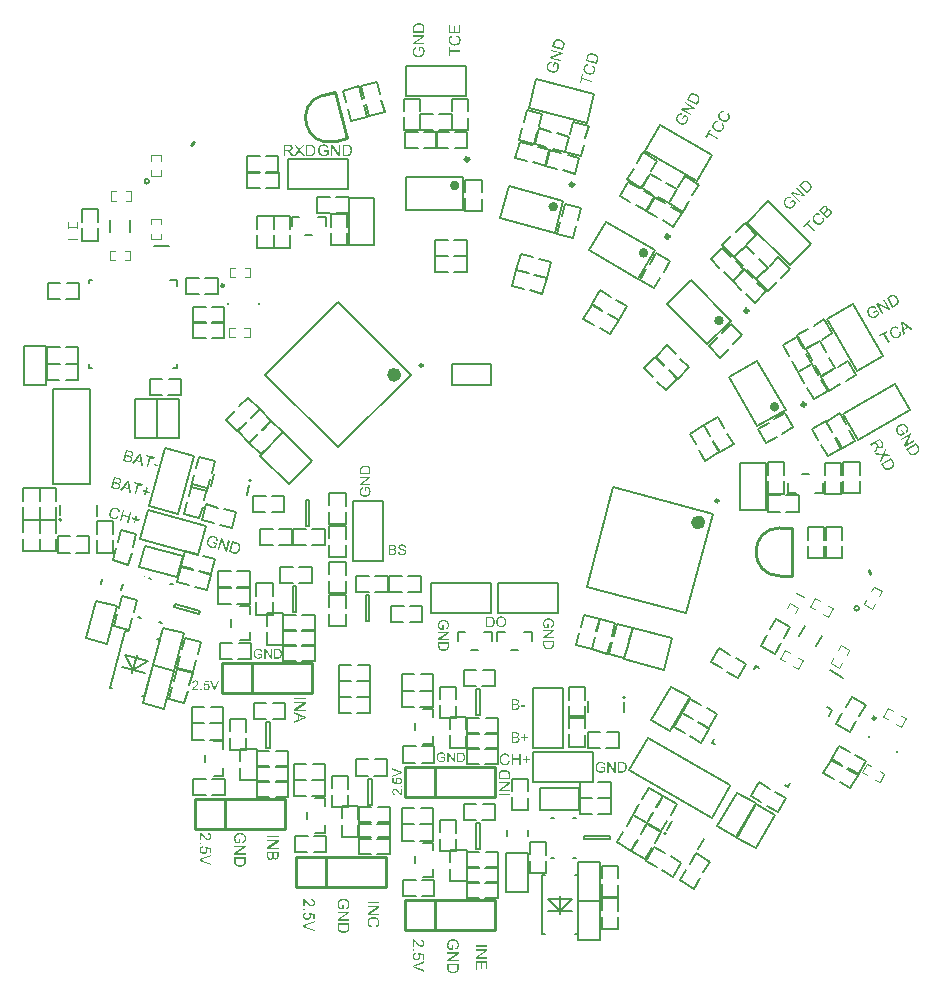
<source format=gto>
G04*
G04 #@! TF.GenerationSoftware,Altium Limited,Altium Designer,21.1.1 (26)*
G04*
G04 Layer_Color=65535*
%FSLAX25Y25*%
%MOIN*%
G70*
G04*
G04 #@! TF.SameCoordinates,985859E8-4EFC-4F0D-9A30-7684DD2826E4*
G04*
G04*
G04 #@! TF.FilePolarity,Positive*
G04*
G01*
G75*
%ADD10C,0.00787*%
%ADD11C,0.00984*%
%ADD12C,0.02362*%
%ADD13C,0.00394*%
%ADD14C,0.01181*%
%ADD15C,0.01575*%
%ADD16C,0.01000*%
%ADD17C,0.00591*%
%ADD18C,0.00600*%
%ADD19C,0.00800*%
%ADD20C,0.00472*%
%ADD21C,0.00500*%
G36*
X108471Y102406D02*
X108524Y102404D01*
X108582Y102396D01*
X108643Y102387D01*
X108708Y102377D01*
X108776Y102363D01*
X108847Y102343D01*
X108915Y102322D01*
X108990Y102295D01*
X109062Y102265D01*
X109068Y102263D01*
X109080Y102255D01*
X109099Y102248D01*
X109129Y102234D01*
X109164Y102214D01*
X109203Y102191D01*
X109250Y102163D01*
X109303Y102134D01*
X109358Y102099D01*
X109419Y102058D01*
X109479Y102013D01*
X109544Y101963D01*
X109611Y101913D01*
X109679Y101856D01*
X109746Y101793D01*
X109814Y101728D01*
X109818Y101725D01*
X109828Y101715D01*
X109844Y101699D01*
X109865Y101674D01*
X109891Y101648D01*
X109920Y101615D01*
X109953Y101578D01*
X109989Y101535D01*
X110026Y101489D01*
X110067Y101441D01*
X110145Y101335D01*
X110222Y101223D01*
X110290Y101108D01*
X110292Y101106D01*
X110296Y101094D01*
X110306Y101076D01*
X110316Y101055D01*
X110329Y101029D01*
X110343Y100996D01*
X110361Y100959D01*
X110377Y100919D01*
X110414Y100831D01*
X110447Y100732D01*
X110476Y100632D01*
X110498Y100528D01*
Y100524D01*
Y100516D01*
X110502Y100500D01*
X110504Y100483D01*
X110508Y100459D01*
X110510Y100430D01*
X110516Y100365D01*
X110518Y100289D01*
Y100207D01*
X110510Y100120D01*
X110498Y100034D01*
X110496Y100032D01*
Y100024D01*
X110492Y100013D01*
X110488Y99997D01*
X110482Y99975D01*
X110474Y99952D01*
X110467Y99924D01*
X110457Y99895D01*
X110445Y99860D01*
X110433Y99825D01*
X110416Y99787D01*
X110400Y99748D01*
X110359Y99664D01*
X110310Y99576D01*
X110308Y99574D01*
X110304Y99566D01*
X110294Y99552D01*
X110284Y99535D01*
X110269Y99515D01*
X110251Y99490D01*
X110230Y99460D01*
X110206Y99429D01*
X110181Y99392D01*
X110151Y99354D01*
X110120Y99315D01*
X110083Y99274D01*
X110047Y99231D01*
X110006Y99186D01*
X109920Y99096D01*
X108943Y98119D01*
X106232Y100829D01*
X107217Y101815D01*
X107245Y101838D01*
X107276Y101869D01*
X107311Y101901D01*
X107348Y101938D01*
X107433Y102011D01*
X107519Y102085D01*
X107564Y102118D01*
X107605Y102152D01*
X107646Y102181D01*
X107687Y102206D01*
X107689Y102208D01*
X107699Y102214D01*
X107715Y102222D01*
X107736Y102236D01*
X107764Y102248D01*
X107795Y102263D01*
X107828Y102281D01*
X107869Y102298D01*
X107956Y102334D01*
X108057Y102365D01*
X108163Y102392D01*
X108220Y102402D01*
X108277Y102408D01*
X108281D01*
X108294Y102410D01*
X108424D01*
X108471Y102406D01*
D02*
G37*
G36*
X108340Y97515D02*
X107969Y97145D01*
X104422Y97852D01*
X106549Y95725D01*
X106204Y95380D01*
X103494Y98091D01*
X103862Y98459D01*
X107413Y97752D01*
X105284Y99881D01*
X105629Y100226D01*
X108340Y97515D01*
D02*
G37*
G36*
X103037Y97004D02*
X103041D01*
X103051Y97002D01*
X103069Y97000D01*
X103090Y96994D01*
X103118Y96990D01*
X103153Y96983D01*
X103190Y96973D01*
X103233Y96961D01*
X103278Y96947D01*
X103331Y96930D01*
X103384Y96912D01*
X103439Y96889D01*
X103500Y96863D01*
X103560Y96834D01*
X103623Y96802D01*
X103688Y96765D01*
X103453Y96354D01*
X103451Y96356D01*
X103441Y96362D01*
X103427Y96368D01*
X103405Y96377D01*
X103384Y96387D01*
X103357Y96403D01*
X103325Y96415D01*
X103292Y96432D01*
X103217Y96460D01*
X103137Y96489D01*
X103055Y96513D01*
X103016Y96520D01*
X102975Y96526D01*
X102971D01*
X102965Y96528D01*
X102953D01*
X102939Y96530D01*
X102869D01*
X102840Y96528D01*
X102806Y96526D01*
X102773Y96524D01*
X102697Y96510D01*
X102612Y96489D01*
X102526Y96458D01*
X102524Y96456D01*
X102514Y96454D01*
X102503Y96446D01*
X102485Y96440D01*
X102463Y96430D01*
X102438Y96416D01*
X102410Y96401D01*
X102379Y96385D01*
X102348Y96366D01*
X102313Y96342D01*
X102275Y96317D01*
X102238Y96291D01*
X102160Y96228D01*
X102082Y96158D01*
X102058Y96135D01*
X102042Y96115D01*
X102021Y96093D01*
X101997Y96066D01*
X101972Y96036D01*
X101946Y96003D01*
X101917Y95966D01*
X101886Y95927D01*
X101829Y95843D01*
X101776Y95750D01*
X101731Y95655D01*
X101729Y95653D01*
X101727Y95643D01*
X101721Y95629D01*
X101715Y95612D01*
X101707Y95588D01*
X101698Y95562D01*
X101690Y95531D01*
X101682Y95500D01*
X101662Y95425D01*
X101651Y95343D01*
X101641Y95255D01*
Y95169D01*
Y95165D01*
X101643Y95159D01*
Y95147D01*
X101645Y95130D01*
X101647Y95108D01*
X101649Y95086D01*
X101653Y95059D01*
X101656Y95028D01*
X101668Y94961D01*
X101684Y94887D01*
X101707Y94808D01*
X101735Y94730D01*
Y94726D01*
X101743Y94714D01*
X101751Y94695D01*
X101762Y94671D01*
X101778Y94640D01*
X101797Y94605D01*
X101821Y94562D01*
X101846Y94517D01*
X101876Y94468D01*
X101907Y94417D01*
X101944Y94364D01*
X101986Y94307D01*
X102029Y94252D01*
X102076Y94193D01*
X102127Y94138D01*
X102179Y94082D01*
X102181Y94080D01*
X102183Y94078D01*
X102195Y94066D01*
X102215Y94046D01*
X102242Y94023D01*
X102275Y93994D01*
X102313Y93960D01*
X102358Y93923D01*
X102407Y93886D01*
X102460Y93845D01*
X102516Y93804D01*
X102579Y93764D01*
X102642Y93725D01*
X102706Y93688D01*
X102773Y93653D01*
X102841Y93623D01*
X102910Y93598D01*
X102914D01*
X102926Y93594D01*
X102947Y93588D01*
X102973Y93582D01*
X103008Y93575D01*
X103045Y93569D01*
X103088Y93561D01*
X103137Y93555D01*
X103192Y93551D01*
X103249Y93549D01*
X103310Y93547D01*
X103372Y93551D01*
X103437Y93557D01*
X103501Y93567D01*
X103568Y93582D01*
X103635Y93602D01*
X103639D01*
X103652Y93608D01*
X103670Y93614D01*
X103693Y93625D01*
X103725Y93637D01*
X103762Y93655D01*
X103801Y93674D01*
X103846Y93696D01*
X103895Y93721D01*
X103944Y93751D01*
X103995Y93782D01*
X104048Y93815D01*
X104101Y93857D01*
X104154Y93898D01*
X104207Y93943D01*
X104258Y93990D01*
X104281Y94013D01*
X104295Y94031D01*
X104316Y94052D01*
X104340Y94080D01*
X104363Y94111D01*
X104391Y94146D01*
X104420Y94184D01*
X104449Y94225D01*
X104510Y94317D01*
X104571Y94421D01*
X104598Y94475D01*
X104624Y94532D01*
Y94536D01*
X104630Y94546D01*
X104636Y94564D01*
X104645Y94585D01*
X104655Y94611D01*
X104667Y94642D01*
X104679Y94677D01*
X104690Y94716D01*
X104718Y94799D01*
X104741Y94889D01*
X104761Y94979D01*
X104767Y95020D01*
X104771Y95063D01*
X104265Y95568D01*
X103468Y94771D01*
X103149Y95091D01*
X104297Y96238D01*
X105304Y95231D01*
X105301Y95226D01*
Y95210D01*
X105298Y95187D01*
X105294Y95151D01*
X105284Y95110D01*
X105278Y95061D01*
X105266Y95006D01*
X105254Y94947D01*
X105239Y94881D01*
X105223Y94814D01*
X105206Y94742D01*
X105182Y94667D01*
X105133Y94517D01*
X105104Y94444D01*
X105072Y94370D01*
X105070Y94364D01*
X105065Y94354D01*
X105055Y94332D01*
X105039Y94305D01*
X105022Y94272D01*
X105002Y94233D01*
X104976Y94187D01*
X104949Y94140D01*
X104916Y94088D01*
X104880Y94033D01*
X104841Y93978D01*
X104802Y93919D01*
X104708Y93802D01*
X104655Y93745D01*
X104602Y93688D01*
X104575Y93661D01*
X104561Y93651D01*
X104534Y93623D01*
X104495Y93592D01*
X104449Y93555D01*
X104399Y93512D01*
X104340Y93469D01*
X104275Y93424D01*
X104209Y93377D01*
X104134Y93330D01*
X104054Y93285D01*
X103972Y93242D01*
X103887Y93200D01*
X103797Y93165D01*
X103705Y93132D01*
X103699Y93130D01*
X103684Y93126D01*
X103656Y93118D01*
X103621Y93110D01*
X103576Y93101D01*
X103523Y93091D01*
X103462Y93081D01*
X103396Y93073D01*
X103323Y93067D01*
X103245Y93063D01*
X103165Y93061D01*
X103078Y93065D01*
X102990Y93075D01*
X102900Y93087D01*
X102810Y93106D01*
X102718Y93132D01*
X102712Y93134D01*
X102694Y93140D01*
X102669Y93149D01*
X102636Y93163D01*
X102593Y93183D01*
X102542Y93202D01*
X102485Y93232D01*
X102424Y93261D01*
X102356Y93298D01*
X102287Y93339D01*
X102215Y93384D01*
X102136Y93435D01*
X102060Y93492D01*
X101983Y93553D01*
X101907Y93617D01*
X101831Y93690D01*
X101829Y93692D01*
X101827Y93694D01*
X101821Y93700D01*
X101813Y93708D01*
X101803Y93717D01*
X101794Y93731D01*
X101766Y93759D01*
X101735Y93798D01*
X101696Y93841D01*
X101655Y93894D01*
X101611Y93953D01*
X101564Y94015D01*
X101517Y94086D01*
X101468Y94158D01*
X101421Y94236D01*
X101376Y94321D01*
X101331Y94409D01*
X101292Y94499D01*
X101257Y94593D01*
X101255Y94595D01*
Y94599D01*
X101249Y94617D01*
X101241Y94644D01*
X101231Y94681D01*
X101220Y94724D01*
X101208Y94779D01*
X101196Y94842D01*
X101184Y94908D01*
X101175Y94981D01*
X101169Y95057D01*
X101165Y95139D01*
X101167Y95224D01*
X101173Y95312D01*
X101182Y95400D01*
X101198Y95490D01*
X101222Y95580D01*
X101224Y95586D01*
X101227Y95602D01*
X101237Y95627D01*
X101251Y95661D01*
X101267Y95704D01*
X101288Y95753D01*
X101314Y95809D01*
X101343Y95870D01*
X101380Y95935D01*
X101419Y96005D01*
X101464Y96078D01*
X101514Y96154D01*
X101570Y96230D01*
X101631Y96307D01*
X101698Y96385D01*
X101770Y96461D01*
X101799Y96491D01*
X101821Y96509D01*
X101848Y96536D01*
X101882Y96561D01*
X101917Y96593D01*
X101958Y96626D01*
X102005Y96661D01*
X102052Y96697D01*
X102160Y96769D01*
X102215Y96804D01*
X102275Y96838D01*
X102334Y96869D01*
X102397Y96896D01*
X102401D01*
X102410Y96902D01*
X102430Y96910D01*
X102454Y96918D01*
X102483Y96928D01*
X102518Y96939D01*
X102557Y96951D01*
X102603Y96965D01*
X102651Y96975D01*
X102700Y96984D01*
X102808Y97002D01*
X102922Y97010D01*
X102980D01*
X103037Y97004D01*
D02*
G37*
G36*
X131024Y60543D02*
X131073Y60540D01*
X131182Y60529D01*
X131294Y60507D01*
X131351Y60492D01*
X131404Y60471D01*
X131408Y60470D01*
X131417Y60466D01*
X131433Y60459D01*
X131452Y60448D01*
X131478Y60437D01*
X131510Y60421D01*
X131543Y60401D01*
X131582Y60379D01*
X131622Y60354D01*
X131668Y60323D01*
X131715Y60293D01*
X131762Y60256D01*
X131814Y60215D01*
X131865Y60171D01*
X131917Y60125D01*
X131970Y60072D01*
X131637Y59736D01*
X131635Y59738D01*
X131627Y59746D01*
X131616Y59755D01*
X131597Y59771D01*
X131579Y59786D01*
X131557Y59808D01*
X131529Y59827D01*
X131502Y59853D01*
X131437Y59899D01*
X131367Y59948D01*
X131294Y59992D01*
X131258Y60009D01*
X131220Y60026D01*
X131216Y60027D01*
X131211Y60030D01*
X131199Y60033D01*
X131186Y60039D01*
X131168Y60044D01*
X131145Y60050D01*
X131118Y60057D01*
X131089Y60063D01*
X131057Y60069D01*
X131024Y60076D01*
X130947Y60083D01*
X130860Y60084D01*
X130769Y60076D01*
X130766Y60074D01*
X130756Y60075D01*
X130743Y60070D01*
X130724Y60069D01*
X130701Y60065D01*
X130673Y60059D01*
X130642Y60051D01*
X130608Y60044D01*
X130573Y60033D01*
X130532Y60019D01*
X130490Y60004D01*
X130447Y59989D01*
X130356Y59949D01*
X130262Y59901D01*
X130233Y59885D01*
X130213Y59870D01*
X130186Y59855D01*
X130156Y59834D01*
X130124Y59812D01*
X130091Y59787D01*
X130053Y59759D01*
X130013Y59729D01*
X129936Y59662D01*
X129861Y59587D01*
X129793Y59506D01*
X129790Y59504D01*
X129786Y59496D01*
X129777Y59484D01*
X129766Y59468D01*
X129753Y59448D01*
X129737Y59425D01*
X129721Y59397D01*
X129705Y59369D01*
X129667Y59302D01*
X129634Y59226D01*
X129602Y59143D01*
X129580Y59060D01*
X129579Y59056D01*
X129579Y59050D01*
X129576Y59039D01*
X129574Y59021D01*
X129570Y59000D01*
X129566Y58978D01*
X129563Y58951D01*
X129559Y58920D01*
X129553Y58852D01*
X129549Y58776D01*
X129551Y58695D01*
X129557Y58612D01*
X129556Y58608D01*
X129561Y58595D01*
X129563Y58574D01*
X129568Y58548D01*
X129575Y58514D01*
X129585Y58474D01*
X129597Y58427D01*
X129610Y58377D01*
X129625Y58322D01*
X129642Y58264D01*
X129665Y58204D01*
X129690Y58138D01*
X129717Y58074D01*
X129747Y58005D01*
X129782Y57939D01*
X129819Y57871D01*
X129820Y57868D01*
X129822Y57866D01*
X129830Y57851D01*
X129844Y57827D01*
X129864Y57797D01*
X129889Y57761D01*
X129916Y57719D01*
X129950Y57671D01*
X129988Y57622D01*
X130028Y57569D01*
X130072Y57515D01*
X130123Y57461D01*
X130173Y57407D01*
X130226Y57354D01*
X130281Y57303D01*
X130340Y57256D01*
X130399Y57214D01*
X130403Y57213D01*
X130413Y57206D01*
X130433Y57195D01*
X130456Y57183D01*
X130488Y57166D01*
X130522Y57151D01*
X130562Y57132D01*
X130608Y57114D01*
X130659Y57096D01*
X130714Y57079D01*
X130772Y57061D01*
X130834Y57049D01*
X130898Y57038D01*
X130963Y57031D01*
X131031Y57029D01*
X131100Y57030D01*
X131104Y57029D01*
X131119Y57031D01*
X131137Y57033D01*
X131163Y57038D01*
X131196Y57041D01*
X131237Y57048D01*
X131280Y57057D01*
X131329Y57066D01*
X131383Y57078D01*
X131438Y57094D01*
X131495Y57111D01*
X131555Y57130D01*
X131616Y57156D01*
X131678Y57182D01*
X131741Y57212D01*
X131802Y57244D01*
X131831Y57260D01*
X131849Y57274D01*
X131875Y57289D01*
X131905Y57310D01*
X131936Y57334D01*
X131972Y57361D01*
X132009Y57389D01*
X132049Y57421D01*
X132131Y57494D01*
X132217Y57579D01*
X132257Y57625D01*
X132297Y57673D01*
X132298Y57677D01*
X132306Y57685D01*
X132316Y57700D01*
X132331Y57718D01*
X132347Y57741D01*
X132367Y57768D01*
X132387Y57799D01*
X132408Y57834D01*
X132456Y57906D01*
X132502Y57987D01*
X132545Y58069D01*
X132561Y58107D01*
X132576Y58148D01*
X132219Y58767D01*
X131242Y58203D01*
X131016Y58594D01*
X132422Y59405D01*
X133134Y58173D01*
X133131Y58167D01*
X133126Y58152D01*
X133117Y58131D01*
X133104Y58097D01*
X133084Y58060D01*
X133065Y58015D01*
X133040Y57965D01*
X133013Y57911D01*
X132981Y57851D01*
X132949Y57790D01*
X132913Y57725D01*
X132871Y57659D01*
X132784Y57526D01*
X132737Y57464D01*
X132688Y57400D01*
X132684Y57395D01*
X132676Y57387D01*
X132661Y57368D01*
X132639Y57346D01*
X132613Y57318D01*
X132584Y57286D01*
X132548Y57249D01*
X132509Y57210D01*
X132463Y57168D01*
X132415Y57124D01*
X132363Y57081D01*
X132310Y57035D01*
X132189Y56946D01*
X132123Y56904D01*
X132057Y56863D01*
X132024Y56844D01*
X132008Y56838D01*
X131974Y56818D01*
X131928Y56798D01*
X131875Y56774D01*
X131815Y56746D01*
X131747Y56719D01*
X131673Y56692D01*
X131596Y56664D01*
X131512Y56638D01*
X131423Y56615D01*
X131332Y56595D01*
X131240Y56577D01*
X131144Y56566D01*
X131047Y56558D01*
X131041Y56558D01*
X131024Y56558D01*
X130996Y56557D01*
X130960Y56559D01*
X130914Y56561D01*
X130860Y56565D01*
X130799Y56572D01*
X130733Y56581D01*
X130661Y56594D01*
X130584Y56611D01*
X130506Y56630D01*
X130424Y56656D01*
X130341Y56688D01*
X130257Y56723D01*
X130175Y56765D01*
X130093Y56814D01*
X130088Y56817D01*
X130072Y56827D01*
X130051Y56843D01*
X130022Y56865D01*
X129985Y56895D01*
X129941Y56927D01*
X129894Y56970D01*
X129843Y57014D01*
X129786Y57068D01*
X129731Y57126D01*
X129672Y57188D01*
X129610Y57257D01*
X129551Y57332D01*
X129493Y57410D01*
X129436Y57493D01*
X129381Y57582D01*
X129379Y57585D01*
X129378Y57587D01*
X129374Y57594D01*
X129368Y57604D01*
X129361Y57616D01*
X129355Y57632D01*
X129336Y57665D01*
X129316Y57711D01*
X129289Y57763D01*
X129263Y57825D01*
X129237Y57893D01*
X129208Y57965D01*
X129180Y58046D01*
X129152Y58128D01*
X129127Y58216D01*
X129105Y58309D01*
X129084Y58406D01*
X129070Y58503D01*
X129060Y58603D01*
X129059Y58605D01*
X129060Y58609D01*
X129059Y58628D01*
X129058Y58656D01*
X129058Y58695D01*
X129058Y58740D01*
X129061Y58795D01*
X129066Y58859D01*
X129072Y58926D01*
X129081Y58999D01*
X129095Y59074D01*
X129113Y59155D01*
X129136Y59236D01*
X129165Y59319D01*
X129197Y59402D01*
X129235Y59485D01*
X129281Y59566D01*
X129285Y59571D01*
X129293Y59585D01*
X129309Y59607D01*
X129331Y59636D01*
X129357Y59673D01*
X129390Y59715D01*
X129430Y59763D01*
X129474Y59814D01*
X129526Y59867D01*
X129583Y59925D01*
X129645Y59983D01*
X129712Y60045D01*
X129787Y60104D01*
X129865Y60162D01*
X129949Y60220D01*
X130039Y60275D01*
X130075Y60296D01*
X130101Y60307D01*
X130134Y60327D01*
X130173Y60343D01*
X130215Y60364D01*
X130263Y60385D01*
X130318Y60407D01*
X130373Y60429D01*
X130495Y60471D01*
X130558Y60491D01*
X130625Y60508D01*
X130690Y60523D01*
X130757Y60533D01*
X130761Y60532D01*
X130772Y60535D01*
X130793Y60538D01*
X130818Y60539D01*
X130849Y60541D01*
X130886Y60543D01*
X130927Y60544D01*
X130974Y60546D01*
X131024Y60543D01*
D02*
G37*
G36*
X136658Y59593D02*
X136204Y59331D01*
X132961Y60932D01*
X134465Y58327D01*
X134043Y58083D01*
X132126Y61403D01*
X132577Y61664D01*
X135824Y60062D01*
X134319Y62669D01*
X134741Y62913D01*
X136658Y59593D01*
D02*
G37*
G36*
X137750Y64349D02*
X137807Y64344D01*
X137863Y64335D01*
X137867Y64334D01*
X137881Y64332D01*
X137904Y64326D01*
X137930Y64319D01*
X137964Y64310D01*
X138006Y64299D01*
X138050Y64283D01*
X138101Y64267D01*
X138155Y64245D01*
X138212Y64219D01*
X138272Y64193D01*
X138334Y64162D01*
X138397Y64125D01*
X138458Y64087D01*
X138523Y64041D01*
X138585Y63994D01*
X138590Y63990D01*
X138600Y63980D01*
X138617Y63967D01*
X138641Y63946D01*
X138670Y63918D01*
X138702Y63885D01*
X138740Y63847D01*
X138784Y63805D01*
X138828Y63756D01*
X138876Y63701D01*
X138923Y63642D01*
X138972Y63578D01*
X139024Y63511D01*
X139075Y63438D01*
X139123Y63361D01*
X139173Y63281D01*
X139175Y63276D01*
X139182Y63264D01*
X139193Y63245D01*
X139208Y63214D01*
X139226Y63183D01*
X139245Y63143D01*
X139268Y63099D01*
X139291Y63048D01*
X139315Y62995D01*
X139342Y62937D01*
X139391Y62815D01*
X139435Y62687D01*
X139472Y62558D01*
X139473Y62555D01*
X139474Y62543D01*
X139479Y62523D01*
X139483Y62500D01*
X139489Y62472D01*
X139494Y62436D01*
X139501Y62396D01*
X139506Y62354D01*
X139520Y62259D01*
X139526Y62154D01*
X139528Y62050D01*
X139522Y61944D01*
X139521Y61940D01*
X139519Y61933D01*
X139519Y61916D01*
X139516Y61899D01*
X139514Y61875D01*
X139508Y61846D01*
X139497Y61782D01*
X139479Y61708D01*
X139458Y61629D01*
X139428Y61547D01*
X139394Y61467D01*
X139392Y61466D01*
X139390Y61458D01*
X139383Y61448D01*
X139375Y61434D01*
X139364Y61414D01*
X139350Y61394D01*
X139336Y61369D01*
X139319Y61343D01*
X139298Y61312D01*
X139278Y61281D01*
X139251Y61250D01*
X139226Y61216D01*
X139164Y61146D01*
X139094Y61073D01*
X139092Y61072D01*
X139086Y61065D01*
X139073Y61054D01*
X139059Y61040D01*
X139039Y61025D01*
X139015Y61005D01*
X138987Y60982D01*
X138956Y60958D01*
X138922Y60929D01*
X138884Y60900D01*
X138843Y60871D01*
X138797Y60840D01*
X138751Y60808D01*
X138700Y60775D01*
X138593Y60710D01*
X137397Y60019D01*
X135480Y63339D01*
X136686Y64036D01*
X136719Y64052D01*
X136757Y64074D01*
X136799Y64095D01*
X136845Y64121D01*
X136945Y64170D01*
X137048Y64219D01*
X137100Y64240D01*
X137148Y64261D01*
X137195Y64279D01*
X137242Y64293D01*
X137244Y64294D01*
X137255Y64297D01*
X137272Y64301D01*
X137297Y64309D01*
X137326Y64313D01*
X137361Y64320D01*
X137397Y64328D01*
X137442Y64335D01*
X137534Y64346D01*
X137640Y64350D01*
X137750Y64349D01*
D02*
G37*
G36*
X70955Y131516D02*
X71027Y131513D01*
X71106Y131506D01*
X71183Y131496D01*
X71189Y131496D01*
X71203Y131491D01*
X71224Y131489D01*
X71256Y131483D01*
X71295Y131474D01*
X71339Y131461D01*
X71391Y131447D01*
X71450Y131432D01*
X71512Y131412D01*
X71581Y131388D01*
X71652Y131360D01*
X71727Y131330D01*
X71804Y131298D01*
X71885Y131261D01*
X71966Y131217D01*
X72049Y131173D01*
X72053Y131170D01*
X72066Y131163D01*
X72085Y131152D01*
X72112Y131133D01*
X72143Y131115D01*
X72180Y131090D01*
X72222Y131063D01*
X72267Y131030D01*
X72315Y130997D01*
X72367Y130960D01*
X72470Y130878D01*
X72573Y130790D01*
X72669Y130696D01*
X72672Y130695D01*
X72678Y130684D01*
X72692Y130670D01*
X72707Y130652D01*
X72727Y130631D01*
X72749Y130602D01*
X72776Y130570D01*
X72801Y130537D01*
X72860Y130461D01*
X72918Y130373D01*
X72972Y130285D01*
X73020Y130190D01*
X73021Y130186D01*
X73023Y130178D01*
X73031Y130164D01*
X73037Y130148D01*
X73047Y130126D01*
X73056Y130098D01*
X73079Y130037D01*
X73101Y129964D01*
X73122Y129885D01*
X73137Y129799D01*
X73147Y129713D01*
X73146Y129711D01*
X73148Y129703D01*
X73147Y129691D01*
X73148Y129674D01*
X73147Y129652D01*
X73146Y129628D01*
X73146Y129599D01*
X73144Y129568D01*
X73141Y129531D01*
X73139Y129494D01*
X73132Y129453D01*
X73127Y129411D01*
X73109Y129320D01*
X73084Y129222D01*
X73083Y129219D01*
X73081Y129211D01*
X73075Y129195D01*
X73071Y129175D01*
X73061Y129152D01*
X73050Y129123D01*
X73037Y129089D01*
X73022Y129053D01*
X73007Y129010D01*
X72988Y128967D01*
X72968Y128921D01*
X72943Y128872D01*
X72920Y128821D01*
X72892Y128767D01*
X72832Y128657D01*
X72141Y127460D01*
X68821Y129377D01*
X69518Y130584D01*
X69538Y130614D01*
X69560Y130652D01*
X69586Y130691D01*
X69612Y130737D01*
X69675Y130829D01*
X69739Y130923D01*
X69774Y130967D01*
X69805Y131009D01*
X69837Y131049D01*
X69870Y131084D01*
X69872Y131086D01*
X69880Y131094D01*
X69893Y131106D01*
X69910Y131125D01*
X69933Y131143D01*
X69960Y131167D01*
X69987Y131192D01*
X70022Y131220D01*
X70097Y131276D01*
X70187Y131333D01*
X70282Y131387D01*
X70334Y131411D01*
X70388Y131431D01*
X70391Y131432D01*
X70404Y131438D01*
X70427Y131444D01*
X70453Y131451D01*
X70487Y131460D01*
X70529Y131471D01*
X70575Y131480D01*
X70627Y131491D01*
X70686Y131499D01*
X70747Y131505D01*
X70812Y131512D01*
X70882Y131517D01*
X70955Y131516D01*
D02*
G37*
G36*
X66926Y124864D02*
X66973Y124863D01*
X67028Y124859D01*
X67084Y124856D01*
X67143Y124847D01*
X67208Y124839D01*
X67274Y124826D01*
X67343Y124812D01*
X67415Y124793D01*
X67295Y124335D01*
X67292Y124336D01*
X67281Y124339D01*
X67266Y124341D01*
X67243Y124345D01*
X67220Y124349D01*
X67189Y124357D01*
X67156Y124360D01*
X67119Y124369D01*
X67040Y124376D01*
X66955Y124383D01*
X66870Y124385D01*
X66830Y124382D01*
X66789Y124377D01*
X66785Y124376D01*
X66778Y124377D01*
X66767Y124374D01*
X66753Y124372D01*
X66734Y124367D01*
X66712Y124361D01*
X66685Y124354D01*
X66657Y124344D01*
X66626Y124334D01*
X66594Y124323D01*
X66524Y124290D01*
X66448Y124248D01*
X66373Y124195D01*
X66372Y124193D01*
X66363Y124188D01*
X66353Y124178D01*
X66338Y124167D01*
X66320Y124152D01*
X66299Y124133D01*
X66276Y124110D01*
X66250Y124087D01*
X66225Y124060D01*
X66197Y124028D01*
X66167Y123994D01*
X66138Y123960D01*
X66079Y123879D01*
X66021Y123791D01*
X66004Y123762D01*
X65994Y123739D01*
X65979Y123712D01*
X65964Y123680D01*
X65947Y123645D01*
X65930Y123606D01*
X65912Y123563D01*
X65892Y123517D01*
X65859Y123421D01*
X65831Y123318D01*
X65813Y123214D01*
X65811Y123211D01*
X65812Y123201D01*
X65810Y123186D01*
X65809Y123168D01*
X65807Y123143D01*
X65804Y123116D01*
X65805Y123084D01*
X65805Y123051D01*
X65806Y122974D01*
X65816Y122892D01*
X65829Y122804D01*
X65851Y122721D01*
X65852Y122717D01*
X65856Y122712D01*
X65859Y122701D01*
X65865Y122684D01*
X65873Y122664D01*
X65880Y122644D01*
X65891Y122618D01*
X65903Y122589D01*
X65932Y122528D01*
X65966Y122460D01*
X66009Y122390D01*
X66056Y122322D01*
X66057Y122318D01*
X66067Y122308D01*
X66080Y122292D01*
X66097Y122272D01*
X66121Y122246D01*
X66149Y122217D01*
X66183Y122181D01*
X66219Y122144D01*
X66260Y122105D01*
X66303Y122064D01*
X66353Y122022D01*
X66407Y121978D01*
X66463Y121936D01*
X66524Y121891D01*
X66587Y121852D01*
X66653Y121810D01*
X66655Y121809D01*
X66658Y121808D01*
X66672Y121799D01*
X66696Y121785D01*
X66729Y121770D01*
X66768Y121750D01*
X66813Y121728D01*
X66866Y121703D01*
X66923Y121680D01*
X66985Y121654D01*
X67050Y121629D01*
X67121Y121607D01*
X67192Y121586D01*
X67264Y121566D01*
X67337Y121550D01*
X67411Y121539D01*
X67484Y121532D01*
X67488Y121533D01*
X67500Y121532D01*
X67522Y121532D01*
X67549Y121533D01*
X67585Y121535D01*
X67622Y121539D01*
X67666Y121542D01*
X67715Y121549D01*
X67769Y121560D01*
X67824Y121573D01*
X67883Y121586D01*
X67943Y121606D01*
X68003Y121629D01*
X68063Y121655D01*
X68124Y121687D01*
X68183Y121723D01*
X68187Y121724D01*
X68198Y121734D01*
X68214Y121744D01*
X68234Y121761D01*
X68261Y121781D01*
X68292Y121808D01*
X68325Y121837D01*
X68363Y121869D01*
X68404Y121906D01*
X68443Y121947D01*
X68484Y121991D01*
X68527Y122037D01*
X68567Y122090D01*
X68608Y122144D01*
X68647Y122201D01*
X68684Y122259D01*
X68701Y122288D01*
X68709Y122309D01*
X68725Y122335D01*
X68740Y122368D01*
X68755Y122404D01*
X68772Y122445D01*
X68791Y122489D01*
X68809Y122536D01*
X68844Y122641D01*
X68875Y122757D01*
X68888Y122817D01*
X68897Y122878D01*
X68897Y122882D01*
X68900Y122893D01*
X68901Y122912D01*
X68905Y122935D01*
X68907Y122962D01*
X68911Y122995D01*
X68913Y123032D01*
X68914Y123073D01*
X68919Y123160D01*
X68919Y123253D01*
X68914Y123345D01*
X68909Y123386D01*
X68902Y123429D01*
X68283Y123786D01*
X67719Y122810D01*
X67328Y123036D01*
X68140Y124441D01*
X69373Y123730D01*
X69373Y123723D01*
X69377Y123708D01*
X69379Y123685D01*
X69384Y123650D01*
X69386Y123607D01*
X69393Y123558D01*
X69395Y123502D01*
X69399Y123442D01*
X69401Y123374D01*
X69403Y123306D01*
X69405Y123231D01*
X69402Y123153D01*
X69393Y122995D01*
X69384Y122917D01*
X69373Y122837D01*
X69372Y122831D01*
X69369Y122820D01*
X69366Y122797D01*
X69357Y122766D01*
X69349Y122730D01*
X69340Y122687D01*
X69327Y122636D01*
X69313Y122584D01*
X69295Y122524D01*
X69275Y122462D01*
X69251Y122399D01*
X69228Y122332D01*
X69168Y122194D01*
X69132Y122126D01*
X69095Y122057D01*
X69076Y122024D01*
X69065Y122011D01*
X69046Y121977D01*
X69016Y121937D01*
X68982Y121889D01*
X68944Y121834D01*
X68898Y121777D01*
X68848Y121717D01*
X68796Y121654D01*
X68736Y121590D01*
X68670Y121526D01*
X68602Y121463D01*
X68531Y121401D01*
X68453Y121344D01*
X68373Y121288D01*
X68367Y121284D01*
X68353Y121276D01*
X68329Y121262D01*
X68297Y121245D01*
X68256Y121224D01*
X68207Y121201D01*
X68151Y121176D01*
X68089Y121151D01*
X68020Y121126D01*
X67946Y121102D01*
X67869Y121080D01*
X67785Y121061D01*
X67697Y121048D01*
X67607Y121036D01*
X67515Y121031D01*
X67419Y121032D01*
X67413Y121033D01*
X67394Y121034D01*
X67367Y121037D01*
X67332Y121041D01*
X67285Y121049D01*
X67231Y121055D01*
X67168Y121068D01*
X67102Y121081D01*
X67026Y121099D01*
X66949Y121121D01*
X66868Y121146D01*
X66779Y121175D01*
X66690Y121210D01*
X66601Y121249D01*
X66510Y121291D01*
X66418Y121342D01*
X66415Y121343D01*
X66413Y121344D01*
X66406Y121349D01*
X66396Y121354D01*
X66384Y121361D01*
X66371Y121372D01*
X66337Y121391D01*
X66297Y121421D01*
X66248Y121452D01*
X66195Y121493D01*
X66138Y121538D01*
X66076Y121587D01*
X66013Y121643D01*
X65946Y121700D01*
X65881Y121764D01*
X65815Y121833D01*
X65749Y121907D01*
X65688Y121984D01*
X65630Y122065D01*
X65627Y122067D01*
X65626Y122071D01*
X65616Y122086D01*
X65601Y122111D01*
X65582Y122144D01*
X65560Y122183D01*
X65534Y122232D01*
X65507Y122290D01*
X65478Y122351D01*
X65450Y122419D01*
X65424Y122491D01*
X65399Y122570D01*
X65379Y122651D01*
X65362Y122738D01*
X65349Y122826D01*
X65341Y122917D01*
X65340Y123010D01*
X65340Y123016D01*
X65340Y123032D01*
X65343Y123059D01*
X65348Y123095D01*
X65352Y123141D01*
X65360Y123194D01*
X65370Y123255D01*
X65382Y123321D01*
X65402Y123393D01*
X65421Y123472D01*
X65446Y123553D01*
X65473Y123640D01*
X65509Y123728D01*
X65547Y123818D01*
X65591Y123911D01*
X65642Y124003D01*
X65662Y124039D01*
X65679Y124062D01*
X65698Y124095D01*
X65724Y124128D01*
X65750Y124168D01*
X65781Y124211D01*
X65817Y124257D01*
X65853Y124303D01*
X65939Y124401D01*
X65982Y124449D01*
X66032Y124497D01*
X66081Y124543D01*
X66135Y124585D01*
X66138Y124586D01*
X66146Y124595D01*
X66163Y124607D01*
X66184Y124621D01*
X66210Y124638D01*
X66241Y124658D01*
X66276Y124680D01*
X66315Y124705D01*
X66360Y124727D01*
X66405Y124749D01*
X66504Y124794D01*
X66612Y124831D01*
X66669Y124846D01*
X66725Y124855D01*
X66729Y124856D01*
X66739Y124857D01*
X66757Y124859D01*
X66779Y124859D01*
X66806Y124863D01*
X66843Y124864D01*
X66881Y124864D01*
X66926Y124864D01*
D02*
G37*
G36*
X71715Y126721D02*
X71453Y126268D01*
X67843Y126033D01*
X70449Y124529D01*
X70205Y124107D01*
X66885Y126023D01*
X67145Y126474D01*
X70758Y126710D01*
X68151Y128216D01*
X68394Y128638D01*
X71715Y126721D01*
D02*
G37*
G36*
X25906Y149507D02*
X25960Y149507D01*
X26021Y149508D01*
X26086Y149505D01*
X26159Y149499D01*
X26234Y149491D01*
X26315Y149481D01*
X26398Y149470D01*
X26486Y149455D01*
X26575Y149434D01*
X26666Y149412D01*
X26672Y149411D01*
X26685Y149407D01*
X26706Y149402D01*
X26738Y149390D01*
X26773Y149381D01*
X26815Y149367D01*
X26862Y149351D01*
X26914Y149332D01*
X26969Y149311D01*
X27029Y149289D01*
X27150Y149237D01*
X27272Y149179D01*
X27389Y149113D01*
X27392Y149112D01*
X27401Y149104D01*
X27418Y149093D01*
X27437Y149080D01*
X27462Y149064D01*
X27491Y149042D01*
X27525Y149019D01*
X27558Y148993D01*
X27634Y148935D01*
X27713Y148865D01*
X27788Y148793D01*
X27859Y148714D01*
X27861Y148711D01*
X27865Y148704D01*
X27876Y148693D01*
X27886Y148678D01*
X27901Y148660D01*
X27918Y148635D01*
X27955Y148582D01*
X27995Y148517D01*
X28036Y148446D01*
X28073Y148367D01*
X28106Y148287D01*
X28105Y148284D01*
X28109Y148277D01*
X28111Y148265D01*
X28116Y148250D01*
X28121Y148228D01*
X28126Y148204D01*
X28133Y148176D01*
X28139Y148146D01*
X28147Y148109D01*
X28154Y148073D01*
X28158Y148032D01*
X28164Y147990D01*
X28170Y147897D01*
X28172Y147796D01*
X28171Y147793D01*
X28172Y147785D01*
X28170Y147768D01*
X28170Y147748D01*
X28166Y147723D01*
X28164Y147692D01*
X28160Y147656D01*
X28155Y147617D01*
X28152Y147572D01*
X28145Y147525D01*
X28137Y147475D01*
X28126Y147421D01*
X28117Y147366D01*
X28104Y147307D01*
X28074Y147186D01*
X27716Y145850D01*
X24013Y146843D01*
X24374Y148188D01*
X24386Y148222D01*
X24397Y148265D01*
X24412Y148310D01*
X24426Y148361D01*
X24463Y148466D01*
X24500Y148573D01*
X24522Y148625D01*
X24541Y148674D01*
X24562Y148720D01*
X24585Y148763D01*
X24586Y148765D01*
X24591Y148775D01*
X24601Y148790D01*
X24613Y148813D01*
X24631Y148837D01*
X24650Y148866D01*
X24670Y148898D01*
X24697Y148933D01*
X24754Y149007D01*
X24826Y149085D01*
X24904Y149162D01*
X24949Y149199D01*
X24995Y149232D01*
X24998Y149234D01*
X25009Y149243D01*
X25030Y149255D01*
X25053Y149268D01*
X25084Y149286D01*
X25121Y149307D01*
X25164Y149328D01*
X25211Y149352D01*
X25265Y149375D01*
X25323Y149397D01*
X25384Y149420D01*
X25450Y149443D01*
X25521Y149461D01*
X25591Y149477D01*
X25669Y149490D01*
X25747Y149501D01*
X25753Y149502D01*
X25767Y149501D01*
X25788Y149504D01*
X25820Y149507D01*
X25860Y149508D01*
X25906Y149507D01*
D02*
G37*
G36*
X27496Y145026D02*
X27360Y144521D01*
X23935Y143359D01*
X26840Y142581D01*
X26714Y142110D01*
X23011Y143102D01*
X23146Y143605D01*
X26575Y144768D01*
X23666Y145548D01*
X23793Y146019D01*
X27496Y145026D01*
D02*
G37*
G36*
X23844Y141577D02*
X23842Y141578D01*
X23830Y141578D01*
X23815Y141576D01*
X23792Y141574D01*
X23768Y141571D01*
X23737Y141571D01*
X23704Y141566D01*
X23666Y141565D01*
X23588Y141551D01*
X23504Y141536D01*
X23420Y141516D01*
X23383Y141503D01*
X23344Y141487D01*
X23341Y141485D01*
X23335Y141484D01*
X23325Y141478D01*
X23312Y141473D01*
X23295Y141463D01*
X23274Y141452D01*
X23250Y141438D01*
X23226Y141421D01*
X23198Y141403D01*
X23170Y141385D01*
X23111Y141335D01*
X23049Y141274D01*
X22990Y141204D01*
X22989Y141201D01*
X22982Y141194D01*
X22975Y141182D01*
X22963Y141168D01*
X22949Y141148D01*
X22934Y141124D01*
X22918Y141097D01*
X22899Y141067D01*
X22882Y141035D01*
X22863Y140997D01*
X22843Y140956D01*
X22824Y140916D01*
X22787Y140822D01*
X22755Y140722D01*
X22746Y140690D01*
X22742Y140665D01*
X22735Y140635D01*
X22728Y140600D01*
X22720Y140562D01*
X22715Y140520D01*
X22708Y140473D01*
X22701Y140424D01*
X22694Y140322D01*
X22694Y140216D01*
X22703Y140111D01*
X22702Y140108D01*
X22705Y140098D01*
X22707Y140084D01*
X22711Y140065D01*
X22716Y140041D01*
X22720Y140014D01*
X22729Y139983D01*
X22738Y139952D01*
X22758Y139878D01*
X22789Y139801D01*
X22825Y139719D01*
X22868Y139645D01*
X22870Y139641D01*
X22874Y139637D01*
X22880Y139627D01*
X22891Y139613D01*
X22903Y139595D01*
X22916Y139577D01*
X22933Y139556D01*
X22952Y139531D01*
X22995Y139479D01*
X23046Y139422D01*
X23106Y139366D01*
X23168Y139312D01*
X23170Y139308D01*
X23183Y139302D01*
X23200Y139289D01*
X23222Y139275D01*
X23251Y139255D01*
X23285Y139235D01*
X23327Y139209D01*
X23372Y139183D01*
X23422Y139155D01*
X23474Y139127D01*
X23533Y139099D01*
X23597Y139071D01*
X23662Y139045D01*
X23732Y139017D01*
X23803Y138995D01*
X23878Y138973D01*
X23880Y138972D01*
X23883Y138971D01*
X23899Y138967D01*
X23926Y138960D01*
X23961Y138953D01*
X24005Y138944D01*
X24054Y138934D01*
X24111Y138924D01*
X24172Y138917D01*
X24239Y138908D01*
X24308Y138900D01*
X24382Y138898D01*
X24456Y138895D01*
X24531Y138895D01*
X24606Y138898D01*
X24680Y138907D01*
X24752Y138919D01*
X24756Y138921D01*
X24768Y138923D01*
X24789Y138929D01*
X24814Y138937D01*
X24849Y138948D01*
X24884Y138961D01*
X24925Y138976D01*
X24971Y138995D01*
X25020Y139019D01*
X25070Y139046D01*
X25124Y139075D01*
X25176Y139109D01*
X25229Y139147D01*
X25280Y139188D01*
X25330Y139234D01*
X25378Y139285D01*
X25381Y139287D01*
X25390Y139299D01*
X25403Y139313D01*
X25417Y139334D01*
X25438Y139360D01*
X25462Y139394D01*
X25486Y139431D01*
X25514Y139472D01*
X25544Y139518D01*
X25572Y139568D01*
X25600Y139621D01*
X25629Y139676D01*
X25654Y139738D01*
X25679Y139800D01*
X25703Y139866D01*
X25723Y139932D01*
X25732Y139964D01*
X25735Y139986D01*
X25743Y140016D01*
X25750Y140051D01*
X25754Y140090D01*
X25760Y140134D01*
X25767Y140181D01*
X25772Y140232D01*
X25779Y140342D01*
X25779Y140462D01*
X25776Y140523D01*
X25769Y140585D01*
X25767Y140588D01*
X25768Y140600D01*
X25764Y140618D01*
X25762Y140642D01*
X25757Y140669D01*
X25752Y140702D01*
X25744Y140738D01*
X25735Y140778D01*
X25718Y140863D01*
X25693Y140953D01*
X25665Y141040D01*
X25649Y141079D01*
X25631Y141118D01*
X24941Y141303D01*
X24649Y140214D01*
X24213Y140331D01*
X24633Y141899D01*
X26008Y141530D01*
X26010Y141524D01*
X26017Y141511D01*
X26026Y141489D01*
X26040Y141456D01*
X26052Y141416D01*
X26072Y141370D01*
X26089Y141317D01*
X26108Y141260D01*
X26128Y141194D01*
X26147Y141129D01*
X26168Y141057D01*
X26185Y140981D01*
X26218Y140826D01*
X26229Y140749D01*
X26239Y140668D01*
X26240Y140663D01*
X26240Y140651D01*
X26242Y140628D01*
X26243Y140596D01*
X26244Y140558D01*
X26247Y140515D01*
X26247Y140463D01*
X26247Y140408D01*
X26244Y140346D01*
X26241Y140281D01*
X26235Y140214D01*
X26230Y140143D01*
X26208Y139995D01*
X26190Y139919D01*
X26173Y139843D01*
X26163Y139806D01*
X26156Y139790D01*
X26146Y139753D01*
X26127Y139706D01*
X26107Y139651D01*
X26085Y139589D01*
X26055Y139522D01*
X26022Y139451D01*
X25987Y139377D01*
X25947Y139299D01*
X25900Y139219D01*
X25850Y139141D01*
X25798Y139063D01*
X25737Y138988D01*
X25674Y138913D01*
X25670Y138908D01*
X25658Y138897D01*
X25638Y138876D01*
X25612Y138852D01*
X25578Y138821D01*
X25537Y138786D01*
X25489Y138747D01*
X25435Y138707D01*
X25376Y138666D01*
X25310Y138623D01*
X25241Y138582D01*
X25164Y138542D01*
X25083Y138506D01*
X24999Y138471D01*
X24912Y138443D01*
X24819Y138419D01*
X24813Y138418D01*
X24795Y138414D01*
X24768Y138410D01*
X24732Y138405D01*
X24685Y138401D01*
X24631Y138392D01*
X24567Y138389D01*
X24500Y138384D01*
X24422Y138382D01*
X24342Y138384D01*
X24257Y138386D01*
X24163Y138391D01*
X24069Y138402D01*
X23972Y138417D01*
X23874Y138435D01*
X23772Y138459D01*
X23769Y138460D01*
X23766Y138461D01*
X23758Y138463D01*
X23747Y138466D01*
X23734Y138469D01*
X23719Y138476D01*
X23681Y138486D01*
X23635Y138504D01*
X23579Y138522D01*
X23517Y138547D01*
X23450Y138577D01*
X23378Y138608D01*
X23302Y138645D01*
X23224Y138683D01*
X23144Y138728D01*
X23063Y138778D01*
X22980Y138832D01*
X22901Y138890D01*
X22823Y138954D01*
X22820Y138955D01*
X22818Y138958D01*
X22805Y138971D01*
X22784Y138990D01*
X22757Y139018D01*
X22725Y139049D01*
X22688Y139091D01*
X22646Y139139D01*
X22603Y139191D01*
X22558Y139249D01*
X22515Y139312D01*
X22470Y139381D01*
X22430Y139455D01*
X22391Y139535D01*
X22355Y139616D01*
X22324Y139702D01*
X22299Y139791D01*
X22298Y139797D01*
X22293Y139813D01*
X22289Y139840D01*
X22284Y139876D01*
X22276Y139921D01*
X22270Y139974D01*
X22264Y140036D01*
X22259Y140103D01*
X22259Y140178D01*
X22258Y140258D01*
X22261Y140344D01*
X22265Y140434D01*
X22276Y140529D01*
X22290Y140625D01*
X22309Y140727D01*
X22333Y140829D01*
X22344Y140869D01*
X22354Y140895D01*
X22364Y140933D01*
X22380Y140971D01*
X22395Y141016D01*
X22414Y141066D01*
X22437Y141120D01*
X22460Y141174D01*
X22517Y141290D01*
X22547Y141348D01*
X22583Y141407D01*
X22618Y141464D01*
X22659Y141519D01*
X22662Y141521D01*
X22668Y141531D01*
X22681Y141548D01*
X22697Y141566D01*
X22718Y141589D01*
X22742Y141617D01*
X22770Y141647D01*
X22802Y141681D01*
X22840Y141714D01*
X22877Y141747D01*
X22962Y141816D01*
X23056Y141880D01*
X23107Y141909D01*
X23159Y141932D01*
X23163Y141934D01*
X23172Y141938D01*
X23189Y141945D01*
X23210Y141950D01*
X23236Y141961D01*
X23270Y141972D01*
X23307Y141982D01*
X23351Y141993D01*
X23396Y142004D01*
X23451Y142015D01*
X23506Y142026D01*
X23565Y142033D01*
X23630Y142042D01*
X23697Y142046D01*
X23767Y142051D01*
X23842Y142051D01*
X23844Y141577D01*
D02*
G37*
G36*
X37050Y144847D02*
X37104Y144846D01*
X37165Y144847D01*
X37230Y144844D01*
X37303Y144839D01*
X37378Y144830D01*
X37459Y144820D01*
X37542Y144809D01*
X37630Y144794D01*
X37719Y144774D01*
X37811Y144752D01*
X37816Y144750D01*
X37829Y144747D01*
X37851Y144741D01*
X37882Y144730D01*
X37917Y144720D01*
X37959Y144706D01*
X38006Y144691D01*
X38058Y144671D01*
X38113Y144651D01*
X38173Y144629D01*
X38294Y144576D01*
X38416Y144518D01*
X38533Y144452D01*
X38536Y144451D01*
X38545Y144443D01*
X38562Y144433D01*
X38582Y144419D01*
X38606Y144404D01*
X38635Y144382D01*
X38669Y144358D01*
X38702Y144332D01*
X38778Y144275D01*
X38857Y144205D01*
X38932Y144133D01*
X39003Y144054D01*
X39005Y144050D01*
X39009Y144044D01*
X39020Y144032D01*
X39030Y144018D01*
X39046Y143999D01*
X39062Y143975D01*
X39099Y143922D01*
X39139Y143857D01*
X39180Y143785D01*
X39217Y143707D01*
X39250Y143626D01*
X39249Y143624D01*
X39253Y143617D01*
X39255Y143605D01*
X39260Y143589D01*
X39265Y143568D01*
X39270Y143543D01*
X39277Y143516D01*
X39283Y143485D01*
X39291Y143449D01*
X39298Y143412D01*
X39302Y143371D01*
X39308Y143330D01*
X39314Y143236D01*
X39316Y143135D01*
X39315Y143133D01*
X39316Y143124D01*
X39314Y143107D01*
X39314Y143087D01*
X39311Y143062D01*
X39308Y143031D01*
X39304Y142995D01*
X39299Y142956D01*
X39296Y142911D01*
X39289Y142864D01*
X39282Y142815D01*
X39270Y142761D01*
X39261Y142706D01*
X39248Y142646D01*
X39218Y142525D01*
X38861Y141190D01*
X35157Y142182D01*
X35518Y143528D01*
X35530Y143562D01*
X35542Y143605D01*
X35556Y143649D01*
X35570Y143700D01*
X35607Y143805D01*
X35644Y143913D01*
X35667Y143964D01*
X35686Y144014D01*
X35706Y144060D01*
X35729Y144102D01*
X35730Y144105D01*
X35736Y144115D01*
X35745Y144129D01*
X35757Y144152D01*
X35775Y144176D01*
X35794Y144205D01*
X35814Y144237D01*
X35841Y144273D01*
X35898Y144347D01*
X35971Y144425D01*
X36048Y144501D01*
X36093Y144538D01*
X36139Y144572D01*
X36143Y144574D01*
X36153Y144582D01*
X36174Y144594D01*
X36197Y144608D01*
X36228Y144625D01*
X36265Y144647D01*
X36308Y144667D01*
X36355Y144692D01*
X36410Y144714D01*
X36467Y144736D01*
X36528Y144760D01*
X36594Y144782D01*
X36665Y144801D01*
X36735Y144816D01*
X36813Y144830D01*
X36891Y144841D01*
X36897Y144842D01*
X36911Y144841D01*
X36932Y144844D01*
X36964Y144847D01*
X37004Y144847D01*
X37050Y144847D01*
D02*
G37*
G36*
X35979Y140732D02*
X35973Y140730D01*
X35959Y140731D01*
X35938Y140728D01*
X35906Y140726D01*
X35870Y140721D01*
X35828Y140715D01*
X35780Y140705D01*
X35728Y140696D01*
X35674Y140684D01*
X35618Y140668D01*
X35562Y140651D01*
X35502Y140630D01*
X35446Y140605D01*
X35391Y140580D01*
X35339Y140548D01*
X35289Y140512D01*
X35286Y140510D01*
X35278Y140504D01*
X35267Y140492D01*
X35248Y140477D01*
X35229Y140457D01*
X35205Y140432D01*
X35179Y140401D01*
X35151Y140369D01*
X35123Y140330D01*
X35095Y140289D01*
X35065Y140242D01*
X35037Y140192D01*
X35008Y140137D01*
X34984Y140078D01*
X34961Y140015D01*
X34940Y139946D01*
X34929Y139906D01*
X34924Y139876D01*
X34916Y139838D01*
X34910Y139794D01*
X34903Y139744D01*
X34900Y139690D01*
X34896Y139631D01*
X34894Y139571D01*
X34894Y139508D01*
X34896Y139442D01*
X34905Y139376D01*
X34918Y139310D01*
X34932Y139243D01*
X34954Y139177D01*
X34956Y139173D01*
X34959Y139161D01*
X34969Y139144D01*
X34980Y139121D01*
X34995Y139091D01*
X35012Y139058D01*
X35033Y139021D01*
X35057Y138980D01*
X35085Y138938D01*
X35116Y138892D01*
X35153Y138848D01*
X35195Y138802D01*
X35238Y138757D01*
X35286Y138712D01*
X35338Y138670D01*
X35395Y138628D01*
X35398Y138628D01*
X35410Y138619D01*
X35427Y138608D01*
X35449Y138594D01*
X35479Y138577D01*
X35514Y138556D01*
X35554Y138537D01*
X35600Y138513D01*
X35648Y138489D01*
X35701Y138463D01*
X35757Y138437D01*
X35816Y138412D01*
X35941Y138365D01*
X36007Y138344D01*
X36076Y138322D01*
X36082Y138321D01*
X36098Y138317D01*
X36122Y138310D01*
X36157Y138304D01*
X36198Y138296D01*
X36247Y138285D01*
X36301Y138274D01*
X36359Y138264D01*
X36425Y138255D01*
X36494Y138245D01*
X36638Y138235D01*
X36714Y138229D01*
X36788Y138229D01*
X36864Y138232D01*
X36937Y138238D01*
X36940Y138240D01*
X36954Y138239D01*
X36973Y138243D01*
X37000Y138250D01*
X37033Y138255D01*
X37073Y138265D01*
X37116Y138276D01*
X37163Y138289D01*
X37211Y138308D01*
X37262Y138329D01*
X37317Y138351D01*
X37370Y138377D01*
X37424Y138409D01*
X37477Y138444D01*
X37527Y138482D01*
X37576Y138526D01*
X37579Y138528D01*
X37588Y138537D01*
X37600Y138551D01*
X37616Y138569D01*
X37637Y138593D01*
X37662Y138620D01*
X37685Y138654D01*
X37712Y138690D01*
X37743Y138731D01*
X37769Y138775D01*
X37799Y138824D01*
X37827Y138874D01*
X37854Y138930D01*
X37877Y138987D01*
X37899Y139047D01*
X37918Y139108D01*
X37923Y139127D01*
X37927Y139149D01*
X37934Y139178D01*
X37938Y139214D01*
X37944Y139256D01*
X37951Y139306D01*
X37953Y139357D01*
X37955Y139414D01*
X37953Y139474D01*
X37951Y139538D01*
X37945Y139603D01*
X37934Y139669D01*
X37918Y139736D01*
X37895Y139802D01*
X37870Y139869D01*
X37868Y139873D01*
X37863Y139886D01*
X37853Y139903D01*
X37837Y139927D01*
X37819Y139958D01*
X37797Y139992D01*
X37767Y140032D01*
X37735Y140072D01*
X37696Y140117D01*
X37653Y140163D01*
X37604Y140213D01*
X37547Y140260D01*
X37489Y140310D01*
X37421Y140357D01*
X37350Y140401D01*
X37270Y140446D01*
X37525Y140902D01*
X37527Y140902D01*
X37532Y140898D01*
X37539Y140893D01*
X37549Y140887D01*
X37562Y140881D01*
X37579Y140871D01*
X37616Y140847D01*
X37662Y140814D01*
X37712Y140778D01*
X37769Y140734D01*
X37830Y140683D01*
X37896Y140628D01*
X37960Y140568D01*
X38023Y140502D01*
X38087Y140431D01*
X38146Y140355D01*
X38202Y140274D01*
X38251Y140189D01*
X38296Y140099D01*
X38297Y140093D01*
X38304Y140077D01*
X38315Y140051D01*
X38325Y140014D01*
X38339Y139970D01*
X38353Y139915D01*
X38368Y139854D01*
X38381Y139784D01*
X38392Y139709D01*
X38401Y139627D01*
X38407Y139539D01*
X38408Y139447D01*
X38402Y139348D01*
X38392Y139248D01*
X38375Y139143D01*
X38349Y139035D01*
X38339Y138995D01*
X38331Y138977D01*
X38320Y138937D01*
X38301Y138888D01*
X38280Y138830D01*
X38254Y138766D01*
X38227Y138698D01*
X38193Y138624D01*
X38156Y138551D01*
X38113Y138474D01*
X38070Y138399D01*
X38019Y138327D01*
X37965Y138255D01*
X37907Y138188D01*
X37845Y138127D01*
X37841Y138122D01*
X37830Y138114D01*
X37809Y138099D01*
X37783Y138077D01*
X37750Y138052D01*
X37709Y138026D01*
X37663Y137995D01*
X37609Y137963D01*
X37549Y137931D01*
X37486Y137899D01*
X37414Y137867D01*
X37339Y137835D01*
X37258Y137808D01*
X37173Y137782D01*
X37081Y137761D01*
X36988Y137745D01*
X36986Y137746D01*
X36982Y137744D01*
X36965Y137743D01*
X36938Y137739D01*
X36900Y137738D01*
X36853Y137733D01*
X36798Y137731D01*
X36734Y137728D01*
X36666Y137729D01*
X36588Y137729D01*
X36506Y137731D01*
X36421Y137737D01*
X36329Y137744D01*
X36237Y137757D01*
X36141Y137772D01*
X36043Y137792D01*
X35943Y137816D01*
X35941Y137817D01*
X35935Y137818D01*
X35927Y137820D01*
X35917Y137823D01*
X35903Y137827D01*
X35888Y137834D01*
X35848Y137845D01*
X35798Y137864D01*
X35740Y137882D01*
X35675Y137908D01*
X35605Y137935D01*
X35534Y137969D01*
X35457Y138004D01*
X35377Y138045D01*
X35297Y138090D01*
X35218Y138137D01*
X35140Y138189D01*
X35066Y138246D01*
X34993Y138306D01*
X34989Y138310D01*
X34978Y138321D01*
X34960Y138341D01*
X34932Y138365D01*
X34904Y138399D01*
X34871Y138436D01*
X34832Y138484D01*
X34794Y138534D01*
X34754Y138588D01*
X34710Y138651D01*
X34670Y138716D01*
X34632Y138787D01*
X34595Y138863D01*
X34561Y138941D01*
X34532Y139023D01*
X34506Y139110D01*
X34505Y139116D01*
X34501Y139132D01*
X34496Y139156D01*
X34491Y139192D01*
X34482Y139234D01*
X34476Y139285D01*
X34471Y139343D01*
X34465Y139405D01*
X34461Y139475D01*
X34461Y139550D01*
X34459Y139630D01*
X34464Y139712D01*
X34473Y139799D01*
X34485Y139887D01*
X34501Y139978D01*
X34523Y140069D01*
X34533Y140107D01*
X34540Y140122D01*
X34553Y140162D01*
X34569Y140209D01*
X34591Y140261D01*
X34615Y140320D01*
X34645Y140387D01*
X34680Y140454D01*
X34719Y140524D01*
X34761Y140596D01*
X34811Y140666D01*
X34864Y140735D01*
X34923Y140805D01*
X34986Y140869D01*
X35056Y140927D01*
X35061Y140932D01*
X35074Y140940D01*
X35096Y140957D01*
X35126Y140974D01*
X35162Y140999D01*
X35209Y141024D01*
X35259Y141051D01*
X35318Y141081D01*
X35383Y141109D01*
X35454Y141139D01*
X35533Y141164D01*
X35614Y141188D01*
X35703Y141210D01*
X35796Y141225D01*
X35894Y141239D01*
X35996Y141243D01*
X35979Y140732D01*
D02*
G37*
G36*
X34458Y137827D02*
X34130Y136602D01*
X37397Y135726D01*
X37265Y135237D01*
X33999Y136112D01*
X33672Y134892D01*
X33235Y135009D01*
X34022Y137944D01*
X34458Y137827D01*
D02*
G37*
G36*
X81047Y125649D02*
X81140Y125640D01*
X81239Y125627D01*
X81338Y125605D01*
X81190Y125115D01*
X81183Y125116D01*
X81170Y125120D01*
X81149Y125123D01*
X81117Y125128D01*
X81081Y125133D01*
X81040Y125138D01*
X80990Y125141D01*
X80938Y125145D01*
X80883Y125149D01*
X80824Y125147D01*
X80766Y125146D01*
X80702Y125141D01*
X80642Y125131D01*
X80582Y125121D01*
X80524Y125103D01*
X80467Y125082D01*
X80463Y125081D01*
X80454Y125076D01*
X80440Y125069D01*
X80418Y125059D01*
X80393Y125044D01*
X80364Y125026D01*
X80331Y125003D01*
X80295Y124979D01*
X80259Y124949D01*
X80221Y124917D01*
X80180Y124879D01*
X80140Y124838D01*
X80098Y124793D01*
X80059Y124741D01*
X80021Y124687D01*
X79982Y124626D01*
X79962Y124590D01*
X79949Y124562D01*
X79932Y124527D01*
X79914Y124486D01*
X79894Y124440D01*
X79878Y124389D01*
X79858Y124333D01*
X79841Y124276D01*
X79825Y124214D01*
X79810Y124150D01*
X79801Y124084D01*
X79797Y124016D01*
X79793Y123948D01*
X79797Y123879D01*
X79798Y123875D01*
X79798Y123862D01*
X79803Y123844D01*
X79807Y123818D01*
X79814Y123786D01*
X79822Y123749D01*
X79833Y123708D01*
X79845Y123662D01*
X79862Y123614D01*
X79880Y123562D01*
X79904Y123510D01*
X79933Y123455D01*
X79962Y123399D01*
X79997Y123344D01*
X80036Y123290D01*
X80081Y123235D01*
X80084Y123233D01*
X80093Y123222D01*
X80107Y123207D01*
X80124Y123187D01*
X80149Y123164D01*
X80177Y123135D01*
X80211Y123105D01*
X80249Y123071D01*
X80289Y123035D01*
X80334Y122996D01*
X80381Y122956D01*
X80432Y122917D01*
X80540Y122839D01*
X80599Y122802D01*
X80660Y122763D01*
X80665Y122760D01*
X80679Y122752D01*
X80701Y122740D01*
X80733Y122724D01*
X80771Y122706D01*
X80815Y122683D01*
X80865Y122658D01*
X80918Y122634D01*
X80980Y122608D01*
X81044Y122580D01*
X81180Y122533D01*
X81252Y122508D01*
X81324Y122489D01*
X81397Y122472D01*
X81469Y122459D01*
X81473Y122460D01*
X81487Y122455D01*
X81505Y122454D01*
X81534Y122454D01*
X81567Y122451D01*
X81608Y122449D01*
X81652Y122449D01*
X81701Y122450D01*
X81752Y122456D01*
X81807Y122462D01*
X81866Y122470D01*
X81924Y122481D01*
X81984Y122498D01*
X82044Y122518D01*
X82102Y122541D01*
X82161Y122571D01*
X82165Y122572D01*
X82175Y122579D01*
X82191Y122589D01*
X82212Y122603D01*
X82237Y122620D01*
X82268Y122641D01*
X82300Y122667D01*
X82335Y122695D01*
X82375Y122726D01*
X82412Y122762D01*
X82454Y122802D01*
X82494Y122843D01*
X82534Y122890D01*
X82572Y122939D01*
X82608Y122991D01*
X82643Y123045D01*
X82652Y123062D01*
X82661Y123082D01*
X82676Y123109D01*
X82689Y123143D01*
X82705Y123181D01*
X82726Y123227D01*
X82741Y123276D01*
X82757Y123331D01*
X82771Y123390D01*
X82785Y123452D01*
X82796Y123516D01*
X82803Y123583D01*
X82804Y123652D01*
X82800Y123722D01*
X82793Y123793D01*
X82792Y123797D01*
X82790Y123811D01*
X82785Y123829D01*
X82776Y123857D01*
X82767Y123891D01*
X82754Y123931D01*
X82736Y123976D01*
X82715Y124024D01*
X82688Y124077D01*
X82660Y124132D01*
X82625Y124194D01*
X82582Y124254D01*
X82539Y124317D01*
X82486Y124380D01*
X82429Y124442D01*
X82363Y124505D01*
X82727Y124880D01*
X82729Y124879D01*
X82732Y124874D01*
X82738Y124867D01*
X82747Y124859D01*
X82757Y124850D01*
X82771Y124836D01*
X82800Y124803D01*
X82836Y124760D01*
X82875Y124711D01*
X82919Y124654D01*
X82965Y124589D01*
X83014Y124519D01*
X83060Y124445D01*
X83104Y124365D01*
X83147Y124279D01*
X83185Y124190D01*
X83218Y124098D01*
X83244Y124003D01*
X83264Y123905D01*
X83263Y123899D01*
X83266Y123881D01*
X83270Y123854D01*
X83270Y123815D01*
X83272Y123769D01*
X83271Y123712D01*
X83270Y123649D01*
X83264Y123579D01*
X83256Y123503D01*
X83244Y123421D01*
X83226Y123335D01*
X83203Y123246D01*
X83171Y123152D01*
X83136Y123058D01*
X83093Y122961D01*
X83040Y122864D01*
X83019Y122828D01*
X83007Y122812D01*
X82986Y122776D01*
X82955Y122733D01*
X82920Y122683D01*
X82878Y122628D01*
X82835Y122569D01*
X82783Y122507D01*
X82728Y122445D01*
X82666Y122382D01*
X82605Y122321D01*
X82538Y122265D01*
X82467Y122209D01*
X82393Y122159D01*
X82318Y122116D01*
X82312Y122113D01*
X82300Y122108D01*
X82276Y122099D01*
X82245Y122085D01*
X82207Y122069D01*
X82160Y122054D01*
X82108Y122036D01*
X82047Y122020D01*
X81981Y122004D01*
X81912Y121989D01*
X81834Y121977D01*
X81754Y121965D01*
X81668Y121961D01*
X81580Y121957D01*
X81485Y121960D01*
X81392Y121970D01*
X81389Y121971D01*
X81385Y121970D01*
X81368Y121974D01*
X81341Y121976D01*
X81305Y121985D01*
X81258Y121993D01*
X81204Y122005D01*
X81141Y122018D01*
X81076Y122037D01*
X81001Y122058D01*
X80922Y122081D01*
X80841Y122108D01*
X80754Y122140D01*
X80669Y122176D01*
X80580Y122214D01*
X80491Y122260D01*
X80401Y122308D01*
X80398Y122310D01*
X80393Y122313D01*
X80386Y122317D01*
X80377Y122322D01*
X80365Y122329D01*
X80352Y122340D01*
X80316Y122361D01*
X80273Y122392D01*
X80221Y122425D01*
X80166Y122467D01*
X80105Y122511D01*
X80045Y122562D01*
X79980Y122615D01*
X79913Y122677D01*
X79847Y122740D01*
X79783Y122806D01*
X79721Y122877D01*
X79665Y122951D01*
X79610Y123027D01*
X79606Y123032D01*
X79598Y123047D01*
X79586Y123070D01*
X79566Y123101D01*
X79547Y123140D01*
X79525Y123185D01*
X79500Y123241D01*
X79476Y123300D01*
X79451Y123362D01*
X79426Y123434D01*
X79404Y123507D01*
X79385Y123586D01*
X79369Y123668D01*
X79357Y123752D01*
X79349Y123840D01*
X79347Y123930D01*
X79348Y123936D01*
X79348Y123953D01*
X79349Y123977D01*
X79354Y124013D01*
X79356Y124056D01*
X79363Y124107D01*
X79374Y124165D01*
X79384Y124226D01*
X79398Y124295D01*
X79417Y124367D01*
X79437Y124445D01*
X79462Y124523D01*
X79493Y124604D01*
X79528Y124686D01*
X79567Y124770D01*
X79611Y124853D01*
X79631Y124886D01*
X79641Y124899D01*
X79665Y124934D01*
X79692Y124976D01*
X79727Y125020D01*
X79766Y125071D01*
X79812Y125127D01*
X79863Y125184D01*
X79919Y125241D01*
X79978Y125300D01*
X80045Y125354D01*
X80114Y125407D01*
X80189Y125460D01*
X80266Y125505D01*
X80349Y125543D01*
X80354Y125547D01*
X80369Y125551D01*
X80395Y125561D01*
X80429Y125571D01*
X80470Y125585D01*
X80521Y125597D01*
X80576Y125610D01*
X80642Y125624D01*
X80712Y125634D01*
X80788Y125645D01*
X80870Y125648D01*
X80955Y125651D01*
X81047Y125649D01*
D02*
G37*
G36*
X79113Y122300D02*
X79207Y122291D01*
X79305Y122279D01*
X79405Y122257D01*
X79256Y121766D01*
X79250Y121767D01*
X79237Y121771D01*
X79216Y121774D01*
X79184Y121780D01*
X79148Y121784D01*
X79106Y121789D01*
X79057Y121792D01*
X79005Y121797D01*
X78949Y121800D01*
X78891Y121798D01*
X78832Y121797D01*
X78769Y121792D01*
X78708Y121782D01*
X78648Y121772D01*
X78590Y121754D01*
X78533Y121733D01*
X78529Y121732D01*
X78520Y121728D01*
X78506Y121720D01*
X78484Y121710D01*
X78460Y121695D01*
X78430Y121677D01*
X78398Y121654D01*
X78362Y121630D01*
X78325Y121600D01*
X78287Y121568D01*
X78247Y121530D01*
X78207Y121490D01*
X78164Y121444D01*
X78125Y121393D01*
X78087Y121338D01*
X78049Y121277D01*
X78028Y121241D01*
X78015Y121213D01*
X77998Y121178D01*
X77981Y121137D01*
X77961Y121091D01*
X77944Y121040D01*
X77925Y120984D01*
X77908Y120927D01*
X77891Y120866D01*
X77877Y120801D01*
X77868Y120736D01*
X77864Y120668D01*
X77859Y120599D01*
X77864Y120530D01*
X77865Y120526D01*
X77864Y120513D01*
X77869Y120495D01*
X77874Y120469D01*
X77881Y120437D01*
X77888Y120400D01*
X77900Y120359D01*
X77912Y120313D01*
X77929Y120265D01*
X77947Y120213D01*
X77971Y120161D01*
X78000Y120106D01*
X78029Y120051D01*
X78064Y119995D01*
X78103Y119941D01*
X78148Y119886D01*
X78150Y119885D01*
X78160Y119873D01*
X78174Y119858D01*
X78191Y119839D01*
X78216Y119815D01*
X78244Y119786D01*
X78278Y119756D01*
X78316Y119722D01*
X78356Y119686D01*
X78400Y119647D01*
X78448Y119607D01*
X78499Y119568D01*
X78607Y119490D01*
X78666Y119453D01*
X78727Y119414D01*
X78731Y119412D01*
X78746Y119403D01*
X78767Y119391D01*
X78800Y119375D01*
X78837Y119357D01*
X78882Y119334D01*
X78931Y119309D01*
X78984Y119285D01*
X79046Y119259D01*
X79110Y119231D01*
X79246Y119185D01*
X79318Y119159D01*
X79390Y119140D01*
X79463Y119123D01*
X79536Y119110D01*
X79540Y119111D01*
X79553Y119107D01*
X79572Y119106D01*
X79600Y119105D01*
X79633Y119102D01*
X79674Y119101D01*
X79719Y119100D01*
X79768Y119101D01*
X79819Y119107D01*
X79874Y119113D01*
X79932Y119121D01*
X79990Y119132D01*
X80051Y119149D01*
X80110Y119169D01*
X80169Y119193D01*
X80228Y119222D01*
X80231Y119223D01*
X80242Y119230D01*
X80257Y119241D01*
X80278Y119254D01*
X80304Y119271D01*
X80335Y119292D01*
X80366Y119318D01*
X80401Y119346D01*
X80442Y119377D01*
X80479Y119413D01*
X80521Y119453D01*
X80560Y119494D01*
X80601Y119541D01*
X80638Y119590D01*
X80675Y119642D01*
X80709Y119696D01*
X80719Y119713D01*
X80727Y119734D01*
X80743Y119760D01*
X80756Y119794D01*
X80772Y119833D01*
X80792Y119879D01*
X80807Y119927D01*
X80823Y119982D01*
X80838Y120041D01*
X80852Y120103D01*
X80863Y120167D01*
X80869Y120234D01*
X80871Y120303D01*
X80866Y120373D01*
X80860Y120444D01*
X80858Y120448D01*
X80857Y120462D01*
X80852Y120481D01*
X80842Y120509D01*
X80833Y120543D01*
X80821Y120582D01*
X80802Y120628D01*
X80782Y120675D01*
X80755Y120728D01*
X80726Y120783D01*
X80691Y120845D01*
X80649Y120905D01*
X80606Y120968D01*
X80552Y121031D01*
X80495Y121093D01*
X80430Y121156D01*
X80793Y121532D01*
X80796Y121530D01*
X80799Y121525D01*
X80805Y121519D01*
X80813Y121511D01*
X80824Y121501D01*
X80838Y121487D01*
X80867Y121454D01*
X80903Y121411D01*
X80942Y121362D01*
X80986Y121305D01*
X81031Y121240D01*
X81081Y121171D01*
X81127Y121096D01*
X81171Y121016D01*
X81214Y120931D01*
X81252Y120841D01*
X81285Y120749D01*
X81310Y120654D01*
X81330Y120556D01*
X81330Y120550D01*
X81333Y120532D01*
X81336Y120505D01*
X81336Y120466D01*
X81338Y120420D01*
X81337Y120363D01*
X81336Y120300D01*
X81331Y120230D01*
X81322Y120155D01*
X81310Y120072D01*
X81292Y119986D01*
X81270Y119897D01*
X81238Y119803D01*
X81203Y119709D01*
X81160Y119612D01*
X81107Y119515D01*
X81086Y119479D01*
X81074Y119463D01*
X81053Y119427D01*
X81022Y119385D01*
X80986Y119334D01*
X80945Y119279D01*
X80901Y119220D01*
X80849Y119158D01*
X80795Y119097D01*
X80733Y119033D01*
X80672Y118972D01*
X80604Y118916D01*
X80534Y118860D01*
X80460Y118810D01*
X80384Y118768D01*
X80379Y118764D01*
X80366Y118759D01*
X80342Y118750D01*
X80312Y118736D01*
X80273Y118720D01*
X80226Y118705D01*
X80174Y118687D01*
X80114Y118671D01*
X80047Y118655D01*
X79978Y118640D01*
X79900Y118628D01*
X79820Y118616D01*
X79734Y118612D01*
X79646Y118608D01*
X79552Y118612D01*
X79458Y118621D01*
X79456Y118622D01*
X79452Y118621D01*
X79435Y118625D01*
X79408Y118628D01*
X79371Y118636D01*
X79324Y118644D01*
X79270Y118656D01*
X79208Y118669D01*
X79142Y118688D01*
X79068Y118709D01*
X78988Y118732D01*
X78908Y118759D01*
X78821Y118791D01*
X78736Y118827D01*
X78646Y118866D01*
X78557Y118911D01*
X78467Y118960D01*
X78465Y118961D01*
X78460Y118964D01*
X78453Y118968D01*
X78443Y118973D01*
X78431Y118980D01*
X78418Y118991D01*
X78382Y119012D01*
X78339Y119043D01*
X78288Y119076D01*
X78232Y119118D01*
X78171Y119162D01*
X78111Y119213D01*
X78046Y119267D01*
X77979Y119328D01*
X77913Y119391D01*
X77849Y119457D01*
X77788Y119528D01*
X77731Y119602D01*
X77676Y119678D01*
X77673Y119684D01*
X77665Y119698D01*
X77653Y119721D01*
X77632Y119752D01*
X77614Y119791D01*
X77592Y119836D01*
X77566Y119892D01*
X77543Y119951D01*
X77518Y120013D01*
X77492Y120085D01*
X77471Y120159D01*
X77452Y120237D01*
X77436Y120320D01*
X77423Y120404D01*
X77416Y120491D01*
X77414Y120581D01*
X77414Y120588D01*
X77414Y120604D01*
X77416Y120628D01*
X77420Y120664D01*
X77423Y120707D01*
X77430Y120758D01*
X77441Y120816D01*
X77450Y120877D01*
X77464Y120946D01*
X77484Y121018D01*
X77503Y121096D01*
X77529Y121174D01*
X77560Y121255D01*
X77595Y121338D01*
X77633Y121421D01*
X77678Y121504D01*
X77697Y121537D01*
X77708Y121551D01*
X77731Y121585D01*
X77759Y121627D01*
X77793Y121671D01*
X77833Y121722D01*
X77878Y121779D01*
X77930Y121835D01*
X77985Y121892D01*
X78045Y121951D01*
X78111Y122005D01*
X78180Y122058D01*
X78255Y122111D01*
X78333Y122156D01*
X78416Y122194D01*
X78421Y122198D01*
X78436Y122202D01*
X78461Y122213D01*
X78495Y122222D01*
X78536Y122237D01*
X78588Y122248D01*
X78643Y122261D01*
X78708Y122275D01*
X78778Y122285D01*
X78855Y122296D01*
X78937Y122300D01*
X79021Y122302D01*
X79113Y122300D01*
D02*
G37*
G36*
X77035Y119354D02*
X76401Y118256D01*
X79330Y116565D01*
X79076Y116126D01*
X76147Y117817D01*
X75516Y116723D01*
X75125Y116949D01*
X76644Y119580D01*
X77035Y119354D01*
D02*
G37*
G36*
X112461Y91479D02*
X112517Y91477D01*
X112584Y91473D01*
X112654Y91465D01*
X112731Y91455D01*
X112811Y91438D01*
X112893Y91418D01*
X112982Y91393D01*
X113070Y91359D01*
X113162Y91322D01*
X113252Y91275D01*
X112982Y90840D01*
X112976Y90842D01*
X112964Y90850D01*
X112944Y90858D01*
X112915Y90872D01*
X112882Y90885D01*
X112843Y90901D01*
X112796Y90917D01*
X112747Y90934D01*
X112694Y90952D01*
X112637Y90966D01*
X112580Y90979D01*
X112517Y90991D01*
X112457Y90997D01*
X112396Y91003D01*
X112335Y91001D01*
X112275Y90995D01*
X112271D01*
X112261Y90993D01*
X112245Y90989D01*
X112222Y90985D01*
X112194Y90977D01*
X112161Y90968D01*
X112124Y90954D01*
X112083Y90940D01*
X112039Y90921D01*
X111995Y90899D01*
X111945Y90874D01*
X111897Y90844D01*
X111844Y90811D01*
X111793Y90772D01*
X111742Y90729D01*
X111689Y90680D01*
X111660Y90650D01*
X111640Y90627D01*
X111615Y90597D01*
X111587Y90562D01*
X111556Y90523D01*
X111526Y90478D01*
X111493Y90429D01*
X111462Y90378D01*
X111430Y90323D01*
X111399Y90264D01*
X111374Y90204D01*
X111352Y90139D01*
X111330Y90074D01*
X111317Y90006D01*
Y90002D01*
X111313Y89990D01*
Y89971D01*
X111311Y89945D01*
X111309Y89912D01*
X111307Y89875D01*
Y89832D01*
Y89784D01*
X111311Y89734D01*
X111315Y89679D01*
X111325Y89622D01*
X111338Y89561D01*
X111352Y89500D01*
X111372Y89438D01*
X111395Y89375D01*
X111425Y89310D01*
X111426Y89309D01*
X111432Y89295D01*
X111442Y89277D01*
X111454Y89254D01*
X111471Y89224D01*
X111491Y89189D01*
X111517Y89152D01*
X111544Y89109D01*
X111573Y89064D01*
X111607Y89015D01*
X111642Y88964D01*
X111681Y88913D01*
X111765Y88809D01*
X111812Y88758D01*
X111861Y88705D01*
X111865Y88701D01*
X111877Y88690D01*
X111895Y88672D01*
X111922Y88648D01*
X111953Y88621D01*
X111991Y88588D01*
X112032Y88551D01*
X112077Y88513D01*
X112130Y88472D01*
X112185Y88429D01*
X112304Y88349D01*
X112367Y88306D01*
X112431Y88269D01*
X112498Y88233D01*
X112565Y88202D01*
X112568D01*
X112580Y88194D01*
X112598Y88188D01*
X112625Y88180D01*
X112656Y88169D01*
X112696Y88157D01*
X112739Y88145D01*
X112786Y88133D01*
X112837Y88125D01*
X112892Y88118D01*
X112950Y88110D01*
X113009Y88106D01*
X113072D01*
X113134Y88110D01*
X113197Y88118D01*
X113262Y88131D01*
X113266D01*
X113277Y88135D01*
X113295Y88141D01*
X113319Y88149D01*
X113348Y88159D01*
X113383Y88171D01*
X113420Y88188D01*
X113461Y88206D01*
X113508Y88225D01*
X113554Y88251D01*
X113604Y88278D01*
X113654Y88308D01*
X113704Y88343D01*
X113753Y88380D01*
X113802Y88421D01*
X113849Y88464D01*
X113863Y88478D01*
X113877Y88496D01*
X113898Y88517D01*
X113920Y88547D01*
X113945Y88580D01*
X113977Y88619D01*
X114004Y88662D01*
X114033Y88711D01*
X114063Y88764D01*
X114092Y88821D01*
X114120Y88880D01*
X114143Y88942D01*
X114163Y89009D01*
X114176Y89077D01*
X114188Y89148D01*
Y89152D01*
X114190Y89166D01*
Y89185D01*
X114188Y89215D01*
Y89250D01*
X114186Y89291D01*
X114180Y89340D01*
X114172Y89391D01*
X114161Y89450D01*
X114147Y89510D01*
X114129Y89579D01*
X114104Y89647D01*
X114078Y89720D01*
X114043Y89794D01*
X114004Y89869D01*
X113957Y89947D01*
X114406Y90215D01*
X114408Y90214D01*
X114409Y90208D01*
X114413Y90200D01*
X114419Y90190D01*
X114427Y90178D01*
X114437Y90161D01*
X114456Y90121D01*
X114480Y90070D01*
X114506Y90014D01*
X114533Y89947D01*
X114560Y89873D01*
X114590Y89792D01*
X114615Y89708D01*
X114637Y89620D01*
X114656Y89526D01*
X114670Y89430D01*
X114678Y89332D01*
Y89234D01*
X114672Y89134D01*
X114670Y89128D01*
X114668Y89111D01*
X114664Y89083D01*
X114654Y89046D01*
X114645Y89001D01*
X114629Y88946D01*
X114611Y88885D01*
X114588Y88819D01*
X114560Y88748D01*
X114527Y88672D01*
X114488Y88594D01*
X114443Y88513D01*
X114388Y88431D01*
X114329Y88349D01*
X114263Y88266D01*
X114186Y88186D01*
X114157Y88157D01*
X114141Y88145D01*
X114112Y88116D01*
X114071Y88082D01*
X114024Y88043D01*
X113969Y88000D01*
X113912Y87955D01*
X113845Y87908D01*
X113777Y87863D01*
X113700Y87818D01*
X113626Y87775D01*
X113546Y87738D01*
X113463Y87702D01*
X113379Y87673D01*
X113295Y87651D01*
X113289Y87650D01*
X113276Y87648D01*
X113250Y87646D01*
X113217Y87640D01*
X113176Y87634D01*
X113127Y87632D01*
X113072Y87628D01*
X113009D01*
X112941Y87630D01*
X112870Y87634D01*
X112792Y87642D01*
X112711Y87651D01*
X112627Y87669D01*
X112541Y87689D01*
X112451Y87716D01*
X112363Y87749D01*
X112361Y87751D01*
X112357D01*
X112341Y87759D01*
X112316Y87769D01*
X112282Y87787D01*
X112239Y87806D01*
X112190Y87832D01*
X112134Y87861D01*
X112075Y87896D01*
X112008Y87936D01*
X111938Y87979D01*
X111867Y88026D01*
X111791Y88078D01*
X111718Y88135D01*
X111642Y88196D01*
X111567Y88263D01*
X111493Y88333D01*
X111491Y88335D01*
X111487Y88339D01*
X111481Y88345D01*
X111474Y88353D01*
X111464Y88362D01*
X111454Y88376D01*
X111425Y88406D01*
X111391Y88447D01*
X111350Y88492D01*
X111307Y88547D01*
X111260Y88605D01*
X111215Y88670D01*
X111166Y88739D01*
X111117Y88815D01*
X111070Y88893D01*
X111025Y88974D01*
X110984Y89058D01*
X110949Y89144D01*
X110915Y89232D01*
X110913Y89238D01*
X110909Y89254D01*
X110904Y89279D01*
X110892Y89314D01*
X110884Y89358D01*
X110874Y89407D01*
X110864Y89467D01*
X110856Y89530D01*
X110849Y89596D01*
X110843Y89673D01*
X110841Y89749D01*
X110843Y89830D01*
X110849Y89914D01*
X110858Y89998D01*
X110874Y90084D01*
X110896Y90172D01*
X110898Y90178D01*
X110901Y90194D01*
X110909Y90217D01*
X110923Y90251D01*
X110937Y90292D01*
X110956Y90339D01*
X110982Y90392D01*
X111007Y90448D01*
X111039Y90511D01*
X111076Y90576D01*
X111115Y90646D01*
X111160Y90715D01*
X111211Y90785D01*
X111266Y90856D01*
X111325Y90926D01*
X111389Y90995D01*
X111417Y91022D01*
X111430Y91032D01*
X111462Y91060D01*
X111499Y91093D01*
X111544Y91126D01*
X111595Y91165D01*
X111654Y91208D01*
X111718Y91250D01*
X111787Y91291D01*
X111859Y91332D01*
X111938Y91367D01*
X112018Y91400D01*
X112104Y91432D01*
X112190Y91455D01*
X112280Y91471D01*
X112286Y91473D01*
X112302D01*
X112329Y91477D01*
X112365D01*
X112408Y91481D01*
X112461Y91479D01*
D02*
G37*
G36*
X114972Y93982D02*
X115021Y93980D01*
X115072Y93972D01*
X115124Y93962D01*
X115128D01*
X115136Y93958D01*
X115152Y93955D01*
X115172Y93951D01*
X115195Y93943D01*
X115222Y93931D01*
X115252Y93921D01*
X115287Y93910D01*
X115324Y93892D01*
X115361Y93874D01*
X115438Y93829D01*
X115518Y93776D01*
X115553Y93745D01*
X115591Y93712D01*
X115593Y93710D01*
X115598Y93704D01*
X115608Y93694D01*
X115618Y93680D01*
X115634Y93665D01*
X115647Y93643D01*
X115667Y93620D01*
X115685Y93594D01*
X115724Y93532D01*
X115761Y93459D01*
X115781Y93420D01*
X115794Y93379D01*
X115810Y93336D01*
X115822Y93289D01*
Y93285D01*
X115824Y93279D01*
X115826Y93265D01*
X115830Y93246D01*
X115833Y93222D01*
X115835Y93197D01*
X115837Y93163D01*
X115839Y93130D01*
Y93091D01*
Y93052D01*
X115835Y93009D01*
X115831Y92962D01*
X115824Y92911D01*
X115814Y92862D01*
X115802Y92811D01*
X115785Y92758D01*
X115787Y92760D01*
X115800Y92766D01*
X115816Y92773D01*
X115839Y92785D01*
X115867Y92797D01*
X115900Y92811D01*
X115939Y92826D01*
X115982Y92838D01*
X116029Y92854D01*
X116078Y92867D01*
X116129Y92879D01*
X116184Y92887D01*
X116237Y92893D01*
X116296Y92897D01*
X116352Y92895D01*
X116409Y92889D01*
X116413D01*
X116423Y92887D01*
X116439Y92883D01*
X116462Y92879D01*
X116488Y92873D01*
X116519Y92866D01*
X116554Y92854D01*
X116592Y92840D01*
X116633Y92822D01*
X116678Y92805D01*
X116721Y92781D01*
X116768Y92754D01*
X116815Y92726D01*
X116862Y92691D01*
X116907Y92654D01*
X116952Y92613D01*
X116954Y92611D01*
X116960Y92605D01*
X116972Y92593D01*
X116983Y92578D01*
X116999Y92562D01*
X117017Y92540D01*
X117038Y92515D01*
X117058Y92488D01*
X117103Y92423D01*
X117148Y92347D01*
X117191Y92264D01*
X117226Y92174D01*
X117228Y92172D01*
X117230Y92162D01*
X117234Y92151D01*
X117240Y92133D01*
X117246Y92111D01*
X117252Y92086D01*
X117263Y92027D01*
X117275Y91957D01*
X117283Y91882D01*
X117287Y91804D01*
X117279Y91726D01*
X117277Y91724D01*
Y91716D01*
X117275Y91706D01*
X117271Y91690D01*
X117267Y91671D01*
X117261Y91649D01*
X117255Y91624D01*
X117248Y91596D01*
X117238Y91563D01*
X117226Y91532D01*
X117199Y91457D01*
X117162Y91381D01*
X117116Y91297D01*
X117114Y91295D01*
X117111Y91287D01*
X117103Y91275D01*
X117093Y91258D01*
X117077Y91238D01*
X117060Y91212D01*
X117040Y91185D01*
X117017Y91154D01*
X116993Y91118D01*
X116964Y91081D01*
X116930Y91040D01*
X116895Y91001D01*
X116858Y90956D01*
X116817Y90911D01*
X116772Y90862D01*
X115692Y89783D01*
X112982Y92493D01*
X114026Y93537D01*
X114049Y93557D01*
X114077Y93584D01*
X114108Y93612D01*
X114147Y93643D01*
X114184Y93676D01*
X114229Y93710D01*
X114274Y93747D01*
X114372Y93814D01*
X114476Y93874D01*
X114527Y93902D01*
X114578Y93921D01*
X114580Y93923D01*
X114590Y93925D01*
X114603Y93931D01*
X114625Y93937D01*
X114648Y93945D01*
X114678Y93951D01*
X114711Y93960D01*
X114748Y93966D01*
X114788Y93974D01*
X114831Y93978D01*
X114874Y93982D01*
X114923Y93984D01*
X114972Y93982D01*
D02*
G37*
G36*
X110212Y89085D02*
X109315Y88188D01*
X111706Y85797D01*
X111348Y85438D01*
X108957Y87830D01*
X108063Y86937D01*
X107744Y87256D01*
X109893Y89404D01*
X110212Y89085D01*
D02*
G37*
G36*
X138524Y53773D02*
X138530Y53773D01*
X138545Y53769D01*
X138573Y53766D01*
X138607Y53756D01*
X138649Y53749D01*
X138700Y53733D01*
X138754Y53717D01*
X138818Y53696D01*
X138884Y53670D01*
X138955Y53641D01*
X139028Y53603D01*
X139102Y53563D01*
X139181Y53515D01*
X139258Y53461D01*
X139337Y53401D01*
X139412Y53332D01*
X139038Y52982D01*
X139033Y52985D01*
X139024Y52996D01*
X139007Y53009D01*
X138982Y53029D01*
X138953Y53051D01*
X138919Y53077D01*
X138878Y53104D01*
X138835Y53134D01*
X138789Y53164D01*
X138737Y53192D01*
X138686Y53220D01*
X138629Y53248D01*
X138572Y53269D01*
X138514Y53290D01*
X138455Y53304D01*
X138395Y53314D01*
X138391Y53315D01*
X138381Y53316D01*
X138365Y53316D01*
X138341Y53319D01*
X138313Y53318D01*
X138278Y53317D01*
X138239Y53314D01*
X138196Y53311D01*
X138149Y53303D01*
X138100Y53294D01*
X138046Y53282D01*
X137991Y53267D01*
X137931Y53248D01*
X137872Y53223D01*
X137812Y53195D01*
X137748Y53161D01*
X137712Y53141D01*
X137687Y53123D01*
X137655Y53101D01*
X137619Y53074D01*
X137579Y53044D01*
X137539Y53009D01*
X137494Y52970D01*
X137450Y52929D01*
X137406Y52884D01*
X137360Y52835D01*
X137320Y52783D01*
X137283Y52726D01*
X137245Y52670D01*
X137214Y52607D01*
X137213Y52603D01*
X137206Y52593D01*
X137201Y52574D01*
X137193Y52550D01*
X137182Y52518D01*
X137171Y52483D01*
X137159Y52441D01*
X137147Y52396D01*
X137138Y52345D01*
X137127Y52291D01*
X137122Y52234D01*
X137120Y52172D01*
X137117Y52110D01*
X137120Y52044D01*
X137126Y51977D01*
X137138Y51907D01*
X137139Y51905D01*
X137142Y51890D01*
X137146Y51871D01*
X137152Y51845D01*
X137161Y51812D01*
X137171Y51773D01*
X137186Y51730D01*
X137201Y51682D01*
X137218Y51630D01*
X137237Y51574D01*
X137258Y51516D01*
X137283Y51457D01*
X137338Y51335D01*
X137370Y51273D01*
X137403Y51210D01*
X137406Y51205D01*
X137414Y51191D01*
X137427Y51169D01*
X137447Y51139D01*
X137470Y51104D01*
X137498Y51063D01*
X137528Y51016D01*
X137562Y50968D01*
X137602Y50915D01*
X137644Y50859D01*
X137739Y50751D01*
X137788Y50693D01*
X137841Y50640D01*
X137896Y50589D01*
X137952Y50541D01*
X137956Y50540D01*
X137965Y50530D01*
X137981Y50520D01*
X138005Y50505D01*
X138032Y50485D01*
X138067Y50464D01*
X138106Y50441D01*
X138148Y50418D01*
X138195Y50397D01*
X138246Y50375D01*
X138301Y50353D01*
X138357Y50334D01*
X138417Y50318D01*
X138479Y50305D01*
X138541Y50296D01*
X138608Y50293D01*
X138611Y50292D01*
X138624Y50293D01*
X138642Y50294D01*
X138667Y50295D01*
X138698Y50297D01*
X138735Y50299D01*
X138776Y50307D01*
X138820Y50313D01*
X138870Y50320D01*
X138920Y50333D01*
X138977Y50346D01*
X139032Y50362D01*
X139090Y50383D01*
X139147Y50406D01*
X139205Y50433D01*
X139261Y50462D01*
X139278Y50472D01*
X139296Y50486D01*
X139322Y50501D01*
X139351Y50524D01*
X139384Y50549D01*
X139424Y50579D01*
X139462Y50613D01*
X139503Y50653D01*
X139545Y50697D01*
X139588Y50744D01*
X139630Y50793D01*
X139669Y50848D01*
X139705Y50907D01*
X139736Y50970D01*
X139766Y51035D01*
X139767Y51039D01*
X139772Y51051D01*
X139777Y51070D01*
X139783Y51099D01*
X139792Y51133D01*
X139801Y51174D01*
X139808Y51222D01*
X139813Y51274D01*
X139817Y51333D01*
X139820Y51396D01*
X139820Y51466D01*
X139813Y51539D01*
X139808Y51616D01*
X139793Y51697D01*
X139774Y51779D01*
X139749Y51867D01*
X140252Y52010D01*
X140253Y52007D01*
X140254Y52001D01*
X140255Y51993D01*
X140258Y51982D01*
X140263Y51968D01*
X140268Y51949D01*
X140277Y51906D01*
X140286Y51851D01*
X140296Y51789D01*
X140305Y51718D01*
X140313Y51639D01*
X140320Y51553D01*
X140323Y51466D01*
X140321Y51375D01*
X140315Y51279D01*
X140304Y51183D01*
X140286Y51086D01*
X140261Y50991D01*
X140229Y50897D01*
X140226Y50891D01*
X140219Y50875D01*
X140208Y50849D01*
X140189Y50816D01*
X140168Y50775D01*
X140139Y50726D01*
X140106Y50672D01*
X140066Y50614D01*
X140022Y50553D01*
X139970Y50488D01*
X139911Y50422D01*
X139847Y50356D01*
X139773Y50291D01*
X139695Y50227D01*
X139609Y50164D01*
X139515Y50107D01*
X139479Y50086D01*
X139461Y50078D01*
X139425Y50058D01*
X139376Y50036D01*
X139321Y50011D01*
X139257Y49983D01*
X139190Y49954D01*
X139113Y49926D01*
X139036Y49900D01*
X138950Y49877D01*
X138867Y49854D01*
X138780Y49839D01*
X138691Y49826D01*
X138602Y49820D01*
X138515Y49821D01*
X138509Y49820D01*
X138496Y49822D01*
X138470Y49827D01*
X138437Y49830D01*
X138396Y49835D01*
X138348Y49845D01*
X138294Y49856D01*
X138233Y49872D01*
X138168Y49892D01*
X138100Y49914D01*
X138027Y49942D01*
X137952Y49972D01*
X137875Y50011D01*
X137797Y50052D01*
X137717Y50102D01*
X137640Y50157D01*
X137639Y50159D01*
X137635Y50160D01*
X137622Y50172D01*
X137600Y50188D01*
X137572Y50213D01*
X137536Y50243D01*
X137495Y50281D01*
X137448Y50324D01*
X137400Y50373D01*
X137346Y50428D01*
X137289Y50488D01*
X137233Y50552D01*
X137173Y50622D01*
X137118Y50696D01*
X137060Y50775D01*
X137005Y50858D01*
X136951Y50946D01*
X136950Y50948D01*
X136947Y50953D01*
X136943Y50960D01*
X136937Y50969D01*
X136931Y50981D01*
X136925Y50997D01*
X136904Y51033D01*
X136882Y51082D01*
X136854Y51136D01*
X136827Y51200D01*
X136797Y51269D01*
X136770Y51343D01*
X136740Y51422D01*
X136713Y51508D01*
X136688Y51596D01*
X136665Y51685D01*
X136647Y51777D01*
X136635Y51870D01*
X136626Y51964D01*
X136626Y51970D01*
X136626Y51986D01*
X136627Y52012D01*
X136625Y52049D01*
X136628Y52093D01*
X136631Y52143D01*
X136637Y52204D01*
X136646Y52266D01*
X136656Y52333D01*
X136670Y52408D01*
X136688Y52482D01*
X136711Y52559D01*
X136738Y52639D01*
X136769Y52718D01*
X136807Y52797D01*
X136850Y52877D01*
X136854Y52882D01*
X136862Y52896D01*
X136875Y52917D01*
X136897Y52945D01*
X136921Y52981D01*
X136952Y53022D01*
X136990Y53066D01*
X137030Y53114D01*
X137076Y53167D01*
X137129Y53220D01*
X137185Y53278D01*
X137246Y53332D01*
X137314Y53387D01*
X137385Y53441D01*
X137460Y53494D01*
X137540Y53544D01*
X137574Y53563D01*
X137589Y53569D01*
X137627Y53587D01*
X137671Y53610D01*
X137723Y53630D01*
X137783Y53655D01*
X137851Y53681D01*
X137924Y53704D01*
X138001Y53726D01*
X138081Y53747D01*
X138166Y53761D01*
X138252Y53772D01*
X138344Y53780D01*
X138433Y53781D01*
X138524Y53773D01*
D02*
G37*
G36*
X144141Y52851D02*
X143642Y52563D01*
X142678Y53347D01*
X141285Y52542D01*
X141503Y51328D01*
X141040Y51061D01*
X140397Y55116D01*
X140867Y55388D01*
X144141Y52851D01*
D02*
G37*
G36*
X135909Y52004D02*
X134810Y51369D01*
X136501Y48440D01*
X136062Y48187D01*
X134371Y51116D01*
X133277Y50484D01*
X133051Y50875D01*
X135683Y52395D01*
X135909Y52004D01*
D02*
G37*
G36*
X-6564Y151437D02*
X-10397D01*
Y154207D01*
X-9946D01*
Y151944D01*
X-8771D01*
Y154063D01*
X-8320D01*
Y151944D01*
X-7015D01*
Y154296D01*
X-6564D01*
Y151437D01*
D02*
G37*
G36*
X-7771Y150800D02*
X-7763Y150798D01*
X-7752Y150795D01*
X-7738Y150792D01*
X-7719Y150786D01*
X-7677Y150773D01*
X-7625Y150753D01*
X-7566Y150731D01*
X-7500Y150703D01*
X-7428Y150670D01*
X-7350Y150634D01*
X-7273Y150593D01*
X-7195Y150546D01*
X-7115Y150493D01*
X-7037Y150435D01*
X-6963Y150371D01*
X-6893Y150302D01*
X-6827Y150227D01*
X-6824Y150221D01*
X-6813Y150208D01*
X-6796Y150185D01*
X-6777Y150152D01*
X-6752Y150113D01*
X-6724Y150064D01*
X-6694Y150008D01*
X-6663Y149944D01*
X-6633Y149875D01*
X-6602Y149798D01*
X-6575Y149715D01*
X-6550Y149626D01*
X-6531Y149529D01*
X-6514Y149429D01*
X-6503Y149324D01*
X-6500Y149213D01*
Y149172D01*
X-6503Y149152D01*
Y149111D01*
X-6508Y149058D01*
X-6514Y148997D01*
X-6522Y148928D01*
X-6531Y148856D01*
X-6544Y148775D01*
X-6561Y148695D01*
X-6583Y148609D01*
X-6605Y148526D01*
X-6636Y148443D01*
X-6669Y148360D01*
X-6708Y148280D01*
X-6752Y148205D01*
X-6755Y148199D01*
X-6763Y148188D01*
X-6780Y148169D01*
X-6799Y148141D01*
X-6824Y148108D01*
X-6857Y148072D01*
X-6893Y148030D01*
X-6938Y147986D01*
X-6988Y147939D01*
X-7040Y147892D01*
X-7101Y147842D01*
X-7165Y147792D01*
X-7237Y147745D01*
X-7312Y147698D01*
X-7395Y147654D01*
X-7481Y147615D01*
X-7483D01*
X-7486Y147612D01*
X-7503Y147607D01*
X-7528Y147596D01*
X-7564Y147584D01*
X-7608Y147568D01*
X-7661Y147551D01*
X-7722Y147532D01*
X-7788Y147515D01*
X-7863Y147496D01*
X-7943Y147476D01*
X-8026Y147460D01*
X-8118Y147443D01*
X-8209Y147432D01*
X-8306Y147421D01*
X-8406Y147415D01*
X-8508Y147413D01*
X-8511D01*
X-8517D01*
X-8525D01*
X-8536D01*
X-8550D01*
X-8566Y147415D01*
X-8608D01*
X-8661Y147421D01*
X-8721Y147424D01*
X-8791Y147432D01*
X-8866Y147440D01*
X-8943Y147454D01*
X-9026Y147468D01*
X-9115Y147487D01*
X-9204Y147510D01*
X-9292Y147535D01*
X-9381Y147565D01*
X-9467Y147601D01*
X-9552Y147640D01*
X-9558Y147643D01*
X-9572Y147651D01*
X-9594Y147665D01*
X-9627Y147681D01*
X-9663Y147706D01*
X-9705Y147734D01*
X-9755Y147770D01*
X-9805Y147809D01*
X-9857Y147850D01*
X-9915Y147900D01*
X-9971Y147953D01*
X-10026Y148011D01*
X-10082Y148075D01*
X-10134Y148141D01*
X-10184Y148213D01*
X-10231Y148291D01*
X-10234Y148296D01*
X-10242Y148310D01*
X-10253Y148332D01*
X-10267Y148365D01*
X-10287Y148404D01*
X-10306Y148451D01*
X-10325Y148507D01*
X-10347Y148565D01*
X-10370Y148631D01*
X-10389Y148704D01*
X-10411Y148781D01*
X-10428Y148861D01*
X-10442Y148947D01*
X-10453Y149036D01*
X-10461Y149127D01*
X-10464Y149222D01*
Y149260D01*
X-10461Y149277D01*
X-10458Y149318D01*
X-10456Y149368D01*
X-10447Y149424D01*
X-10439Y149487D01*
X-10428Y149559D01*
X-10411Y149634D01*
X-10392Y149712D01*
X-10370Y149792D01*
X-10339Y149872D01*
X-10306Y149953D01*
X-10267Y150036D01*
X-10223Y150113D01*
X-10170Y150188D01*
X-10167Y150194D01*
X-10156Y150205D01*
X-10140Y150227D01*
X-10115Y150252D01*
X-10087Y150285D01*
X-10048Y150321D01*
X-10007Y150360D01*
X-9957Y150404D01*
X-9902Y150449D01*
X-9841Y150496D01*
X-9771Y150540D01*
X-9699Y150584D01*
X-9619Y150629D01*
X-9533Y150667D01*
X-9442Y150706D01*
X-9345Y150737D01*
X-9228Y150238D01*
X-9234Y150235D01*
X-9248Y150233D01*
X-9267Y150224D01*
X-9298Y150213D01*
X-9331Y150199D01*
X-9370Y150183D01*
X-9414Y150161D01*
X-9461Y150138D01*
X-9511Y150113D01*
X-9561Y150083D01*
X-9611Y150052D01*
X-9663Y150016D01*
X-9710Y149978D01*
X-9758Y149939D01*
X-9799Y149895D01*
X-9838Y149847D01*
X-9841Y149845D01*
X-9846Y149836D01*
X-9854Y149822D01*
X-9868Y149803D01*
X-9882Y149778D01*
X-9899Y149748D01*
X-9915Y149712D01*
X-9935Y149673D01*
X-9951Y149629D01*
X-9968Y149582D01*
X-9985Y149529D01*
X-9999Y149474D01*
X-10012Y149413D01*
X-10021Y149349D01*
X-10026Y149282D01*
X-10029Y149210D01*
Y149169D01*
X-10026Y149138D01*
X-10023Y149100D01*
X-10018Y149055D01*
X-10012Y149005D01*
X-10001Y148953D01*
X-9990Y148895D01*
X-9976Y148836D01*
X-9960Y148775D01*
X-9940Y148712D01*
X-9915Y148651D01*
X-9885Y148590D01*
X-9854Y148529D01*
X-9816Y148471D01*
X-9813Y148468D01*
X-9807Y148457D01*
X-9793Y148443D01*
X-9777Y148424D01*
X-9755Y148399D01*
X-9730Y148371D01*
X-9699Y148341D01*
X-9666Y148307D01*
X-9627Y148274D01*
X-9586Y148238D01*
X-9539Y148205D01*
X-9486Y148172D01*
X-9433Y148138D01*
X-9375Y148108D01*
X-9314Y148080D01*
X-9248Y148055D01*
X-9245D01*
X-9231Y148050D01*
X-9212Y148044D01*
X-9187Y148036D01*
X-9154Y148028D01*
X-9115Y148017D01*
X-9071Y148008D01*
X-9021Y147997D01*
X-8968Y147986D01*
X-8910Y147975D01*
X-8849Y147964D01*
X-8785Y147956D01*
X-8652Y147942D01*
X-8583Y147939D01*
X-8511Y147936D01*
X-8506D01*
X-8489D01*
X-8464D01*
X-8428Y147939D01*
X-8386Y147942D01*
X-8337Y147944D01*
X-8281Y147947D01*
X-8223Y147953D01*
X-8157Y147961D01*
X-8087Y147969D01*
X-7946Y147997D01*
X-7871Y148011D01*
X-7799Y148030D01*
X-7727Y148053D01*
X-7658Y148077D01*
X-7655Y148080D01*
X-7641Y148083D01*
X-7625Y148091D01*
X-7600Y148105D01*
X-7569Y148119D01*
X-7533Y148138D01*
X-7494Y148161D01*
X-7453Y148186D01*
X-7411Y148216D01*
X-7367Y148249D01*
X-7320Y148285D01*
X-7276Y148324D01*
X-7231Y148368D01*
X-7190Y148415D01*
X-7151Y148465D01*
X-7115Y148521D01*
X-7112Y148523D01*
X-7107Y148535D01*
X-7098Y148551D01*
X-7087Y148573D01*
X-7073Y148601D01*
X-7057Y148634D01*
X-7043Y148673D01*
X-7026Y148714D01*
X-7007Y148762D01*
X-6993Y148811D01*
X-6976Y148867D01*
X-6963Y148922D01*
X-6951Y148983D01*
X-6943Y149044D01*
X-6938Y149108D01*
X-6935Y149172D01*
Y149191D01*
X-6938Y149213D01*
Y149244D01*
X-6943Y149280D01*
X-6949Y149321D01*
X-6954Y149371D01*
X-6965Y149421D01*
X-6979Y149476D01*
X-6996Y149534D01*
X-7015Y149595D01*
X-7037Y149656D01*
X-7065Y149717D01*
X-7098Y149778D01*
X-7137Y149836D01*
X-7179Y149895D01*
X-7181Y149897D01*
X-7190Y149908D01*
X-7204Y149922D01*
X-7226Y149942D01*
X-7251Y149967D01*
X-7281Y149994D01*
X-7320Y150025D01*
X-7361Y150055D01*
X-7411Y150089D01*
X-7464Y150122D01*
X-7525Y150158D01*
X-7591Y150188D01*
X-7661Y150221D01*
X-7738Y150249D01*
X-7818Y150274D01*
X-7907Y150296D01*
X-7780Y150803D01*
X-7777D01*
X-7771Y150800D01*
D02*
G37*
G36*
X-9946Y145770D02*
X-6564D01*
Y145263D01*
X-9946D01*
Y144000D01*
X-10397D01*
Y147039D01*
X-9946D01*
Y145770D01*
D02*
G37*
G36*
X-20425Y154826D02*
X-20389D01*
X-20345Y154824D01*
X-20295Y154821D01*
X-20240Y154815D01*
X-20181Y154810D01*
X-20118Y154804D01*
X-19987Y154785D01*
X-19854Y154760D01*
X-19724Y154727D01*
X-19722D01*
X-19711Y154721D01*
X-19691Y154716D01*
X-19669Y154707D01*
X-19641Y154699D01*
X-19608Y154685D01*
X-19569Y154671D01*
X-19530Y154655D01*
X-19442Y154619D01*
X-19348Y154572D01*
X-19256Y154522D01*
X-19168Y154464D01*
X-19165Y154461D01*
X-19159Y154455D01*
X-19145Y154447D01*
X-19132Y154436D01*
X-19112Y154422D01*
X-19090Y154403D01*
X-19040Y154361D01*
X-18985Y154308D01*
X-18927Y154250D01*
X-18871Y154184D01*
X-18819Y154115D01*
Y154112D01*
X-18813Y154106D01*
X-18808Y154095D01*
X-18799Y154081D01*
X-18788Y154062D01*
X-18777Y154040D01*
X-18763Y154015D01*
X-18749Y153987D01*
X-18733Y153954D01*
X-18716Y153921D01*
X-18702Y153882D01*
X-18686Y153843D01*
X-18655Y153754D01*
X-18627Y153658D01*
Y153655D01*
X-18625Y153647D01*
X-18622Y153630D01*
X-18616Y153611D01*
X-18614Y153586D01*
X-18608Y153555D01*
X-18602Y153519D01*
X-18597Y153480D01*
X-18589Y153436D01*
X-18583Y153389D01*
X-18578Y153339D01*
X-18575Y153284D01*
X-18569Y153228D01*
X-18566Y153167D01*
X-18564Y153043D01*
Y151660D01*
X-22397D01*
Y153054D01*
X-22395Y153090D01*
Y153134D01*
X-22392Y153181D01*
Y153234D01*
X-22384Y153345D01*
X-22375Y153458D01*
X-22367Y153514D01*
X-22361Y153566D01*
X-22353Y153616D01*
X-22342Y153663D01*
Y153666D01*
X-22339Y153677D01*
X-22334Y153694D01*
X-22328Y153718D01*
X-22317Y153746D01*
X-22306Y153779D01*
X-22295Y153815D01*
X-22278Y153857D01*
X-22242Y153943D01*
X-22192Y154037D01*
X-22137Y154131D01*
X-22104Y154178D01*
X-22068Y154223D01*
X-22065Y154225D01*
X-22057Y154236D01*
X-22040Y154253D01*
X-22021Y154272D01*
X-21996Y154297D01*
X-21965Y154328D01*
X-21929Y154358D01*
X-21891Y154394D01*
X-21843Y154430D01*
X-21793Y154466D01*
X-21741Y154505D01*
X-21683Y154544D01*
X-21619Y154580D01*
X-21555Y154613D01*
X-21483Y154647D01*
X-21411Y154677D01*
X-21406Y154680D01*
X-21392Y154683D01*
X-21373Y154691D01*
X-21342Y154702D01*
X-21303Y154713D01*
X-21259Y154724D01*
X-21206Y154738D01*
X-21148Y154754D01*
X-21084Y154768D01*
X-21012Y154782D01*
X-20938Y154793D01*
X-20857Y154804D01*
X-20774Y154815D01*
X-20685Y154824D01*
X-20594Y154826D01*
X-20500Y154829D01*
X-20494D01*
X-20481D01*
X-20458D01*
X-20425Y154826D01*
D02*
G37*
G36*
X-18564Y150284D02*
X-21572Y148275D01*
X-18564D01*
Y147788D01*
X-22397D01*
Y148309D01*
X-19386Y150320D01*
X-22397D01*
Y150807D01*
X-18564D01*
Y150284D01*
D02*
G37*
G36*
X-19093Y147040D02*
X-19082Y147029D01*
X-19068Y147010D01*
X-19046Y146982D01*
X-19024Y146946D01*
X-18993Y146907D01*
X-18963Y146860D01*
X-18929Y146810D01*
X-18893Y146752D01*
X-18857Y146694D01*
X-18819Y146630D01*
X-18782Y146561D01*
X-18711Y146420D01*
X-18680Y146348D01*
X-18650Y146273D01*
X-18647Y146267D01*
X-18644Y146256D01*
X-18636Y146234D01*
X-18627Y146203D01*
X-18616Y146168D01*
X-18602Y146126D01*
X-18589Y146076D01*
X-18575Y146023D01*
X-18561Y145963D01*
X-18547Y145899D01*
X-18536Y145832D01*
X-18522Y145763D01*
X-18506Y145614D01*
X-18503Y145536D01*
X-18500Y145458D01*
Y145420D01*
X-18503Y145403D01*
Y145364D01*
X-18508Y145314D01*
X-18514Y145256D01*
X-18519Y145190D01*
X-18530Y145118D01*
X-18544Y145040D01*
X-18558Y144960D01*
X-18578Y144874D01*
X-18602Y144785D01*
X-18630Y144697D01*
X-18661Y144608D01*
X-18699Y144519D01*
X-18741Y144431D01*
X-18744Y144425D01*
X-18752Y144411D01*
X-18766Y144386D01*
X-18785Y144356D01*
X-18810Y144317D01*
X-18841Y144273D01*
X-18877Y144223D01*
X-18918Y144170D01*
X-18965Y144115D01*
X-19018Y144057D01*
X-19073Y143999D01*
X-19137Y143940D01*
X-19206Y143885D01*
X-19278Y143830D01*
X-19356Y143780D01*
X-19439Y143733D01*
X-19445Y143730D01*
X-19461Y143722D01*
X-19486Y143710D01*
X-19519Y143697D01*
X-19564Y143680D01*
X-19613Y143658D01*
X-19674Y143639D01*
X-19738Y143616D01*
X-19813Y143594D01*
X-19891Y143575D01*
X-19974Y143555D01*
X-20065Y143536D01*
X-20159Y143522D01*
X-20256Y143511D01*
X-20356Y143503D01*
X-20461Y143500D01*
X-20464D01*
X-20467D01*
X-20475D01*
X-20486D01*
X-20500D01*
X-20517Y143503D01*
X-20555D01*
X-20605Y143508D01*
X-20663Y143511D01*
X-20730Y143519D01*
X-20802Y143530D01*
X-20879Y143542D01*
X-20963Y143558D01*
X-21048Y143575D01*
X-21137Y143597D01*
X-21228Y143625D01*
X-21323Y143655D01*
X-21414Y143691D01*
X-21505Y143733D01*
X-21508D01*
X-21511Y143735D01*
X-21528Y143744D01*
X-21553Y143758D01*
X-21586Y143777D01*
X-21625Y143799D01*
X-21672Y143830D01*
X-21724Y143866D01*
X-21780Y143904D01*
X-21838Y143949D01*
X-21896Y143999D01*
X-21957Y144054D01*
X-22015Y144115D01*
X-22073Y144181D01*
X-22129Y144251D01*
X-22181Y144325D01*
X-22228Y144406D01*
X-22231Y144411D01*
X-22240Y144425D01*
X-22251Y144450D01*
X-22264Y144483D01*
X-22284Y144525D01*
X-22303Y144575D01*
X-22325Y144633D01*
X-22347Y144697D01*
X-22367Y144769D01*
X-22389Y144846D01*
X-22409Y144929D01*
X-22428Y145018D01*
X-22442Y145112D01*
X-22453Y145209D01*
X-22461Y145312D01*
X-22464Y145417D01*
Y145458D01*
X-22461Y145486D01*
Y145525D01*
X-22456Y145566D01*
X-22453Y145614D01*
X-22447Y145666D01*
X-22439Y145724D01*
X-22431Y145782D01*
X-22406Y145910D01*
X-22392Y145974D01*
X-22373Y146040D01*
X-22353Y146104D01*
X-22328Y146168D01*
X-22325Y146170D01*
X-22323Y146181D01*
X-22314Y146201D01*
X-22303Y146223D01*
X-22289Y146251D01*
X-22273Y146284D01*
X-22253Y146320D01*
X-22231Y146361D01*
X-22204Y146403D01*
X-22176Y146444D01*
X-22112Y146533D01*
X-22037Y146619D01*
X-21996Y146661D01*
X-21951Y146697D01*
X-21949Y146699D01*
X-21940Y146705D01*
X-21926Y146716D01*
X-21907Y146727D01*
X-21885Y146744D01*
X-21855Y146763D01*
X-21821Y146782D01*
X-21782Y146805D01*
X-21741Y146827D01*
X-21691Y146852D01*
X-21641Y146877D01*
X-21586Y146899D01*
X-21525Y146924D01*
X-21461Y146946D01*
X-21395Y146968D01*
X-21323Y146987D01*
X-21198Y146530D01*
X-21201D01*
X-21212Y146528D01*
X-21226Y146522D01*
X-21248Y146514D01*
X-21270Y146505D01*
X-21301Y146497D01*
X-21331Y146483D01*
X-21367Y146472D01*
X-21439Y146439D01*
X-21517Y146403D01*
X-21591Y146361D01*
X-21625Y146339D01*
X-21658Y146314D01*
X-21661Y146312D01*
X-21666Y146309D01*
X-21674Y146300D01*
X-21686Y146292D01*
X-21699Y146278D01*
X-21716Y146262D01*
X-21735Y146242D01*
X-21755Y146220D01*
X-21777Y146195D01*
X-21799Y146170D01*
X-21843Y146107D01*
X-21888Y146032D01*
X-21926Y145949D01*
Y145946D01*
X-21932Y145938D01*
X-21935Y145924D01*
X-21943Y145907D01*
X-21951Y145885D01*
X-21960Y145857D01*
X-21968Y145827D01*
X-21979Y145794D01*
X-21987Y145757D01*
X-21996Y145716D01*
X-22004Y145672D01*
X-22012Y145627D01*
X-22023Y145528D01*
X-22029Y145422D01*
Y145389D01*
X-22026Y145364D01*
Y145334D01*
X-22023Y145298D01*
X-22021Y145259D01*
X-22015Y145217D01*
X-22010Y145170D01*
X-22004Y145121D01*
X-21985Y145021D01*
X-21957Y144918D01*
X-21921Y144818D01*
Y144816D01*
X-21915Y144807D01*
X-21910Y144794D01*
X-21902Y144777D01*
X-21891Y144755D01*
X-21879Y144730D01*
X-21863Y144702D01*
X-21846Y144675D01*
X-21807Y144608D01*
X-21757Y144542D01*
X-21702Y144472D01*
X-21641Y144411D01*
X-21638Y144409D01*
X-21633Y144406D01*
X-21625Y144397D01*
X-21611Y144386D01*
X-21594Y144373D01*
X-21577Y144359D01*
X-21555Y144342D01*
X-21530Y144323D01*
X-21475Y144284D01*
X-21411Y144242D01*
X-21339Y144204D01*
X-21264Y144168D01*
X-21262Y144165D01*
X-21248Y144162D01*
X-21228Y144154D01*
X-21204Y144145D01*
X-21170Y144134D01*
X-21132Y144123D01*
X-21084Y144109D01*
X-21035Y144096D01*
X-20979Y144082D01*
X-20921Y144068D01*
X-20857Y144057D01*
X-20788Y144046D01*
X-20719Y144037D01*
X-20644Y144029D01*
X-20569Y144026D01*
X-20492Y144024D01*
X-20489D01*
X-20486D01*
X-20470D01*
X-20442D01*
X-20406Y144026D01*
X-20361Y144029D01*
X-20312Y144032D01*
X-20253Y144037D01*
X-20192Y144046D01*
X-20126Y144054D01*
X-20057Y144065D01*
X-19985Y144082D01*
X-19913Y144098D01*
X-19841Y144118D01*
X-19769Y144140D01*
X-19699Y144168D01*
X-19633Y144198D01*
X-19630Y144201D01*
X-19619Y144206D01*
X-19600Y144217D01*
X-19578Y144231D01*
X-19547Y144251D01*
X-19517Y144273D01*
X-19481Y144298D01*
X-19442Y144328D01*
X-19400Y144364D01*
X-19359Y144403D01*
X-19314Y144445D01*
X-19273Y144492D01*
X-19231Y144542D01*
X-19193Y144594D01*
X-19157Y144652D01*
X-19123Y144713D01*
X-19120Y144716D01*
X-19115Y144730D01*
X-19107Y144746D01*
X-19098Y144771D01*
X-19084Y144802D01*
X-19071Y144841D01*
X-19057Y144882D01*
X-19040Y144929D01*
X-19024Y144982D01*
X-19010Y145037D01*
X-18996Y145096D01*
X-18982Y145157D01*
X-18974Y145223D01*
X-18965Y145289D01*
X-18960Y145359D01*
X-18957Y145428D01*
Y145461D01*
X-18960Y145483D01*
Y145514D01*
X-18963Y145550D01*
X-18968Y145589D01*
X-18974Y145633D01*
X-18979Y145680D01*
X-18988Y145730D01*
X-19010Y145838D01*
X-19040Y145954D01*
X-19060Y146012D01*
X-19082Y146071D01*
X-19084Y146073D01*
X-19087Y146084D01*
X-19096Y146101D01*
X-19104Y146123D01*
X-19115Y146148D01*
X-19129Y146179D01*
X-19145Y146212D01*
X-19165Y146248D01*
X-19204Y146325D01*
X-19251Y146406D01*
X-19300Y146483D01*
X-19326Y146517D01*
X-19353Y146550D01*
X-20068D01*
Y145422D01*
X-20519D01*
Y147046D01*
X-19096D01*
X-19093Y147040D01*
D02*
G37*
G36*
X-12844Y-88197D02*
X-12811D01*
X-12777Y-88201D01*
X-12738Y-88204D01*
X-12694Y-88208D01*
X-12645Y-88215D01*
X-12597Y-88222D01*
X-12490Y-88243D01*
X-12437Y-88254D01*
X-12382Y-88271D01*
X-12329Y-88287D01*
X-12275Y-88308D01*
X-12273Y-88310D01*
X-12264Y-88312D01*
X-12248Y-88319D01*
X-12229Y-88328D01*
X-12206Y-88340D01*
X-12178Y-88354D01*
X-12148Y-88370D01*
X-12114Y-88388D01*
X-12079Y-88411D01*
X-12044Y-88435D01*
X-11971Y-88488D01*
X-11899Y-88550D01*
X-11864Y-88585D01*
X-11834Y-88622D01*
X-11832Y-88624D01*
X-11827Y-88631D01*
X-11818Y-88643D01*
X-11809Y-88659D01*
X-11795Y-88677D01*
X-11779Y-88703D01*
X-11763Y-88730D01*
X-11744Y-88763D01*
X-11726Y-88797D01*
X-11705Y-88839D01*
X-11684Y-88880D01*
X-11666Y-88927D01*
X-11645Y-88977D01*
X-11626Y-89031D01*
X-11608Y-89086D01*
X-11592Y-89146D01*
X-11973Y-89250D01*
Y-89248D01*
X-11975Y-89239D01*
X-11980Y-89227D01*
X-11987Y-89209D01*
X-11994Y-89190D01*
X-12001Y-89165D01*
X-12012Y-89139D01*
X-12021Y-89109D01*
X-12049Y-89049D01*
X-12079Y-88984D01*
X-12114Y-88922D01*
X-12132Y-88894D01*
X-12153Y-88867D01*
X-12155Y-88864D01*
X-12158Y-88860D01*
X-12165Y-88853D01*
X-12172Y-88844D01*
X-12183Y-88832D01*
X-12197Y-88818D01*
X-12213Y-88802D01*
X-12232Y-88786D01*
X-12252Y-88767D01*
X-12273Y-88749D01*
X-12326Y-88712D01*
X-12389Y-88675D01*
X-12458Y-88643D01*
X-12460D01*
X-12467Y-88638D01*
X-12479Y-88636D01*
X-12493Y-88629D01*
X-12511Y-88622D01*
X-12534Y-88615D01*
X-12560Y-88608D01*
X-12587Y-88599D01*
X-12617Y-88592D01*
X-12652Y-88585D01*
X-12689Y-88578D01*
X-12726Y-88571D01*
X-12809Y-88562D01*
X-12897Y-88557D01*
X-12925D01*
X-12945Y-88559D01*
X-12971D01*
X-13001Y-88562D01*
X-13033Y-88564D01*
X-13068Y-88569D01*
X-13107Y-88573D01*
X-13149Y-88578D01*
X-13232Y-88594D01*
X-13317Y-88617D01*
X-13400Y-88647D01*
X-13403D01*
X-13410Y-88652D01*
X-13421Y-88656D01*
X-13435Y-88663D01*
X-13454Y-88673D01*
X-13474Y-88682D01*
X-13498Y-88696D01*
X-13521Y-88709D01*
X-13576Y-88742D01*
X-13631Y-88783D01*
X-13689Y-88830D01*
X-13740Y-88880D01*
X-13742Y-88883D01*
X-13745Y-88887D01*
X-13752Y-88894D01*
X-13761Y-88906D01*
X-13772Y-88920D01*
X-13784Y-88934D01*
X-13798Y-88952D01*
X-13814Y-88973D01*
X-13846Y-89019D01*
X-13881Y-89072D01*
X-13913Y-89132D01*
X-13943Y-89195D01*
X-13946Y-89197D01*
X-13948Y-89209D01*
X-13955Y-89225D01*
X-13962Y-89245D01*
X-13971Y-89273D01*
X-13980Y-89306D01*
X-13992Y-89345D01*
X-14003Y-89386D01*
X-14015Y-89433D01*
X-14026Y-89481D01*
X-14036Y-89534D01*
X-14045Y-89592D01*
X-14052Y-89650D01*
X-14059Y-89712D01*
X-14061Y-89774D01*
X-14063Y-89839D01*
Y-89841D01*
Y-89844D01*
Y-89858D01*
Y-89881D01*
X-14061Y-89911D01*
X-14059Y-89948D01*
X-14056Y-89989D01*
X-14052Y-90038D01*
X-14045Y-90089D01*
X-14038Y-90144D01*
X-14029Y-90202D01*
X-14015Y-90262D01*
X-14001Y-90322D01*
X-13985Y-90382D01*
X-13966Y-90442D01*
X-13943Y-90500D01*
X-13918Y-90555D01*
X-13916Y-90557D01*
X-13911Y-90567D01*
X-13902Y-90583D01*
X-13890Y-90601D01*
X-13874Y-90627D01*
X-13856Y-90652D01*
X-13835Y-90682D01*
X-13809Y-90715D01*
X-13779Y-90749D01*
X-13747Y-90784D01*
X-13712Y-90821D01*
X-13673Y-90855D01*
X-13631Y-90890D01*
X-13588Y-90922D01*
X-13539Y-90952D01*
X-13488Y-90980D01*
X-13486Y-90983D01*
X-13474Y-90987D01*
X-13461Y-90994D01*
X-13440Y-91001D01*
X-13414Y-91013D01*
X-13382Y-91024D01*
X-13347Y-91036D01*
X-13308Y-91049D01*
X-13264Y-91063D01*
X-13218Y-91075D01*
X-13169Y-91087D01*
X-13119Y-91098D01*
X-13063Y-91105D01*
X-13008Y-91112D01*
X-12950Y-91116D01*
X-12892Y-91119D01*
X-12865D01*
X-12846Y-91116D01*
X-12821D01*
X-12791Y-91114D01*
X-12758Y-91110D01*
X-12721Y-91105D01*
X-12682Y-91100D01*
X-12640Y-91093D01*
X-12550Y-91075D01*
X-12453Y-91049D01*
X-12405Y-91033D01*
X-12356Y-91015D01*
X-12354Y-91013D01*
X-12345Y-91010D01*
X-12331Y-91003D01*
X-12312Y-90996D01*
X-12292Y-90987D01*
X-12266Y-90976D01*
X-12239Y-90962D01*
X-12208Y-90946D01*
X-12144Y-90913D01*
X-12077Y-90874D01*
X-12012Y-90832D01*
X-11984Y-90812D01*
X-11957Y-90789D01*
Y-90193D01*
X-12897D01*
Y-89816D01*
X-11543D01*
Y-91003D01*
X-11548Y-91006D01*
X-11557Y-91015D01*
X-11573Y-91026D01*
X-11596Y-91045D01*
X-11626Y-91063D01*
X-11659Y-91089D01*
X-11698Y-91114D01*
X-11739Y-91142D01*
X-11788Y-91172D01*
X-11837Y-91202D01*
X-11890Y-91234D01*
X-11947Y-91264D01*
X-12065Y-91324D01*
X-12125Y-91350D01*
X-12188Y-91375D01*
X-12192Y-91378D01*
X-12202Y-91380D01*
X-12220Y-91387D01*
X-12245Y-91394D01*
X-12275Y-91403D01*
X-12310Y-91414D01*
X-12352Y-91426D01*
X-12396Y-91438D01*
X-12446Y-91449D01*
X-12500Y-91461D01*
X-12555Y-91470D01*
X-12613Y-91482D01*
X-12738Y-91495D01*
X-12802Y-91498D01*
X-12867Y-91500D01*
X-12899D01*
X-12913Y-91498D01*
X-12945D01*
X-12987Y-91493D01*
X-13036Y-91488D01*
X-13091Y-91484D01*
X-13151Y-91475D01*
X-13216Y-91463D01*
X-13283Y-91452D01*
X-13354Y-91435D01*
X-13428Y-91414D01*
X-13502Y-91391D01*
X-13576Y-91366D01*
X-13650Y-91334D01*
X-13724Y-91299D01*
X-13728Y-91297D01*
X-13740Y-91290D01*
X-13761Y-91278D01*
X-13786Y-91262D01*
X-13818Y-91241D01*
X-13856Y-91216D01*
X-13897Y-91186D01*
X-13941Y-91151D01*
X-13987Y-91112D01*
X-14036Y-91068D01*
X-14084Y-91022D01*
X-14133Y-90969D01*
X-14179Y-90911D01*
X-14225Y-90851D01*
X-14267Y-90786D01*
X-14306Y-90717D01*
X-14308Y-90712D01*
X-14315Y-90698D01*
X-14324Y-90678D01*
X-14336Y-90650D01*
X-14350Y-90613D01*
X-14368Y-90571D01*
X-14385Y-90521D01*
X-14403Y-90467D01*
X-14422Y-90405D01*
X-14438Y-90340D01*
X-14454Y-90271D01*
X-14470Y-90195D01*
X-14481Y-90116D01*
X-14491Y-90035D01*
X-14498Y-89952D01*
X-14500Y-89864D01*
Y-89862D01*
Y-89860D01*
Y-89853D01*
Y-89844D01*
Y-89832D01*
X-14498Y-89818D01*
Y-89786D01*
X-14493Y-89744D01*
X-14491Y-89696D01*
X-14484Y-89640D01*
X-14475Y-89580D01*
X-14465Y-89516D01*
X-14451Y-89446D01*
X-14438Y-89375D01*
X-14419Y-89301D01*
X-14396Y-89225D01*
X-14371Y-89146D01*
X-14341Y-89070D01*
X-14306Y-88994D01*
Y-88991D01*
X-14304Y-88989D01*
X-14297Y-88975D01*
X-14285Y-88954D01*
X-14269Y-88927D01*
X-14251Y-88894D01*
X-14225Y-88855D01*
X-14195Y-88811D01*
X-14163Y-88765D01*
X-14126Y-88716D01*
X-14084Y-88668D01*
X-14038Y-88617D01*
X-13987Y-88569D01*
X-13932Y-88520D01*
X-13874Y-88474D01*
X-13812Y-88430D01*
X-13745Y-88391D01*
X-13740Y-88388D01*
X-13728Y-88381D01*
X-13708Y-88372D01*
X-13680Y-88361D01*
X-13645Y-88345D01*
X-13604Y-88328D01*
X-13555Y-88310D01*
X-13502Y-88291D01*
X-13442Y-88275D01*
X-13377Y-88257D01*
X-13308Y-88241D01*
X-13234Y-88224D01*
X-13156Y-88213D01*
X-13075Y-88204D01*
X-12989Y-88197D01*
X-12901Y-88194D01*
X-12867D01*
X-12844Y-88197D01*
D02*
G37*
G36*
X-8406Y-91447D02*
X-8843D01*
X-10518Y-88938D01*
Y-91447D01*
X-10924D01*
Y-88250D01*
X-10490D01*
X-8813Y-90761D01*
Y-88250D01*
X-8406D01*
Y-91447D01*
D02*
G37*
G36*
X-6503Y-88252D02*
X-6466D01*
X-6427Y-88254D01*
X-6383D01*
X-6290Y-88261D01*
X-6196Y-88268D01*
X-6149Y-88275D01*
X-6106Y-88280D01*
X-6064Y-88287D01*
X-6025Y-88296D01*
X-6022D01*
X-6013Y-88298D01*
X-5999Y-88303D01*
X-5978Y-88308D01*
X-5955Y-88317D01*
X-5928Y-88326D01*
X-5898Y-88335D01*
X-5863Y-88349D01*
X-5791Y-88379D01*
X-5713Y-88421D01*
X-5634Y-88467D01*
X-5595Y-88495D01*
X-5558Y-88525D01*
X-5556Y-88527D01*
X-5546Y-88534D01*
X-5533Y-88548D01*
X-5516Y-88564D01*
X-5496Y-88585D01*
X-5470Y-88610D01*
X-5445Y-88640D01*
X-5415Y-88673D01*
X-5385Y-88712D01*
X-5355Y-88753D01*
X-5322Y-88797D01*
X-5290Y-88846D01*
X-5260Y-88899D01*
X-5232Y-88952D01*
X-5205Y-89012D01*
X-5179Y-89072D01*
X-5177Y-89077D01*
X-5175Y-89088D01*
X-5168Y-89104D01*
X-5158Y-89130D01*
X-5149Y-89162D01*
X-5140Y-89199D01*
X-5128Y-89243D01*
X-5114Y-89292D01*
X-5103Y-89345D01*
X-5091Y-89405D01*
X-5082Y-89467D01*
X-5073Y-89534D01*
X-5064Y-89604D01*
X-5057Y-89677D01*
X-5054Y-89754D01*
X-5052Y-89832D01*
Y-89837D01*
Y-89848D01*
Y-89867D01*
X-5054Y-89895D01*
Y-89925D01*
X-5057Y-89961D01*
X-5059Y-90003D01*
X-5064Y-90049D01*
X-5068Y-90098D01*
X-5073Y-90151D01*
X-5089Y-90259D01*
X-5110Y-90370D01*
X-5138Y-90479D01*
Y-90481D01*
X-5142Y-90491D01*
X-5147Y-90507D01*
X-5154Y-90525D01*
X-5161Y-90548D01*
X-5172Y-90576D01*
X-5184Y-90608D01*
X-5198Y-90641D01*
X-5228Y-90715D01*
X-5267Y-90793D01*
X-5308Y-90869D01*
X-5357Y-90943D01*
X-5359Y-90946D01*
X-5364Y-90950D01*
X-5371Y-90962D01*
X-5380Y-90973D01*
X-5392Y-90990D01*
X-5408Y-91008D01*
X-5443Y-91049D01*
X-5486Y-91096D01*
X-5535Y-91144D01*
X-5590Y-91190D01*
X-5648Y-91234D01*
X-5650D01*
X-5655Y-91239D01*
X-5664Y-91244D01*
X-5676Y-91250D01*
X-5692Y-91260D01*
X-5711Y-91269D01*
X-5731Y-91281D01*
X-5754Y-91292D01*
X-5782Y-91306D01*
X-5810Y-91320D01*
X-5842Y-91331D01*
X-5875Y-91345D01*
X-5948Y-91371D01*
X-6029Y-91394D01*
X-6032D01*
X-6038Y-91396D01*
X-6052Y-91398D01*
X-6069Y-91403D01*
X-6089Y-91405D01*
X-6115Y-91410D01*
X-6145Y-91414D01*
X-6177Y-91419D01*
X-6214Y-91426D01*
X-6253Y-91431D01*
X-6295Y-91435D01*
X-6341Y-91438D01*
X-6387Y-91442D01*
X-6438Y-91445D01*
X-6542Y-91447D01*
X-7695D01*
Y-88250D01*
X-6533D01*
X-6503Y-88252D01*
D02*
G37*
G36*
X-26053Y-94738D02*
Y-95175D01*
X-29250Y-96413D01*
Y-95954D01*
X-26926Y-95124D01*
X-26924Y-95122D01*
X-26915Y-95120D01*
X-26899Y-95115D01*
X-26878Y-95108D01*
X-26855Y-95099D01*
X-26825Y-95090D01*
X-26792Y-95078D01*
X-26755Y-95064D01*
X-26716Y-95053D01*
X-26675Y-95039D01*
X-26587Y-95011D01*
X-26494Y-94981D01*
X-26402Y-94955D01*
X-26404D01*
X-26414Y-94953D01*
X-26427Y-94949D01*
X-26446Y-94942D01*
X-26471Y-94935D01*
X-26499Y-94928D01*
X-26531Y-94916D01*
X-26566Y-94907D01*
X-26603Y-94893D01*
X-26645Y-94882D01*
X-26688Y-94865D01*
X-26732Y-94852D01*
X-26829Y-94819D01*
X-26926Y-94782D01*
X-29250Y-93918D01*
Y-93486D01*
X-26053Y-94738D01*
D02*
G37*
G36*
X-27095Y-96609D02*
X-27065Y-96612D01*
X-27026Y-96614D01*
X-26982Y-96621D01*
X-26933Y-96628D01*
X-26880Y-96640D01*
X-26822Y-96653D01*
X-26762Y-96670D01*
X-26700Y-96690D01*
X-26638Y-96714D01*
X-26573Y-96744D01*
X-26511Y-96778D01*
X-26448Y-96817D01*
X-26388Y-96861D01*
X-26384Y-96866D01*
X-26372Y-96875D01*
X-26353Y-96894D01*
X-26328Y-96917D01*
X-26298Y-96949D01*
X-26266Y-96986D01*
X-26231Y-97030D01*
X-26194Y-97081D01*
X-26157Y-97139D01*
X-26122Y-97201D01*
X-26090Y-97270D01*
X-26060Y-97346D01*
X-26037Y-97427D01*
X-26016Y-97513D01*
X-26005Y-97605D01*
X-26000Y-97702D01*
Y-97721D01*
X-26002Y-97744D01*
X-26005Y-97774D01*
X-26007Y-97811D01*
X-26014Y-97855D01*
X-26021Y-97903D01*
X-26030Y-97954D01*
X-26044Y-98009D01*
X-26060Y-98067D01*
X-26079Y-98127D01*
X-26102Y-98187D01*
X-26129Y-98245D01*
X-26162Y-98305D01*
X-26201Y-98361D01*
X-26243Y-98414D01*
X-26245Y-98416D01*
X-26254Y-98425D01*
X-26268Y-98439D01*
X-26287Y-98457D01*
X-26312Y-98478D01*
X-26342Y-98504D01*
X-26377Y-98529D01*
X-26416Y-98557D01*
X-26460Y-98585D01*
X-26508Y-98610D01*
X-26561Y-98638D01*
X-26619Y-98663D01*
X-26682Y-98684D01*
X-26748Y-98702D01*
X-26818Y-98719D01*
X-26892Y-98728D01*
X-26926Y-98317D01*
X-26924D01*
X-26913Y-98314D01*
X-26899Y-98312D01*
X-26878Y-98307D01*
X-26852Y-98300D01*
X-26822Y-98294D01*
X-26790Y-98284D01*
X-26755Y-98273D01*
X-26684Y-98245D01*
X-26645Y-98229D01*
X-26607Y-98210D01*
X-26571Y-98187D01*
X-26536Y-98164D01*
X-26504Y-98136D01*
X-26474Y-98106D01*
X-26471Y-98104D01*
X-26467Y-98099D01*
X-26460Y-98090D01*
X-26450Y-98076D01*
X-26439Y-98060D01*
X-26425Y-98039D01*
X-26414Y-98019D01*
X-26400Y-97993D01*
X-26384Y-97966D01*
X-26372Y-97933D01*
X-26358Y-97901D01*
X-26346Y-97864D01*
X-26337Y-97827D01*
X-26330Y-97788D01*
X-26326Y-97746D01*
X-26323Y-97702D01*
Y-97688D01*
X-26326Y-97674D01*
Y-97654D01*
X-26330Y-97631D01*
X-26335Y-97601D01*
X-26342Y-97568D01*
X-26351Y-97534D01*
X-26360Y-97496D01*
X-26374Y-97457D01*
X-26393Y-97418D01*
X-26414Y-97376D01*
X-26437Y-97337D01*
X-26467Y-97296D01*
X-26499Y-97256D01*
X-26536Y-97219D01*
X-26538Y-97217D01*
X-26545Y-97210D01*
X-26559Y-97201D01*
X-26575Y-97189D01*
X-26596Y-97173D01*
X-26621Y-97157D01*
X-26651Y-97139D01*
X-26686Y-97120D01*
X-26725Y-97104D01*
X-26767Y-97085D01*
X-26813Y-97069D01*
X-26864Y-97053D01*
X-26919Y-97041D01*
X-26977Y-97032D01*
X-27037Y-97025D01*
X-27102Y-97023D01*
X-27106D01*
X-27116D01*
X-27134Y-97025D01*
X-27157D01*
X-27185Y-97028D01*
X-27220Y-97032D01*
X-27254Y-97039D01*
X-27296Y-97046D01*
X-27338Y-97058D01*
X-27379Y-97069D01*
X-27423Y-97085D01*
X-27469Y-97104D01*
X-27513Y-97125D01*
X-27555Y-97150D01*
X-27596Y-97180D01*
X-27633Y-97212D01*
X-27635Y-97215D01*
X-27642Y-97222D01*
X-27652Y-97231D01*
X-27663Y-97247D01*
X-27679Y-97265D01*
X-27696Y-97289D01*
X-27712Y-97314D01*
X-27730Y-97344D01*
X-27749Y-97379D01*
X-27765Y-97416D01*
X-27783Y-97455D01*
X-27797Y-97499D01*
X-27809Y-97547D01*
X-27818Y-97598D01*
X-27825Y-97651D01*
X-27827Y-97707D01*
Y-97725D01*
X-27825Y-97739D01*
Y-97755D01*
X-27823Y-97776D01*
X-27820Y-97797D01*
X-27816Y-97822D01*
X-27806Y-97875D01*
X-27790Y-97933D01*
X-27770Y-97993D01*
X-27739Y-98051D01*
Y-98053D01*
X-27735Y-98058D01*
X-27730Y-98065D01*
X-27723Y-98076D01*
X-27705Y-98104D01*
X-27679Y-98139D01*
X-27647Y-98176D01*
X-27610Y-98215D01*
X-27566Y-98254D01*
X-27518Y-98289D01*
X-27566Y-98659D01*
X-29209Y-98349D01*
Y-96757D01*
X-28834D01*
Y-98037D01*
X-27973Y-98208D01*
X-27975Y-98206D01*
X-27982Y-98194D01*
X-27991Y-98180D01*
X-28005Y-98157D01*
X-28019Y-98132D01*
X-28037Y-98102D01*
X-28054Y-98065D01*
X-28074Y-98026D01*
X-28093Y-97982D01*
X-28111Y-97935D01*
X-28128Y-97885D01*
X-28141Y-97834D01*
X-28155Y-97778D01*
X-28164Y-97723D01*
X-28171Y-97663D01*
X-28174Y-97605D01*
Y-97587D01*
X-28171Y-97563D01*
X-28169Y-97536D01*
X-28164Y-97499D01*
X-28158Y-97457D01*
X-28148Y-97409D01*
X-28137Y-97358D01*
X-28123Y-97305D01*
X-28102Y-97247D01*
X-28079Y-97189D01*
X-28051Y-97129D01*
X-28017Y-97069D01*
X-27980Y-97009D01*
X-27933Y-96951D01*
X-27883Y-96896D01*
X-27880Y-96894D01*
X-27869Y-96884D01*
X-27853Y-96868D01*
X-27830Y-96850D01*
X-27802Y-96829D01*
X-27767Y-96803D01*
X-27726Y-96778D01*
X-27679Y-96750D01*
X-27629Y-96725D01*
X-27573Y-96700D01*
X-27511Y-96674D01*
X-27446Y-96651D01*
X-27375Y-96635D01*
X-27298Y-96619D01*
X-27220Y-96609D01*
X-27136Y-96607D01*
X-27134D01*
X-27132D01*
X-27125D01*
X-27118D01*
X-27095Y-96609D01*
D02*
G37*
G36*
X-26053Y-99747D02*
X-26499D01*
Y-99301D01*
X-26053D01*
Y-99747D01*
D02*
G37*
G36*
Y-102500D02*
X-26055D01*
X-26060D01*
X-26067D01*
X-26076D01*
X-26090D01*
X-26104Y-102498D01*
X-26141Y-102495D01*
X-26180Y-102491D01*
X-26226Y-102484D01*
X-26275Y-102472D01*
X-26323Y-102456D01*
X-26326D01*
X-26333Y-102452D01*
X-26344Y-102447D01*
X-26360Y-102440D01*
X-26381Y-102433D01*
X-26404Y-102421D01*
X-26430Y-102408D01*
X-26457Y-102394D01*
X-26490Y-102378D01*
X-26522Y-102357D01*
X-26594Y-102313D01*
X-26670Y-102260D01*
X-26748Y-102197D01*
X-26751Y-102195D01*
X-26758Y-102188D01*
X-26769Y-102179D01*
X-26785Y-102165D01*
X-26806Y-102147D01*
X-26829Y-102123D01*
X-26857Y-102098D01*
X-26887Y-102066D01*
X-26922Y-102031D01*
X-26959Y-101994D01*
X-26998Y-101953D01*
X-27042Y-101906D01*
X-27086Y-101856D01*
X-27132Y-101802D01*
X-27180Y-101745D01*
X-27231Y-101685D01*
X-27234Y-101682D01*
X-27236Y-101678D01*
X-27243Y-101671D01*
X-27250Y-101662D01*
X-27261Y-101650D01*
X-27273Y-101636D01*
X-27303Y-101601D01*
X-27338Y-101558D01*
X-27381Y-101511D01*
X-27428Y-101458D01*
X-27478Y-101403D01*
X-27531Y-101343D01*
X-27587Y-101285D01*
X-27642Y-101225D01*
X-27700Y-101169D01*
X-27756Y-101114D01*
X-27809Y-101066D01*
X-27862Y-101019D01*
X-27910Y-100982D01*
X-27913Y-100980D01*
X-27922Y-100975D01*
X-27936Y-100966D01*
X-27952Y-100952D01*
X-27975Y-100938D01*
X-28001Y-100925D01*
X-28030Y-100906D01*
X-28063Y-100890D01*
X-28098Y-100874D01*
X-28135Y-100855D01*
X-28215Y-100825D01*
X-28257Y-100814D01*
X-28299Y-100804D01*
X-28340Y-100800D01*
X-28382Y-100797D01*
X-28384D01*
X-28393D01*
X-28405D01*
X-28421Y-100800D01*
X-28442Y-100802D01*
X-28465Y-100807D01*
X-28490Y-100811D01*
X-28518Y-100818D01*
X-28548Y-100828D01*
X-28580Y-100839D01*
X-28613Y-100853D01*
X-28645Y-100869D01*
X-28680Y-100888D01*
X-28712Y-100911D01*
X-28744Y-100936D01*
X-28774Y-100966D01*
X-28777Y-100969D01*
X-28781Y-100973D01*
X-28788Y-100982D01*
X-28800Y-100996D01*
X-28811Y-101012D01*
X-28825Y-101033D01*
X-28841Y-101056D01*
X-28855Y-101082D01*
X-28871Y-101112D01*
X-28885Y-101144D01*
X-28899Y-101181D01*
X-28911Y-101218D01*
X-28922Y-101260D01*
X-28929Y-101303D01*
X-28934Y-101350D01*
X-28936Y-101398D01*
Y-101426D01*
X-28934Y-101444D01*
X-28931Y-101470D01*
X-28927Y-101497D01*
X-28922Y-101528D01*
X-28915Y-101562D01*
X-28906Y-101597D01*
X-28894Y-101634D01*
X-28881Y-101671D01*
X-28864Y-101710D01*
X-28844Y-101747D01*
X-28820Y-101784D01*
X-28795Y-101821D01*
X-28765Y-101853D01*
X-28763Y-101856D01*
X-28758Y-101860D01*
X-28747Y-101869D01*
X-28735Y-101879D01*
X-28717Y-101892D01*
X-28696Y-101906D01*
X-28670Y-101923D01*
X-28643Y-101936D01*
X-28613Y-101953D01*
X-28576Y-101969D01*
X-28539Y-101983D01*
X-28497Y-101996D01*
X-28451Y-102006D01*
X-28402Y-102015D01*
X-28352Y-102020D01*
X-28296Y-102022D01*
X-28338Y-102426D01*
X-28340D01*
X-28342D01*
X-28349Y-102424D01*
X-28359D01*
X-28382Y-102421D01*
X-28412Y-102415D01*
X-28449Y-102408D01*
X-28493Y-102398D01*
X-28541Y-102387D01*
X-28592Y-102373D01*
X-28647Y-102355D01*
X-28703Y-102334D01*
X-28760Y-102308D01*
X-28818Y-102278D01*
X-28874Y-102246D01*
X-28927Y-102207D01*
X-28978Y-102165D01*
X-29024Y-102117D01*
X-29026Y-102114D01*
X-29033Y-102105D01*
X-29047Y-102089D01*
X-29061Y-102068D01*
X-29079Y-102040D01*
X-29100Y-102008D01*
X-29121Y-101969D01*
X-29144Y-101925D01*
X-29165Y-101874D01*
X-29186Y-101821D01*
X-29206Y-101761D01*
X-29225Y-101696D01*
X-29241Y-101627D01*
X-29252Y-101553D01*
X-29259Y-101474D01*
X-29262Y-101391D01*
Y-101370D01*
X-29259Y-101347D01*
X-29257Y-101315D01*
X-29255Y-101276D01*
X-29248Y-101232D01*
X-29241Y-101181D01*
X-29229Y-101128D01*
X-29215Y-101070D01*
X-29199Y-101012D01*
X-29179Y-100950D01*
X-29153Y-100890D01*
X-29123Y-100830D01*
X-29091Y-100772D01*
X-29052Y-100717D01*
X-29005Y-100663D01*
X-29003Y-100661D01*
X-28994Y-100652D01*
X-28980Y-100638D01*
X-28959Y-100622D01*
X-28936Y-100601D01*
X-28906Y-100578D01*
X-28871Y-100553D01*
X-28832Y-100527D01*
X-28788Y-100504D01*
X-28740Y-100479D01*
X-28686Y-100456D01*
X-28631Y-100435D01*
X-28571Y-100419D01*
X-28509Y-100405D01*
X-28442Y-100396D01*
X-28372Y-100393D01*
X-28370D01*
X-28363D01*
X-28354D01*
X-28340D01*
X-28322Y-100396D01*
X-28303Y-100398D01*
X-28280Y-100400D01*
X-28255Y-100402D01*
X-28197Y-100412D01*
X-28132Y-100426D01*
X-28065Y-100446D01*
X-27996Y-100472D01*
X-27994D01*
X-27987Y-100476D01*
X-27977Y-100481D01*
X-27964Y-100488D01*
X-27947Y-100495D01*
X-27927Y-100506D01*
X-27904Y-100518D01*
X-27878Y-100534D01*
X-27850Y-100550D01*
X-27820Y-100569D01*
X-27753Y-100615D01*
X-27719Y-100640D01*
X-27682Y-100668D01*
X-27645Y-100700D01*
X-27606Y-100733D01*
X-27603Y-100735D01*
X-27596Y-100742D01*
X-27585Y-100751D01*
X-27569Y-100768D01*
X-27548Y-100788D01*
X-27522Y-100814D01*
X-27492Y-100841D01*
X-27458Y-100876D01*
X-27421Y-100915D01*
X-27379Y-100961D01*
X-27333Y-101010D01*
X-27282Y-101066D01*
X-27229Y-101126D01*
X-27171Y-101190D01*
X-27109Y-101262D01*
X-27044Y-101338D01*
X-27042Y-101343D01*
X-27030Y-101354D01*
X-27016Y-101370D01*
X-26996Y-101393D01*
X-26972Y-101424D01*
X-26945Y-101454D01*
X-26915Y-101488D01*
X-26882Y-101525D01*
X-26815Y-101604D01*
X-26781Y-101641D01*
X-26748Y-101678D01*
X-26716Y-101712D01*
X-26688Y-101742D01*
X-26663Y-101770D01*
X-26640Y-101791D01*
X-26635Y-101795D01*
X-26621Y-101807D01*
X-26601Y-101825D01*
X-26575Y-101849D01*
X-26543Y-101874D01*
X-26508Y-101902D01*
X-26469Y-101929D01*
X-26430Y-101955D01*
Y-100389D01*
X-26053D01*
Y-102500D01*
D02*
G37*
G36*
X-88238Y-67447D02*
X-88675D01*
X-89913Y-64250D01*
X-89454D01*
X-88624Y-66574D01*
X-88622Y-66576D01*
X-88620Y-66585D01*
X-88615Y-66601D01*
X-88608Y-66622D01*
X-88599Y-66645D01*
X-88590Y-66675D01*
X-88578Y-66708D01*
X-88564Y-66745D01*
X-88553Y-66784D01*
X-88539Y-66825D01*
X-88511Y-66913D01*
X-88481Y-67006D01*
X-88455Y-67098D01*
Y-67096D01*
X-88453Y-67086D01*
X-88449Y-67073D01*
X-88442Y-67054D01*
X-88435Y-67029D01*
X-88428Y-67001D01*
X-88416Y-66969D01*
X-88407Y-66934D01*
X-88393Y-66897D01*
X-88382Y-66856D01*
X-88365Y-66812D01*
X-88352Y-66768D01*
X-88319Y-66671D01*
X-88282Y-66574D01*
X-87418Y-64250D01*
X-86986D01*
X-88238Y-67447D01*
D02*
G37*
G36*
X-90257Y-64666D02*
X-91537D01*
X-91708Y-65527D01*
X-91706Y-65525D01*
X-91694Y-65518D01*
X-91680Y-65509D01*
X-91657Y-65495D01*
X-91632Y-65481D01*
X-91602Y-65463D01*
X-91565Y-65446D01*
X-91526Y-65426D01*
X-91482Y-65407D01*
X-91435Y-65389D01*
X-91385Y-65373D01*
X-91334Y-65359D01*
X-91278Y-65345D01*
X-91223Y-65336D01*
X-91163Y-65329D01*
X-91105Y-65326D01*
X-91087D01*
X-91063Y-65329D01*
X-91036Y-65331D01*
X-90999Y-65336D01*
X-90957Y-65342D01*
X-90909Y-65352D01*
X-90858Y-65363D01*
X-90805Y-65377D01*
X-90747Y-65398D01*
X-90689Y-65421D01*
X-90629Y-65449D01*
X-90569Y-65483D01*
X-90509Y-65520D01*
X-90451Y-65566D01*
X-90396Y-65617D01*
X-90394Y-65620D01*
X-90384Y-65631D01*
X-90368Y-65647D01*
X-90350Y-65671D01*
X-90329Y-65698D01*
X-90303Y-65733D01*
X-90278Y-65774D01*
X-90250Y-65821D01*
X-90225Y-65872D01*
X-90200Y-65927D01*
X-90174Y-65989D01*
X-90151Y-66054D01*
X-90135Y-66126D01*
X-90119Y-66202D01*
X-90109Y-66280D01*
X-90107Y-66364D01*
Y-66366D01*
Y-66368D01*
Y-66375D01*
Y-66382D01*
X-90109Y-66405D01*
X-90112Y-66435D01*
X-90114Y-66474D01*
X-90121Y-66518D01*
X-90128Y-66567D01*
X-90140Y-66620D01*
X-90153Y-66678D01*
X-90170Y-66738D01*
X-90190Y-66800D01*
X-90214Y-66862D01*
X-90244Y-66927D01*
X-90278Y-66989D01*
X-90317Y-67052D01*
X-90361Y-67112D01*
X-90366Y-67116D01*
X-90375Y-67128D01*
X-90394Y-67147D01*
X-90417Y-67172D01*
X-90449Y-67202D01*
X-90486Y-67234D01*
X-90530Y-67269D01*
X-90581Y-67306D01*
X-90639Y-67343D01*
X-90701Y-67378D01*
X-90770Y-67410D01*
X-90846Y-67440D01*
X-90927Y-67463D01*
X-91013Y-67484D01*
X-91105Y-67495D01*
X-91202Y-67500D01*
X-91221D01*
X-91244Y-67498D01*
X-91274Y-67495D01*
X-91311Y-67493D01*
X-91355Y-67486D01*
X-91403Y-67479D01*
X-91454Y-67470D01*
X-91509Y-67456D01*
X-91567Y-67440D01*
X-91627Y-67422D01*
X-91687Y-67398D01*
X-91745Y-67371D01*
X-91805Y-67338D01*
X-91861Y-67299D01*
X-91914Y-67257D01*
X-91916Y-67255D01*
X-91925Y-67246D01*
X-91939Y-67232D01*
X-91957Y-67214D01*
X-91978Y-67188D01*
X-92004Y-67158D01*
X-92029Y-67124D01*
X-92057Y-67084D01*
X-92085Y-67040D01*
X-92110Y-66992D01*
X-92138Y-66939D01*
X-92163Y-66881D01*
X-92184Y-66819D01*
X-92202Y-66752D01*
X-92219Y-66682D01*
X-92228Y-66608D01*
X-91817Y-66574D01*
Y-66576D01*
X-91814Y-66588D01*
X-91812Y-66601D01*
X-91807Y-66622D01*
X-91800Y-66648D01*
X-91794Y-66678D01*
X-91784Y-66710D01*
X-91773Y-66745D01*
X-91745Y-66816D01*
X-91729Y-66856D01*
X-91710Y-66892D01*
X-91687Y-66929D01*
X-91664Y-66964D01*
X-91636Y-66996D01*
X-91606Y-67026D01*
X-91604Y-67029D01*
X-91600Y-67033D01*
X-91590Y-67040D01*
X-91576Y-67049D01*
X-91560Y-67061D01*
X-91539Y-67075D01*
X-91519Y-67086D01*
X-91493Y-67100D01*
X-91466Y-67116D01*
X-91433Y-67128D01*
X-91401Y-67142D01*
X-91364Y-67154D01*
X-91327Y-67163D01*
X-91288Y-67170D01*
X-91246Y-67174D01*
X-91202Y-67177D01*
X-91188D01*
X-91174Y-67174D01*
X-91154D01*
X-91131Y-67170D01*
X-91101Y-67165D01*
X-91068Y-67158D01*
X-91034Y-67149D01*
X-90996Y-67140D01*
X-90957Y-67126D01*
X-90918Y-67107D01*
X-90876Y-67086D01*
X-90837Y-67063D01*
X-90796Y-67033D01*
X-90756Y-67001D01*
X-90719Y-66964D01*
X-90717Y-66962D01*
X-90710Y-66955D01*
X-90701Y-66941D01*
X-90689Y-66925D01*
X-90673Y-66904D01*
X-90657Y-66879D01*
X-90639Y-66849D01*
X-90620Y-66814D01*
X-90604Y-66775D01*
X-90585Y-66733D01*
X-90569Y-66687D01*
X-90553Y-66636D01*
X-90541Y-66581D01*
X-90532Y-66523D01*
X-90525Y-66463D01*
X-90523Y-66398D01*
Y-66394D01*
Y-66384D01*
X-90525Y-66366D01*
Y-66343D01*
X-90528Y-66315D01*
X-90532Y-66280D01*
X-90539Y-66246D01*
X-90546Y-66204D01*
X-90558Y-66163D01*
X-90569Y-66121D01*
X-90585Y-66077D01*
X-90604Y-66031D01*
X-90625Y-65987D01*
X-90650Y-65945D01*
X-90680Y-65904D01*
X-90712Y-65867D01*
X-90715Y-65864D01*
X-90722Y-65858D01*
X-90731Y-65848D01*
X-90747Y-65837D01*
X-90766Y-65821D01*
X-90789Y-65804D01*
X-90814Y-65788D01*
X-90844Y-65770D01*
X-90879Y-65751D01*
X-90916Y-65735D01*
X-90955Y-65717D01*
X-90999Y-65703D01*
X-91047Y-65691D01*
X-91098Y-65682D01*
X-91151Y-65675D01*
X-91207Y-65673D01*
X-91225D01*
X-91239Y-65675D01*
X-91255D01*
X-91276Y-65677D01*
X-91297Y-65680D01*
X-91322Y-65684D01*
X-91375Y-65694D01*
X-91433Y-65710D01*
X-91493Y-65731D01*
X-91551Y-65761D01*
X-91553D01*
X-91558Y-65765D01*
X-91565Y-65770D01*
X-91576Y-65777D01*
X-91604Y-65795D01*
X-91639Y-65821D01*
X-91676Y-65853D01*
X-91715Y-65890D01*
X-91754Y-65934D01*
X-91789Y-65982D01*
X-92159Y-65934D01*
X-91849Y-64291D01*
X-90257D01*
Y-64666D01*
D02*
G37*
G36*
X-92801Y-67447D02*
X-93247D01*
Y-67001D01*
X-92801D01*
Y-67447D01*
D02*
G37*
G36*
X-94847Y-64241D02*
X-94815Y-64243D01*
X-94776Y-64245D01*
X-94732Y-64252D01*
X-94681Y-64259D01*
X-94628Y-64271D01*
X-94570Y-64284D01*
X-94512Y-64301D01*
X-94450Y-64321D01*
X-94390Y-64347D01*
X-94330Y-64377D01*
X-94272Y-64409D01*
X-94217Y-64448D01*
X-94164Y-64495D01*
X-94161Y-64497D01*
X-94152Y-64506D01*
X-94138Y-64520D01*
X-94122Y-64541D01*
X-94101Y-64564D01*
X-94078Y-64594D01*
X-94053Y-64629D01*
X-94027Y-64668D01*
X-94004Y-64712D01*
X-93979Y-64760D01*
X-93956Y-64814D01*
X-93935Y-64869D01*
X-93919Y-64929D01*
X-93905Y-64991D01*
X-93896Y-65058D01*
X-93893Y-65128D01*
Y-65130D01*
Y-65137D01*
Y-65146D01*
Y-65160D01*
X-93896Y-65178D01*
X-93898Y-65197D01*
X-93900Y-65220D01*
X-93902Y-65245D01*
X-93912Y-65303D01*
X-93926Y-65368D01*
X-93946Y-65435D01*
X-93972Y-65504D01*
Y-65507D01*
X-93976Y-65513D01*
X-93981Y-65523D01*
X-93988Y-65536D01*
X-93995Y-65553D01*
X-94007Y-65574D01*
X-94018Y-65597D01*
X-94034Y-65622D01*
X-94050Y-65650D01*
X-94069Y-65680D01*
X-94115Y-65747D01*
X-94140Y-65781D01*
X-94168Y-65818D01*
X-94200Y-65855D01*
X-94233Y-65895D01*
X-94235Y-65897D01*
X-94242Y-65904D01*
X-94251Y-65915D01*
X-94267Y-65931D01*
X-94288Y-65952D01*
X-94314Y-65978D01*
X-94341Y-66008D01*
X-94376Y-66042D01*
X-94415Y-66079D01*
X-94462Y-66121D01*
X-94510Y-66167D01*
X-94565Y-66218D01*
X-94626Y-66271D01*
X-94690Y-66329D01*
X-94762Y-66391D01*
X-94838Y-66456D01*
X-94843Y-66458D01*
X-94854Y-66470D01*
X-94870Y-66484D01*
X-94893Y-66504D01*
X-94924Y-66527D01*
X-94954Y-66555D01*
X-94988Y-66585D01*
X-95025Y-66618D01*
X-95104Y-66685D01*
X-95141Y-66719D01*
X-95178Y-66752D01*
X-95212Y-66784D01*
X-95242Y-66812D01*
X-95270Y-66837D01*
X-95291Y-66860D01*
X-95296Y-66865D01*
X-95307Y-66879D01*
X-95325Y-66899D01*
X-95349Y-66925D01*
X-95374Y-66957D01*
X-95402Y-66992D01*
X-95429Y-67031D01*
X-95455Y-67070D01*
X-93889D01*
Y-67447D01*
X-96000D01*
Y-67445D01*
Y-67440D01*
Y-67433D01*
Y-67424D01*
Y-67410D01*
X-95998Y-67396D01*
X-95995Y-67359D01*
X-95991Y-67320D01*
X-95984Y-67274D01*
X-95972Y-67225D01*
X-95956Y-67177D01*
Y-67174D01*
X-95951Y-67167D01*
X-95947Y-67156D01*
X-95940Y-67140D01*
X-95933Y-67119D01*
X-95921Y-67096D01*
X-95908Y-67070D01*
X-95894Y-67043D01*
X-95878Y-67010D01*
X-95857Y-66978D01*
X-95813Y-66906D01*
X-95760Y-66830D01*
X-95697Y-66752D01*
X-95695Y-66749D01*
X-95688Y-66742D01*
X-95679Y-66731D01*
X-95665Y-66715D01*
X-95647Y-66694D01*
X-95623Y-66671D01*
X-95598Y-66643D01*
X-95566Y-66613D01*
X-95531Y-66578D01*
X-95494Y-66541D01*
X-95452Y-66502D01*
X-95406Y-66458D01*
X-95355Y-66414D01*
X-95302Y-66368D01*
X-95245Y-66320D01*
X-95185Y-66269D01*
X-95182Y-66267D01*
X-95178Y-66264D01*
X-95171Y-66257D01*
X-95161Y-66250D01*
X-95150Y-66239D01*
X-95136Y-66227D01*
X-95101Y-66197D01*
X-95057Y-66163D01*
X-95011Y-66119D01*
X-94958Y-66072D01*
X-94903Y-66022D01*
X-94843Y-65969D01*
X-94785Y-65913D01*
X-94725Y-65858D01*
X-94669Y-65800D01*
X-94614Y-65744D01*
X-94565Y-65691D01*
X-94519Y-65638D01*
X-94482Y-65590D01*
X-94480Y-65587D01*
X-94475Y-65578D01*
X-94466Y-65564D01*
X-94452Y-65548D01*
X-94438Y-65525D01*
X-94425Y-65500D01*
X-94406Y-65469D01*
X-94390Y-65437D01*
X-94374Y-65403D01*
X-94355Y-65366D01*
X-94325Y-65285D01*
X-94314Y-65243D01*
X-94305Y-65201D01*
X-94300Y-65160D01*
X-94297Y-65118D01*
Y-65116D01*
Y-65107D01*
Y-65095D01*
X-94300Y-65079D01*
X-94302Y-65058D01*
X-94307Y-65035D01*
X-94311Y-65010D01*
X-94318Y-64982D01*
X-94328Y-64952D01*
X-94339Y-64920D01*
X-94353Y-64887D01*
X-94369Y-64855D01*
X-94388Y-64820D01*
X-94411Y-64788D01*
X-94436Y-64756D01*
X-94466Y-64726D01*
X-94468Y-64723D01*
X-94473Y-64719D01*
X-94482Y-64712D01*
X-94496Y-64700D01*
X-94512Y-64689D01*
X-94533Y-64675D01*
X-94556Y-64659D01*
X-94582Y-64645D01*
X-94612Y-64629D01*
X-94644Y-64615D01*
X-94681Y-64601D01*
X-94718Y-64589D01*
X-94760Y-64578D01*
X-94803Y-64571D01*
X-94850Y-64566D01*
X-94898Y-64564D01*
X-94926D01*
X-94944Y-64566D01*
X-94970Y-64569D01*
X-94998Y-64573D01*
X-95028Y-64578D01*
X-95062Y-64585D01*
X-95097Y-64594D01*
X-95134Y-64606D01*
X-95171Y-64619D01*
X-95210Y-64636D01*
X-95247Y-64656D01*
X-95284Y-64679D01*
X-95321Y-64705D01*
X-95353Y-64735D01*
X-95355Y-64737D01*
X-95360Y-64742D01*
X-95369Y-64753D01*
X-95379Y-64765D01*
X-95393Y-64783D01*
X-95406Y-64804D01*
X-95423Y-64830D01*
X-95436Y-64857D01*
X-95452Y-64887D01*
X-95469Y-64924D01*
X-95483Y-64961D01*
X-95496Y-65003D01*
X-95506Y-65049D01*
X-95515Y-65098D01*
X-95520Y-65148D01*
X-95522Y-65204D01*
X-95926Y-65162D01*
Y-65160D01*
Y-65158D01*
X-95924Y-65151D01*
Y-65141D01*
X-95921Y-65118D01*
X-95915Y-65088D01*
X-95908Y-65051D01*
X-95898Y-65008D01*
X-95887Y-64959D01*
X-95873Y-64908D01*
X-95855Y-64853D01*
X-95834Y-64797D01*
X-95808Y-64740D01*
X-95778Y-64682D01*
X-95746Y-64626D01*
X-95707Y-64573D01*
X-95665Y-64522D01*
X-95617Y-64476D01*
X-95614Y-64474D01*
X-95605Y-64467D01*
X-95589Y-64453D01*
X-95568Y-64439D01*
X-95540Y-64421D01*
X-95508Y-64400D01*
X-95469Y-64379D01*
X-95425Y-64356D01*
X-95374Y-64335D01*
X-95321Y-64315D01*
X-95261Y-64294D01*
X-95196Y-64275D01*
X-95127Y-64259D01*
X-95053Y-64248D01*
X-94974Y-64241D01*
X-94891Y-64238D01*
X-94870D01*
X-94847Y-64241D01*
D02*
G37*
G36*
X-73844Y-53697D02*
X-73811D01*
X-73777Y-53701D01*
X-73738Y-53704D01*
X-73694Y-53708D01*
X-73645Y-53715D01*
X-73597Y-53722D01*
X-73490Y-53743D01*
X-73437Y-53754D01*
X-73382Y-53771D01*
X-73329Y-53787D01*
X-73276Y-53808D01*
X-73273Y-53810D01*
X-73264Y-53812D01*
X-73248Y-53819D01*
X-73229Y-53828D01*
X-73206Y-53840D01*
X-73178Y-53854D01*
X-73148Y-53870D01*
X-73114Y-53888D01*
X-73079Y-53912D01*
X-73045Y-53935D01*
X-72971Y-53988D01*
X-72899Y-54050D01*
X-72864Y-54085D01*
X-72834Y-54122D01*
X-72832Y-54124D01*
X-72827Y-54131D01*
X-72818Y-54142D01*
X-72809Y-54159D01*
X-72795Y-54177D01*
X-72779Y-54203D01*
X-72763Y-54230D01*
X-72744Y-54263D01*
X-72726Y-54297D01*
X-72705Y-54339D01*
X-72684Y-54381D01*
X-72666Y-54427D01*
X-72645Y-54478D01*
X-72626Y-54531D01*
X-72608Y-54586D01*
X-72592Y-54646D01*
X-72973Y-54750D01*
Y-54748D01*
X-72975Y-54738D01*
X-72980Y-54727D01*
X-72987Y-54708D01*
X-72994Y-54690D01*
X-73001Y-54665D01*
X-73012Y-54639D01*
X-73021Y-54609D01*
X-73049Y-54549D01*
X-73079Y-54484D01*
X-73114Y-54422D01*
X-73132Y-54394D01*
X-73153Y-54367D01*
X-73155Y-54364D01*
X-73158Y-54360D01*
X-73165Y-54353D01*
X-73172Y-54343D01*
X-73183Y-54332D01*
X-73197Y-54318D01*
X-73213Y-54302D01*
X-73232Y-54286D01*
X-73252Y-54267D01*
X-73273Y-54249D01*
X-73326Y-54212D01*
X-73389Y-54175D01*
X-73458Y-54142D01*
X-73460D01*
X-73467Y-54138D01*
X-73479Y-54136D01*
X-73493Y-54129D01*
X-73511Y-54122D01*
X-73534Y-54115D01*
X-73560Y-54108D01*
X-73587Y-54099D01*
X-73617Y-54092D01*
X-73652Y-54085D01*
X-73689Y-54078D01*
X-73726Y-54071D01*
X-73809Y-54062D01*
X-73897Y-54057D01*
X-73925D01*
X-73945Y-54059D01*
X-73971D01*
X-74001Y-54062D01*
X-74033Y-54064D01*
X-74068Y-54069D01*
X-74107Y-54073D01*
X-74149Y-54078D01*
X-74232Y-54094D01*
X-74317Y-54117D01*
X-74400Y-54147D01*
X-74403D01*
X-74410Y-54152D01*
X-74421Y-54156D01*
X-74435Y-54163D01*
X-74454Y-54173D01*
X-74474Y-54182D01*
X-74497Y-54196D01*
X-74521Y-54210D01*
X-74576Y-54242D01*
X-74631Y-54283D01*
X-74689Y-54330D01*
X-74740Y-54381D01*
X-74742Y-54383D01*
X-74745Y-54387D01*
X-74752Y-54394D01*
X-74761Y-54406D01*
X-74772Y-54420D01*
X-74784Y-54434D01*
X-74798Y-54452D01*
X-74814Y-54473D01*
X-74846Y-54519D01*
X-74881Y-54572D01*
X-74913Y-54632D01*
X-74943Y-54695D01*
X-74946Y-54697D01*
X-74948Y-54708D01*
X-74955Y-54725D01*
X-74962Y-54745D01*
X-74971Y-54773D01*
X-74980Y-54805D01*
X-74992Y-54845D01*
X-75003Y-54886D01*
X-75015Y-54933D01*
X-75026Y-54981D01*
X-75036Y-55034D01*
X-75045Y-55092D01*
X-75052Y-55150D01*
X-75059Y-55212D01*
X-75061Y-55274D01*
X-75063Y-55339D01*
Y-55341D01*
Y-55344D01*
Y-55358D01*
Y-55381D01*
X-75061Y-55411D01*
X-75059Y-55448D01*
X-75056Y-55489D01*
X-75052Y-55538D01*
X-75045Y-55589D01*
X-75038Y-55644D01*
X-75029Y-55702D01*
X-75015Y-55762D01*
X-75001Y-55822D01*
X-74985Y-55882D01*
X-74966Y-55942D01*
X-74943Y-56000D01*
X-74918Y-56055D01*
X-74916Y-56058D01*
X-74911Y-56067D01*
X-74902Y-56083D01*
X-74890Y-56101D01*
X-74874Y-56127D01*
X-74856Y-56152D01*
X-74835Y-56182D01*
X-74809Y-56215D01*
X-74779Y-56249D01*
X-74747Y-56284D01*
X-74712Y-56321D01*
X-74673Y-56356D01*
X-74631Y-56390D01*
X-74588Y-56423D01*
X-74539Y-56453D01*
X-74488Y-56480D01*
X-74486Y-56483D01*
X-74474Y-56487D01*
X-74461Y-56494D01*
X-74440Y-56501D01*
X-74414Y-56513D01*
X-74382Y-56524D01*
X-74347Y-56536D01*
X-74308Y-56550D01*
X-74264Y-56563D01*
X-74218Y-56575D01*
X-74169Y-56586D01*
X-74119Y-56598D01*
X-74063Y-56605D01*
X-74008Y-56612D01*
X-73950Y-56616D01*
X-73892Y-56619D01*
X-73865D01*
X-73846Y-56616D01*
X-73821D01*
X-73791Y-56614D01*
X-73758Y-56610D01*
X-73721Y-56605D01*
X-73682Y-56600D01*
X-73640Y-56593D01*
X-73550Y-56575D01*
X-73453Y-56550D01*
X-73405Y-56533D01*
X-73356Y-56515D01*
X-73354Y-56513D01*
X-73345Y-56510D01*
X-73331Y-56503D01*
X-73312Y-56496D01*
X-73292Y-56487D01*
X-73266Y-56476D01*
X-73238Y-56462D01*
X-73208Y-56446D01*
X-73144Y-56413D01*
X-73077Y-56374D01*
X-73012Y-56332D01*
X-72984Y-56312D01*
X-72957Y-56288D01*
Y-55692D01*
X-73897D01*
Y-55316D01*
X-72543D01*
Y-56503D01*
X-72548Y-56506D01*
X-72557Y-56515D01*
X-72573Y-56526D01*
X-72596Y-56545D01*
X-72626Y-56563D01*
X-72659Y-56589D01*
X-72698Y-56614D01*
X-72739Y-56642D01*
X-72788Y-56672D01*
X-72837Y-56702D01*
X-72890Y-56734D01*
X-72948Y-56764D01*
X-73065Y-56824D01*
X-73125Y-56850D01*
X-73188Y-56875D01*
X-73192Y-56878D01*
X-73202Y-56880D01*
X-73220Y-56887D01*
X-73245Y-56894D01*
X-73276Y-56903D01*
X-73310Y-56915D01*
X-73352Y-56926D01*
X-73396Y-56938D01*
X-73446Y-56949D01*
X-73500Y-56961D01*
X-73555Y-56970D01*
X-73613Y-56981D01*
X-73738Y-56995D01*
X-73802Y-56998D01*
X-73867Y-57000D01*
X-73899D01*
X-73913Y-56998D01*
X-73945D01*
X-73987Y-56993D01*
X-74036Y-56989D01*
X-74091Y-56984D01*
X-74151Y-56975D01*
X-74216Y-56963D01*
X-74283Y-56951D01*
X-74354Y-56935D01*
X-74428Y-56915D01*
X-74502Y-56891D01*
X-74576Y-56866D01*
X-74650Y-56834D01*
X-74724Y-56799D01*
X-74729Y-56797D01*
X-74740Y-56790D01*
X-74761Y-56778D01*
X-74786Y-56762D01*
X-74819Y-56741D01*
X-74856Y-56716D01*
X-74897Y-56686D01*
X-74941Y-56651D01*
X-74987Y-56612D01*
X-75036Y-56568D01*
X-75084Y-56522D01*
X-75133Y-56469D01*
X-75179Y-56411D01*
X-75225Y-56351D01*
X-75267Y-56286D01*
X-75306Y-56217D01*
X-75308Y-56212D01*
X-75315Y-56198D01*
X-75324Y-56178D01*
X-75336Y-56150D01*
X-75350Y-56113D01*
X-75368Y-56071D01*
X-75384Y-56021D01*
X-75403Y-55967D01*
X-75422Y-55905D01*
X-75438Y-55840D01*
X-75454Y-55771D01*
X-75470Y-55695D01*
X-75481Y-55616D01*
X-75491Y-55536D01*
X-75498Y-55452D01*
X-75500Y-55365D01*
Y-55362D01*
Y-55360D01*
Y-55353D01*
Y-55344D01*
Y-55332D01*
X-75498Y-55318D01*
Y-55286D01*
X-75493Y-55244D01*
X-75491Y-55196D01*
X-75484Y-55140D01*
X-75475Y-55080D01*
X-75465Y-55016D01*
X-75451Y-54946D01*
X-75438Y-54875D01*
X-75419Y-54801D01*
X-75396Y-54725D01*
X-75371Y-54646D01*
X-75341Y-54570D01*
X-75306Y-54494D01*
Y-54491D01*
X-75304Y-54489D01*
X-75297Y-54475D01*
X-75285Y-54454D01*
X-75269Y-54427D01*
X-75251Y-54394D01*
X-75225Y-54355D01*
X-75195Y-54311D01*
X-75163Y-54265D01*
X-75126Y-54216D01*
X-75084Y-54168D01*
X-75038Y-54117D01*
X-74987Y-54069D01*
X-74932Y-54020D01*
X-74874Y-53974D01*
X-74812Y-53930D01*
X-74745Y-53891D01*
X-74740Y-53888D01*
X-74729Y-53882D01*
X-74708Y-53872D01*
X-74680Y-53861D01*
X-74645Y-53844D01*
X-74604Y-53828D01*
X-74555Y-53810D01*
X-74502Y-53791D01*
X-74442Y-53775D01*
X-74377Y-53757D01*
X-74308Y-53741D01*
X-74234Y-53724D01*
X-74156Y-53713D01*
X-74075Y-53704D01*
X-73989Y-53697D01*
X-73901Y-53694D01*
X-73867D01*
X-73844Y-53697D01*
D02*
G37*
G36*
X-69406Y-56947D02*
X-69843D01*
X-71518Y-54438D01*
Y-56947D01*
X-71924D01*
Y-53750D01*
X-71490D01*
X-69813Y-56261D01*
Y-53750D01*
X-69406D01*
Y-56947D01*
D02*
G37*
G36*
X-67503Y-53752D02*
X-67466D01*
X-67427Y-53754D01*
X-67383D01*
X-67290Y-53761D01*
X-67196Y-53768D01*
X-67149Y-53775D01*
X-67106Y-53780D01*
X-67064Y-53787D01*
X-67025Y-53796D01*
X-67022D01*
X-67013Y-53798D01*
X-66999Y-53803D01*
X-66978Y-53808D01*
X-66955Y-53817D01*
X-66928Y-53826D01*
X-66898Y-53835D01*
X-66863Y-53849D01*
X-66791Y-53879D01*
X-66713Y-53921D01*
X-66634Y-53967D01*
X-66595Y-53995D01*
X-66558Y-54025D01*
X-66556Y-54027D01*
X-66546Y-54034D01*
X-66533Y-54048D01*
X-66516Y-54064D01*
X-66496Y-54085D01*
X-66470Y-54110D01*
X-66445Y-54140D01*
X-66415Y-54173D01*
X-66385Y-54212D01*
X-66355Y-54253D01*
X-66322Y-54297D01*
X-66290Y-54346D01*
X-66260Y-54399D01*
X-66232Y-54452D01*
X-66205Y-54512D01*
X-66179Y-54572D01*
X-66177Y-54577D01*
X-66175Y-54588D01*
X-66168Y-54605D01*
X-66158Y-54630D01*
X-66149Y-54662D01*
X-66140Y-54699D01*
X-66128Y-54743D01*
X-66114Y-54792D01*
X-66103Y-54845D01*
X-66091Y-54905D01*
X-66082Y-54967D01*
X-66073Y-55034D01*
X-66064Y-55103D01*
X-66057Y-55177D01*
X-66054Y-55254D01*
X-66052Y-55332D01*
Y-55337D01*
Y-55348D01*
Y-55367D01*
X-66054Y-55395D01*
Y-55425D01*
X-66057Y-55462D01*
X-66059Y-55503D01*
X-66064Y-55549D01*
X-66068Y-55598D01*
X-66073Y-55651D01*
X-66089Y-55760D01*
X-66110Y-55870D01*
X-66138Y-55979D01*
Y-55981D01*
X-66142Y-55990D01*
X-66147Y-56007D01*
X-66154Y-56025D01*
X-66161Y-56048D01*
X-66172Y-56076D01*
X-66184Y-56108D01*
X-66198Y-56141D01*
X-66228Y-56215D01*
X-66267Y-56293D01*
X-66308Y-56369D01*
X-66357Y-56443D01*
X-66359Y-56446D01*
X-66364Y-56450D01*
X-66371Y-56462D01*
X-66380Y-56473D01*
X-66392Y-56489D01*
X-66408Y-56508D01*
X-66443Y-56550D01*
X-66486Y-56596D01*
X-66535Y-56644D01*
X-66590Y-56691D01*
X-66648Y-56734D01*
X-66650D01*
X-66655Y-56739D01*
X-66664Y-56744D01*
X-66676Y-56751D01*
X-66692Y-56760D01*
X-66711Y-56769D01*
X-66731Y-56781D01*
X-66754Y-56792D01*
X-66782Y-56806D01*
X-66810Y-56820D01*
X-66842Y-56831D01*
X-66874Y-56845D01*
X-66948Y-56871D01*
X-67029Y-56894D01*
X-67032D01*
X-67039Y-56896D01*
X-67052Y-56898D01*
X-67068Y-56903D01*
X-67089Y-56905D01*
X-67115Y-56910D01*
X-67145Y-56915D01*
X-67177Y-56919D01*
X-67214Y-56926D01*
X-67253Y-56931D01*
X-67295Y-56935D01*
X-67341Y-56938D01*
X-67387Y-56942D01*
X-67438Y-56945D01*
X-67542Y-56947D01*
X-68695D01*
Y-53750D01*
X-67533D01*
X-67503Y-53752D01*
D02*
G37*
G36*
X3311Y-42929D02*
X3351D01*
X3395Y-42931D01*
X3443D01*
X3544Y-42939D01*
X3649Y-42946D01*
X3699Y-42954D01*
X3748Y-42959D01*
X3793Y-42967D01*
X3836Y-42977D01*
X3839D01*
X3849Y-42980D01*
X3864Y-42985D01*
X3887Y-42990D01*
X3913Y-43000D01*
X3943Y-43010D01*
X3976Y-43020D01*
X4014Y-43035D01*
X4093Y-43069D01*
X4179Y-43114D01*
X4266Y-43165D01*
X4309Y-43196D01*
X4349Y-43229D01*
X4352Y-43231D01*
X4362Y-43239D01*
X4377Y-43254D01*
X4395Y-43272D01*
X4418Y-43295D01*
X4446Y-43323D01*
X4474Y-43356D01*
X4507Y-43391D01*
X4540Y-43434D01*
X4573Y-43480D01*
X4609Y-43528D01*
X4644Y-43582D01*
X4677Y-43640D01*
X4708Y-43698D01*
X4738Y-43764D01*
X4766Y-43830D01*
X4769Y-43835D01*
X4771Y-43848D01*
X4779Y-43866D01*
X4789Y-43894D01*
X4799Y-43929D01*
X4809Y-43970D01*
X4822Y-44018D01*
X4837Y-44072D01*
X4850Y-44130D01*
X4863Y-44196D01*
X4873Y-44265D01*
X4883Y-44339D01*
X4893Y-44415D01*
X4901Y-44496D01*
X4903Y-44580D01*
X4906Y-44666D01*
Y-44671D01*
Y-44684D01*
Y-44704D01*
X4903Y-44735D01*
Y-44768D01*
X4901Y-44808D01*
X4898Y-44854D01*
X4893Y-44905D01*
X4888Y-44958D01*
X4883Y-45017D01*
X4865Y-45136D01*
X4842Y-45258D01*
X4812Y-45377D01*
Y-45380D01*
X4807Y-45390D01*
X4802Y-45408D01*
X4794Y-45428D01*
X4786Y-45454D01*
X4774Y-45484D01*
X4761Y-45520D01*
X4746Y-45555D01*
X4713Y-45636D01*
X4670Y-45723D01*
X4624Y-45807D01*
X4571Y-45888D01*
X4568Y-45890D01*
X4563Y-45895D01*
X4555Y-45908D01*
X4545Y-45921D01*
X4532Y-45939D01*
X4515Y-45959D01*
X4476Y-46005D01*
X4428Y-46055D01*
X4375Y-46109D01*
X4314Y-46160D01*
X4250Y-46208D01*
X4248D01*
X4243Y-46213D01*
X4233Y-46218D01*
X4220Y-46226D01*
X4202Y-46236D01*
X4182Y-46246D01*
X4159Y-46259D01*
X4134Y-46271D01*
X4103Y-46287D01*
X4073Y-46302D01*
X4037Y-46315D01*
X4002Y-46330D01*
X3920Y-46358D01*
X3831Y-46383D01*
X3829D01*
X3821Y-46386D01*
X3806Y-46388D01*
X3788Y-46393D01*
X3765Y-46396D01*
X3737Y-46401D01*
X3704Y-46406D01*
X3669Y-46411D01*
X3628Y-46419D01*
X3585Y-46424D01*
X3539Y-46429D01*
X3488Y-46431D01*
X3438Y-46437D01*
X3382Y-46439D01*
X3268Y-46442D01*
X2000D01*
Y-42926D01*
X3278D01*
X3311Y-42929D01*
D02*
G37*
G36*
X7133Y-42868D02*
X7166D01*
X7209Y-42873D01*
X7260Y-42878D01*
X7316Y-42886D01*
X7377Y-42893D01*
X7443Y-42906D01*
X7514Y-42921D01*
X7588Y-42941D01*
X7662Y-42964D01*
X7738Y-42990D01*
X7814Y-43023D01*
X7890Y-43058D01*
X7964Y-43099D01*
X7969Y-43102D01*
X7982Y-43109D01*
X8002Y-43122D01*
X8027Y-43142D01*
X8060Y-43165D01*
X8099Y-43193D01*
X8139Y-43229D01*
X8185Y-43267D01*
X8233Y-43310D01*
X8281Y-43358D01*
X8332Y-43411D01*
X8381Y-43470D01*
X8429Y-43533D01*
X8477Y-43599D01*
X8520Y-43670D01*
X8561Y-43747D01*
X8563Y-43752D01*
X8571Y-43764D01*
X8581Y-43787D01*
X8594Y-43820D01*
X8609Y-43858D01*
X8627Y-43907D01*
X8645Y-43960D01*
X8665Y-44021D01*
X8683Y-44087D01*
X8700Y-44161D01*
X8718Y-44237D01*
X8733Y-44321D01*
X8749Y-44407D01*
X8759Y-44499D01*
X8764Y-44592D01*
X8767Y-44689D01*
Y-44692D01*
Y-44694D01*
Y-44702D01*
Y-44712D01*
Y-44725D01*
X8764Y-44742D01*
Y-44780D01*
X8759Y-44826D01*
X8756Y-44879D01*
X8749Y-44943D01*
X8739Y-45009D01*
X8728Y-45083D01*
X8713Y-45159D01*
X8695Y-45238D01*
X8675Y-45319D01*
X8650Y-45403D01*
X8622Y-45484D01*
X8589Y-45565D01*
X8551Y-45647D01*
X8548Y-45652D01*
X8540Y-45664D01*
X8528Y-45687D01*
X8510Y-45715D01*
X8490Y-45751D01*
X8462Y-45791D01*
X8429Y-45837D01*
X8393Y-45885D01*
X8353Y-45936D01*
X8307Y-45987D01*
X8256Y-46040D01*
X8203Y-46094D01*
X8142Y-46144D01*
X8078Y-46195D01*
X8010Y-46241D01*
X7938Y-46284D01*
X7933Y-46287D01*
X7921Y-46294D01*
X7898Y-46304D01*
X7870Y-46317D01*
X7832Y-46335D01*
X7789Y-46353D01*
X7740Y-46373D01*
X7684Y-46391D01*
X7621Y-46411D01*
X7555Y-46431D01*
X7486Y-46449D01*
X7410Y-46467D01*
X7334Y-46480D01*
X7253Y-46490D01*
X7169Y-46497D01*
X7085Y-46500D01*
X7062D01*
X7037Y-46497D01*
X7001Y-46495D01*
X6958Y-46492D01*
X6907Y-46487D01*
X6849Y-46480D01*
X6788Y-46470D01*
X6719Y-46457D01*
X6648Y-46442D01*
X6575Y-46421D01*
X6501Y-46398D01*
X6425Y-46373D01*
X6346Y-46340D01*
X6270Y-46304D01*
X6196Y-46261D01*
X6191Y-46259D01*
X6178Y-46251D01*
X6158Y-46236D01*
X6133Y-46218D01*
X6100Y-46193D01*
X6061Y-46165D01*
X6021Y-46129D01*
X5975Y-46091D01*
X5929Y-46045D01*
X5879Y-45997D01*
X5830Y-45944D01*
X5782Y-45885D01*
X5734Y-45822D01*
X5688Y-45756D01*
X5645Y-45685D01*
X5604Y-45608D01*
X5602Y-45603D01*
X5597Y-45591D01*
X5587Y-45568D01*
X5574Y-45535D01*
X5559Y-45497D01*
X5541Y-45451D01*
X5523Y-45400D01*
X5505Y-45342D01*
X5485Y-45278D01*
X5467Y-45210D01*
X5449Y-45139D01*
X5434Y-45062D01*
X5421Y-44981D01*
X5411Y-44900D01*
X5406Y-44816D01*
X5404Y-44730D01*
Y-44727D01*
Y-44719D01*
Y-44707D01*
Y-44692D01*
X5406Y-44671D01*
Y-44646D01*
X5409Y-44618D01*
X5411Y-44585D01*
X5414Y-44549D01*
X5419Y-44511D01*
X5424Y-44471D01*
X5429Y-44427D01*
X5444Y-44333D01*
X5462Y-44232D01*
X5487Y-44123D01*
X5518Y-44011D01*
X5556Y-43896D01*
X5602Y-43782D01*
X5655Y-43670D01*
X5719Y-43561D01*
X5754Y-43508D01*
X5790Y-43457D01*
X5830Y-43409D01*
X5874Y-43361D01*
X5876Y-43358D01*
X5879Y-43356D01*
X5886Y-43348D01*
X5896Y-43340D01*
X5906Y-43328D01*
X5922Y-43315D01*
X5960Y-43282D01*
X6006Y-43246D01*
X6061Y-43203D01*
X6128Y-43160D01*
X6201Y-43112D01*
X6285Y-43066D01*
X6376Y-43023D01*
X6476Y-42980D01*
X6582Y-42941D01*
X6699Y-42911D01*
X6821Y-42886D01*
X6884Y-42878D01*
X6950Y-42870D01*
X7017Y-42868D01*
X7085Y-42865D01*
X7108D01*
X7133Y-42868D01*
D02*
G37*
G36*
X22849Y-43503D02*
X22885D01*
X22930Y-43508D01*
X22984Y-43510D01*
X23045Y-43518D01*
X23111Y-43528D01*
X23182Y-43538D01*
X23258Y-43553D01*
X23337Y-43569D01*
X23418Y-43589D01*
X23502Y-43614D01*
X23588Y-43642D01*
X23672Y-43675D01*
X23756Y-43713D01*
X23758D01*
X23761Y-43716D01*
X23776Y-43723D01*
X23799Y-43736D01*
X23830Y-43754D01*
X23865Y-43774D01*
X23908Y-43802D01*
X23957Y-43835D01*
X24007Y-43871D01*
X24061Y-43911D01*
X24114Y-43957D01*
X24170Y-44008D01*
X24223Y-44064D01*
X24277Y-44125D01*
X24327Y-44188D01*
X24376Y-44257D01*
X24419Y-44331D01*
X24421Y-44336D01*
X24429Y-44348D01*
X24439Y-44371D01*
X24452Y-44402D01*
X24470Y-44440D01*
X24487Y-44486D01*
X24508Y-44539D01*
X24528Y-44597D01*
X24546Y-44663D01*
X24566Y-44734D01*
X24584Y-44811D01*
X24602Y-44892D01*
X24614Y-44978D01*
X24625Y-45067D01*
X24632Y-45161D01*
X24635Y-45258D01*
Y-45296D01*
X24632Y-45321D01*
Y-45357D01*
X24627Y-45395D01*
X24625Y-45438D01*
X24620Y-45486D01*
X24612Y-45540D01*
X24604Y-45593D01*
X24581Y-45710D01*
X24569Y-45768D01*
X24551Y-45829D01*
X24533Y-45888D01*
X24510Y-45946D01*
X24508Y-45949D01*
X24505Y-45959D01*
X24498Y-45976D01*
X24487Y-45997D01*
X24475Y-46022D01*
X24460Y-46053D01*
X24442Y-46086D01*
X24421Y-46124D01*
X24396Y-46162D01*
X24371Y-46200D01*
X24312Y-46281D01*
X24244Y-46360D01*
X24205Y-46398D01*
X24165Y-46431D01*
X24162Y-46434D01*
X24155Y-46439D01*
X24142Y-46449D01*
X24124Y-46459D01*
X24104Y-46474D01*
X24076Y-46492D01*
X24046Y-46510D01*
X24010Y-46530D01*
X23972Y-46551D01*
X23926Y-46573D01*
X23880Y-46596D01*
X23830Y-46617D01*
X23774Y-46639D01*
X23715Y-46660D01*
X23654Y-46680D01*
X23588Y-46698D01*
X23474Y-46279D01*
X23476D01*
X23487Y-46276D01*
X23499Y-46271D01*
X23520Y-46264D01*
X23540Y-46256D01*
X23568Y-46248D01*
X23596Y-46236D01*
X23629Y-46225D01*
X23695Y-46195D01*
X23766Y-46162D01*
X23835Y-46124D01*
X23865Y-46104D01*
X23896Y-46081D01*
X23898Y-46078D01*
X23903Y-46076D01*
X23911Y-46068D01*
X23921Y-46060D01*
X23934Y-46048D01*
X23949Y-46032D01*
X23967Y-46015D01*
X23984Y-45994D01*
X24005Y-45971D01*
X24025Y-45949D01*
X24066Y-45890D01*
X24106Y-45822D01*
X24142Y-45745D01*
Y-45743D01*
X24147Y-45735D01*
X24150Y-45722D01*
X24157Y-45707D01*
X24165Y-45687D01*
X24172Y-45662D01*
X24180Y-45634D01*
X24190Y-45603D01*
X24198Y-45570D01*
X24205Y-45532D01*
X24213Y-45491D01*
X24221Y-45451D01*
X24231Y-45359D01*
X24236Y-45263D01*
Y-45232D01*
X24233Y-45209D01*
Y-45182D01*
X24231Y-45149D01*
X24228Y-45113D01*
X24223Y-45075D01*
X24218Y-45032D01*
X24213Y-44986D01*
X24195Y-44894D01*
X24170Y-44800D01*
X24137Y-44709D01*
Y-44706D01*
X24132Y-44699D01*
X24127Y-44686D01*
X24119Y-44671D01*
X24109Y-44651D01*
X24099Y-44628D01*
X24084Y-44602D01*
X24068Y-44577D01*
X24033Y-44516D01*
X23987Y-44455D01*
X23936Y-44392D01*
X23880Y-44336D01*
X23878Y-44333D01*
X23873Y-44331D01*
X23865Y-44323D01*
X23852Y-44313D01*
X23837Y-44300D01*
X23822Y-44287D01*
X23802Y-44272D01*
X23779Y-44254D01*
X23728Y-44219D01*
X23670Y-44181D01*
X23604Y-44145D01*
X23535Y-44112D01*
X23532Y-44110D01*
X23520Y-44107D01*
X23502Y-44099D01*
X23479Y-44092D01*
X23449Y-44082D01*
X23413Y-44071D01*
X23370Y-44059D01*
X23324Y-44046D01*
X23273Y-44033D01*
X23220Y-44021D01*
X23162Y-44010D01*
X23098Y-44000D01*
X23034Y-43993D01*
X22966Y-43985D01*
X22897Y-43983D01*
X22826Y-43980D01*
X22824D01*
X22821D01*
X22806D01*
X22781D01*
X22748Y-43983D01*
X22707Y-43985D01*
X22661Y-43988D01*
X22608Y-43993D01*
X22552Y-44000D01*
X22491Y-44008D01*
X22427Y-44018D01*
X22361Y-44033D01*
X22295Y-44049D01*
X22229Y-44066D01*
X22163Y-44087D01*
X22100Y-44112D01*
X22039Y-44140D01*
X22036Y-44143D01*
X22026Y-44148D01*
X22008Y-44158D01*
X21988Y-44171D01*
X21960Y-44188D01*
X21932Y-44209D01*
X21899Y-44232D01*
X21864Y-44260D01*
X21825Y-44293D01*
X21787Y-44328D01*
X21747Y-44366D01*
X21709Y-44409D01*
X21671Y-44455D01*
X21635Y-44503D01*
X21602Y-44557D01*
X21572Y-44613D01*
X21569Y-44615D01*
X21564Y-44628D01*
X21556Y-44643D01*
X21549Y-44666D01*
X21536Y-44694D01*
X21523Y-44729D01*
X21510Y-44767D01*
X21495Y-44811D01*
X21480Y-44859D01*
X21467Y-44910D01*
X21455Y-44963D01*
X21442Y-45019D01*
X21434Y-45080D01*
X21427Y-45141D01*
X21422Y-45204D01*
X21419Y-45268D01*
Y-45298D01*
X21422Y-45319D01*
Y-45347D01*
X21424Y-45380D01*
X21429Y-45415D01*
X21434Y-45456D01*
X21439Y-45499D01*
X21447Y-45545D01*
X21467Y-45644D01*
X21495Y-45750D01*
X21513Y-45804D01*
X21533Y-45857D01*
X21536Y-45860D01*
X21539Y-45870D01*
X21546Y-45885D01*
X21554Y-45905D01*
X21564Y-45928D01*
X21577Y-45956D01*
X21592Y-45987D01*
X21610Y-46020D01*
X21645Y-46091D01*
X21688Y-46165D01*
X21734Y-46236D01*
X21757Y-46266D01*
X21782Y-46297D01*
X22438D01*
Y-45263D01*
X22852D01*
Y-46751D01*
X21546D01*
X21544Y-46746D01*
X21533Y-46736D01*
X21521Y-46718D01*
X21500Y-46693D01*
X21480Y-46660D01*
X21452Y-46624D01*
X21424Y-46581D01*
X21394Y-46535D01*
X21361Y-46482D01*
X21328Y-46429D01*
X21292Y-46370D01*
X21259Y-46307D01*
X21193Y-46177D01*
X21165Y-46111D01*
X21137Y-46042D01*
X21135Y-46038D01*
X21132Y-46027D01*
X21125Y-46007D01*
X21117Y-45979D01*
X21107Y-45946D01*
X21094Y-45908D01*
X21081Y-45862D01*
X21069Y-45814D01*
X21056Y-45758D01*
X21043Y-45700D01*
X21033Y-45639D01*
X21020Y-45575D01*
X21005Y-45438D01*
X21002Y-45367D01*
X21000Y-45296D01*
Y-45260D01*
X21002Y-45245D01*
Y-45209D01*
X21008Y-45164D01*
X21013Y-45110D01*
X21018Y-45049D01*
X21028Y-44983D01*
X21041Y-44912D01*
X21053Y-44839D01*
X21071Y-44760D01*
X21094Y-44679D01*
X21119Y-44597D01*
X21147Y-44516D01*
X21183Y-44435D01*
X21221Y-44353D01*
X21224Y-44348D01*
X21231Y-44336D01*
X21244Y-44313D01*
X21262Y-44285D01*
X21284Y-44249D01*
X21312Y-44209D01*
X21345Y-44163D01*
X21384Y-44115D01*
X21427Y-44064D01*
X21475Y-44010D01*
X21526Y-43957D01*
X21584Y-43904D01*
X21648Y-43853D01*
X21714Y-43802D01*
X21785Y-43756D01*
X21861Y-43713D01*
X21866Y-43711D01*
X21881Y-43703D01*
X21904Y-43693D01*
X21935Y-43680D01*
X21975Y-43665D01*
X22021Y-43645D01*
X22077Y-43627D01*
X22135Y-43607D01*
X22204Y-43586D01*
X22275Y-43569D01*
X22351Y-43551D01*
X22435Y-43533D01*
X22522Y-43520D01*
X22610Y-43510D01*
X22702Y-43503D01*
X22798Y-43500D01*
X22801D01*
X22803D01*
X22811D01*
X22821D01*
X22834D01*
X22849Y-43503D01*
D02*
G37*
G36*
X24574Y-47909D02*
X21813Y-49753D01*
X24574D01*
Y-50200D01*
X21058D01*
Y-49720D01*
X23817Y-47879D01*
X21058D01*
Y-47432D01*
X24574D01*
Y-47909D01*
D02*
G37*
G36*
Y-52261D02*
X24571Y-52293D01*
Y-52334D01*
X24569Y-52377D01*
Y-52426D01*
X24561Y-52527D01*
X24554Y-52631D01*
X24546Y-52682D01*
X24541Y-52730D01*
X24533Y-52776D01*
X24523Y-52819D01*
Y-52822D01*
X24520Y-52832D01*
X24515Y-52847D01*
X24510Y-52870D01*
X24500Y-52895D01*
X24490Y-52926D01*
X24480Y-52959D01*
X24465Y-52997D01*
X24431Y-53076D01*
X24386Y-53162D01*
X24335Y-53249D01*
X24305Y-53292D01*
X24272Y-53332D01*
X24269Y-53335D01*
X24261Y-53345D01*
X24246Y-53360D01*
X24228Y-53378D01*
X24205Y-53401D01*
X24178Y-53429D01*
X24145Y-53457D01*
X24109Y-53490D01*
X24066Y-53523D01*
X24020Y-53556D01*
X23972Y-53591D01*
X23919Y-53627D01*
X23860Y-53660D01*
X23802Y-53690D01*
X23736Y-53721D01*
X23670Y-53749D01*
X23664Y-53751D01*
X23652Y-53754D01*
X23634Y-53762D01*
X23606Y-53772D01*
X23571Y-53782D01*
X23530Y-53792D01*
X23482Y-53805D01*
X23428Y-53820D01*
X23370Y-53833D01*
X23304Y-53845D01*
X23235Y-53856D01*
X23162Y-53866D01*
X23085Y-53876D01*
X23004Y-53883D01*
X22920Y-53886D01*
X22834Y-53889D01*
X22829D01*
X22816D01*
X22796D01*
X22765Y-53886D01*
X22732D01*
X22692Y-53883D01*
X22646Y-53881D01*
X22595Y-53876D01*
X22542Y-53871D01*
X22483Y-53866D01*
X22364Y-53848D01*
X22242Y-53825D01*
X22123Y-53795D01*
X22120D01*
X22110Y-53790D01*
X22092Y-53785D01*
X22072Y-53777D01*
X22047Y-53769D01*
X22016Y-53756D01*
X21980Y-53744D01*
X21945Y-53729D01*
X21864Y-53696D01*
X21777Y-53652D01*
X21693Y-53607D01*
X21612Y-53553D01*
X21610Y-53551D01*
X21605Y-53546D01*
X21592Y-53538D01*
X21579Y-53528D01*
X21561Y-53515D01*
X21541Y-53497D01*
X21495Y-53459D01*
X21444Y-53411D01*
X21391Y-53358D01*
X21340Y-53297D01*
X21292Y-53233D01*
Y-53231D01*
X21287Y-53226D01*
X21282Y-53215D01*
X21274Y-53203D01*
X21264Y-53185D01*
X21254Y-53165D01*
X21241Y-53142D01*
X21229Y-53116D01*
X21213Y-53086D01*
X21198Y-53056D01*
X21185Y-53020D01*
X21170Y-52984D01*
X21142Y-52903D01*
X21117Y-52814D01*
Y-52812D01*
X21114Y-52804D01*
X21112Y-52789D01*
X21107Y-52771D01*
X21104Y-52748D01*
X21099Y-52720D01*
X21094Y-52687D01*
X21089Y-52652D01*
X21081Y-52611D01*
X21076Y-52568D01*
X21071Y-52522D01*
X21069Y-52471D01*
X21064Y-52421D01*
X21061Y-52365D01*
X21058Y-52250D01*
Y-50983D01*
X24574D01*
Y-52261D01*
D02*
G37*
G36*
X-12151Y-44003D02*
X-12115D01*
X-12070Y-44008D01*
X-12016Y-44010D01*
X-11955Y-44018D01*
X-11889Y-44028D01*
X-11818Y-44038D01*
X-11742Y-44053D01*
X-11663Y-44069D01*
X-11582Y-44089D01*
X-11498Y-44114D01*
X-11412Y-44142D01*
X-11328Y-44175D01*
X-11244Y-44213D01*
X-11242D01*
X-11239Y-44216D01*
X-11224Y-44223D01*
X-11201Y-44236D01*
X-11170Y-44254D01*
X-11135Y-44274D01*
X-11092Y-44302D01*
X-11043Y-44335D01*
X-10993Y-44371D01*
X-10939Y-44412D01*
X-10886Y-44457D01*
X-10830Y-44508D01*
X-10777Y-44564D01*
X-10723Y-44625D01*
X-10673Y-44688D01*
X-10624Y-44757D01*
X-10581Y-44831D01*
X-10579Y-44836D01*
X-10571Y-44848D01*
X-10561Y-44871D01*
X-10548Y-44902D01*
X-10530Y-44940D01*
X-10513Y-44985D01*
X-10492Y-45039D01*
X-10472Y-45097D01*
X-10454Y-45163D01*
X-10434Y-45234D01*
X-10416Y-45311D01*
X-10398Y-45392D01*
X-10386Y-45478D01*
X-10375Y-45567D01*
X-10368Y-45661D01*
X-10365Y-45758D01*
Y-45796D01*
X-10368Y-45821D01*
Y-45857D01*
X-10373Y-45895D01*
X-10375Y-45938D01*
X-10380Y-45986D01*
X-10388Y-46040D01*
X-10396Y-46093D01*
X-10419Y-46210D01*
X-10431Y-46268D01*
X-10449Y-46329D01*
X-10467Y-46388D01*
X-10490Y-46446D01*
X-10492Y-46449D01*
X-10495Y-46459D01*
X-10502Y-46477D01*
X-10513Y-46497D01*
X-10525Y-46522D01*
X-10541Y-46553D01*
X-10558Y-46586D01*
X-10579Y-46624D01*
X-10604Y-46662D01*
X-10629Y-46700D01*
X-10688Y-46781D01*
X-10756Y-46860D01*
X-10795Y-46898D01*
X-10835Y-46931D01*
X-10838Y-46934D01*
X-10845Y-46939D01*
X-10858Y-46949D01*
X-10876Y-46959D01*
X-10896Y-46974D01*
X-10924Y-46992D01*
X-10954Y-47010D01*
X-10990Y-47030D01*
X-11028Y-47050D01*
X-11074Y-47073D01*
X-11120Y-47096D01*
X-11170Y-47117D01*
X-11226Y-47139D01*
X-11285Y-47160D01*
X-11346Y-47180D01*
X-11412Y-47198D01*
X-11526Y-46779D01*
X-11524D01*
X-11513Y-46776D01*
X-11501Y-46771D01*
X-11480Y-46764D01*
X-11460Y-46756D01*
X-11432Y-46748D01*
X-11404Y-46736D01*
X-11371Y-46725D01*
X-11305Y-46695D01*
X-11234Y-46662D01*
X-11165Y-46624D01*
X-11135Y-46604D01*
X-11104Y-46581D01*
X-11102Y-46578D01*
X-11097Y-46576D01*
X-11089Y-46568D01*
X-11079Y-46560D01*
X-11066Y-46548D01*
X-11051Y-46532D01*
X-11033Y-46515D01*
X-11016Y-46494D01*
X-10995Y-46471D01*
X-10975Y-46449D01*
X-10934Y-46390D01*
X-10894Y-46322D01*
X-10858Y-46245D01*
Y-46243D01*
X-10853Y-46235D01*
X-10850Y-46222D01*
X-10843Y-46207D01*
X-10835Y-46187D01*
X-10827Y-46161D01*
X-10820Y-46134D01*
X-10810Y-46103D01*
X-10802Y-46070D01*
X-10795Y-46032D01*
X-10787Y-45991D01*
X-10779Y-45951D01*
X-10769Y-45859D01*
X-10764Y-45763D01*
Y-45732D01*
X-10767Y-45709D01*
Y-45682D01*
X-10769Y-45649D01*
X-10772Y-45613D01*
X-10777Y-45575D01*
X-10782Y-45532D01*
X-10787Y-45486D01*
X-10805Y-45395D01*
X-10830Y-45300D01*
X-10863Y-45209D01*
Y-45206D01*
X-10868Y-45199D01*
X-10873Y-45186D01*
X-10881Y-45171D01*
X-10891Y-45151D01*
X-10901Y-45128D01*
X-10916Y-45102D01*
X-10932Y-45077D01*
X-10967Y-45016D01*
X-11013Y-44955D01*
X-11064Y-44892D01*
X-11120Y-44836D01*
X-11122Y-44833D01*
X-11127Y-44831D01*
X-11135Y-44823D01*
X-11148Y-44813D01*
X-11163Y-44800D01*
X-11178Y-44787D01*
X-11198Y-44772D01*
X-11221Y-44754D01*
X-11272Y-44719D01*
X-11331Y-44681D01*
X-11396Y-44645D01*
X-11465Y-44612D01*
X-11468Y-44610D01*
X-11480Y-44607D01*
X-11498Y-44599D01*
X-11521Y-44592D01*
X-11551Y-44582D01*
X-11587Y-44572D01*
X-11630Y-44559D01*
X-11676Y-44546D01*
X-11727Y-44533D01*
X-11780Y-44521D01*
X-11839Y-44510D01*
X-11902Y-44500D01*
X-11965Y-44493D01*
X-12034Y-44485D01*
X-12103Y-44483D01*
X-12174Y-44480D01*
X-12176D01*
X-12179D01*
X-12194D01*
X-12219D01*
X-12252Y-44483D01*
X-12293Y-44485D01*
X-12339Y-44488D01*
X-12392Y-44493D01*
X-12448Y-44500D01*
X-12509Y-44508D01*
X-12573Y-44518D01*
X-12639Y-44533D01*
X-12705Y-44549D01*
X-12771Y-44566D01*
X-12837Y-44587D01*
X-12900Y-44612D01*
X-12961Y-44640D01*
X-12964Y-44643D01*
X-12974Y-44648D01*
X-12992Y-44658D01*
X-13012Y-44671D01*
X-13040Y-44688D01*
X-13068Y-44709D01*
X-13101Y-44732D01*
X-13136Y-44760D01*
X-13174Y-44793D01*
X-13213Y-44828D01*
X-13253Y-44866D01*
X-13291Y-44909D01*
X-13329Y-44955D01*
X-13365Y-45003D01*
X-13398Y-45057D01*
X-13429Y-45112D01*
X-13431Y-45115D01*
X-13436Y-45128D01*
X-13444Y-45143D01*
X-13451Y-45166D01*
X-13464Y-45194D01*
X-13477Y-45229D01*
X-13489Y-45268D01*
X-13505Y-45311D01*
X-13520Y-45359D01*
X-13533Y-45410D01*
X-13545Y-45463D01*
X-13558Y-45519D01*
X-13566Y-45580D01*
X-13573Y-45641D01*
X-13578Y-45704D01*
X-13581Y-45768D01*
Y-45798D01*
X-13578Y-45819D01*
Y-45847D01*
X-13576Y-45880D01*
X-13571Y-45915D01*
X-13566Y-45956D01*
X-13561Y-45999D01*
X-13553Y-46045D01*
X-13533Y-46144D01*
X-13505Y-46250D01*
X-13487Y-46304D01*
X-13467Y-46357D01*
X-13464Y-46360D01*
X-13462Y-46370D01*
X-13454Y-46385D01*
X-13446Y-46405D01*
X-13436Y-46428D01*
X-13423Y-46456D01*
X-13408Y-46487D01*
X-13390Y-46520D01*
X-13355Y-46591D01*
X-13312Y-46665D01*
X-13266Y-46736D01*
X-13243Y-46766D01*
X-13218Y-46797D01*
X-12562D01*
Y-45763D01*
X-12148D01*
Y-47251D01*
X-13454D01*
X-13456Y-47246D01*
X-13467Y-47236D01*
X-13479Y-47218D01*
X-13500Y-47193D01*
X-13520Y-47160D01*
X-13548Y-47124D01*
X-13576Y-47081D01*
X-13606Y-47035D01*
X-13639Y-46982D01*
X-13672Y-46929D01*
X-13708Y-46870D01*
X-13741Y-46807D01*
X-13807Y-46677D01*
X-13835Y-46611D01*
X-13863Y-46543D01*
X-13865Y-46538D01*
X-13868Y-46527D01*
X-13875Y-46507D01*
X-13883Y-46479D01*
X-13893Y-46446D01*
X-13906Y-46408D01*
X-13919Y-46362D01*
X-13931Y-46314D01*
X-13944Y-46258D01*
X-13957Y-46200D01*
X-13967Y-46139D01*
X-13980Y-46075D01*
X-13995Y-45938D01*
X-13997Y-45867D01*
X-14000Y-45796D01*
Y-45760D01*
X-13997Y-45745D01*
Y-45709D01*
X-13992Y-45664D01*
X-13987Y-45610D01*
X-13982Y-45549D01*
X-13972Y-45483D01*
X-13959Y-45412D01*
X-13947Y-45339D01*
X-13929Y-45260D01*
X-13906Y-45179D01*
X-13881Y-45097D01*
X-13853Y-45016D01*
X-13817Y-44935D01*
X-13779Y-44853D01*
X-13777Y-44848D01*
X-13769Y-44836D01*
X-13756Y-44813D01*
X-13738Y-44785D01*
X-13715Y-44749D01*
X-13688Y-44709D01*
X-13655Y-44663D01*
X-13616Y-44615D01*
X-13573Y-44564D01*
X-13525Y-44510D01*
X-13474Y-44457D01*
X-13416Y-44404D01*
X-13352Y-44353D01*
X-13286Y-44302D01*
X-13215Y-44256D01*
X-13139Y-44213D01*
X-13134Y-44211D01*
X-13119Y-44203D01*
X-13096Y-44193D01*
X-13065Y-44180D01*
X-13025Y-44165D01*
X-12979Y-44145D01*
X-12923Y-44127D01*
X-12865Y-44107D01*
X-12796Y-44086D01*
X-12725Y-44069D01*
X-12649Y-44051D01*
X-12565Y-44033D01*
X-12478Y-44020D01*
X-12390Y-44010D01*
X-12298Y-44003D01*
X-12202Y-44000D01*
X-12199D01*
X-12197D01*
X-12189D01*
X-12179D01*
X-12166D01*
X-12151Y-44003D01*
D02*
G37*
G36*
X-10426Y-48409D02*
X-13187Y-50253D01*
X-10426D01*
Y-50700D01*
X-13942D01*
Y-50221D01*
X-11183Y-48379D01*
X-13942D01*
Y-47932D01*
X-10426D01*
Y-48409D01*
D02*
G37*
G36*
Y-52760D02*
X-10429Y-52794D01*
Y-52834D01*
X-10431Y-52877D01*
Y-52926D01*
X-10439Y-53027D01*
X-10447Y-53131D01*
X-10454Y-53182D01*
X-10459Y-53230D01*
X-10467Y-53276D01*
X-10477Y-53319D01*
Y-53322D01*
X-10480Y-53332D01*
X-10485Y-53347D01*
X-10490Y-53370D01*
X-10500Y-53395D01*
X-10510Y-53426D01*
X-10520Y-53459D01*
X-10535Y-53497D01*
X-10569Y-53576D01*
X-10614Y-53662D01*
X-10665Y-53749D01*
X-10695Y-53792D01*
X-10729Y-53832D01*
X-10731Y-53835D01*
X-10739Y-53845D01*
X-10754Y-53860D01*
X-10772Y-53878D01*
X-10795Y-53901D01*
X-10823Y-53929D01*
X-10855Y-53957D01*
X-10891Y-53990D01*
X-10934Y-54023D01*
X-10980Y-54056D01*
X-11028Y-54091D01*
X-11082Y-54127D01*
X-11140Y-54160D01*
X-11198Y-54190D01*
X-11264Y-54221D01*
X-11331Y-54249D01*
X-11336Y-54251D01*
X-11348Y-54254D01*
X-11366Y-54262D01*
X-11394Y-54272D01*
X-11429Y-54282D01*
X-11470Y-54292D01*
X-11518Y-54305D01*
X-11572Y-54320D01*
X-11630Y-54333D01*
X-11696Y-54345D01*
X-11765Y-54356D01*
X-11839Y-54366D01*
X-11915Y-54376D01*
X-11996Y-54383D01*
X-12080Y-54386D01*
X-12166Y-54389D01*
X-12171D01*
X-12184D01*
X-12204D01*
X-12235Y-54386D01*
X-12268D01*
X-12308Y-54383D01*
X-12354Y-54381D01*
X-12405Y-54376D01*
X-12458Y-54371D01*
X-12517Y-54366D01*
X-12636Y-54348D01*
X-12758Y-54325D01*
X-12877Y-54295D01*
X-12880D01*
X-12890Y-54290D01*
X-12908Y-54285D01*
X-12928Y-54277D01*
X-12954Y-54269D01*
X-12984Y-54256D01*
X-13020Y-54244D01*
X-13055Y-54229D01*
X-13136Y-54196D01*
X-13223Y-54152D01*
X-13307Y-54107D01*
X-13388Y-54053D01*
X-13390Y-54051D01*
X-13396Y-54046D01*
X-13408Y-54038D01*
X-13421Y-54028D01*
X-13439Y-54015D01*
X-13459Y-53997D01*
X-13505Y-53959D01*
X-13555Y-53911D01*
X-13609Y-53858D01*
X-13660Y-53797D01*
X-13708Y-53733D01*
Y-53731D01*
X-13713Y-53726D01*
X-13718Y-53715D01*
X-13726Y-53703D01*
X-13736Y-53685D01*
X-13746Y-53665D01*
X-13759Y-53642D01*
X-13771Y-53616D01*
X-13787Y-53586D01*
X-13802Y-53556D01*
X-13815Y-53520D01*
X-13830Y-53484D01*
X-13858Y-53403D01*
X-13883Y-53314D01*
Y-53312D01*
X-13886Y-53304D01*
X-13888Y-53289D01*
X-13893Y-53271D01*
X-13896Y-53248D01*
X-13901Y-53220D01*
X-13906Y-53187D01*
X-13911Y-53152D01*
X-13919Y-53111D01*
X-13924Y-53068D01*
X-13929Y-53022D01*
X-13931Y-52971D01*
X-13937Y-52921D01*
X-13939Y-52865D01*
X-13942Y-52750D01*
Y-51483D01*
X-10426D01*
Y-52760D01*
D02*
G37*
G36*
X-25931Y-18868D02*
X-25897D01*
X-25857Y-18873D01*
X-25814Y-18875D01*
X-25763Y-18880D01*
X-25712Y-18888D01*
X-25656Y-18896D01*
X-25542Y-18919D01*
X-25481Y-18934D01*
X-25422Y-18949D01*
X-25364Y-18969D01*
X-25308Y-18992D01*
X-25306Y-18995D01*
X-25295Y-18997D01*
X-25280Y-19005D01*
X-25260Y-19015D01*
X-25235Y-19028D01*
X-25207Y-19046D01*
X-25174Y-19063D01*
X-25141Y-19086D01*
X-25102Y-19109D01*
X-25067Y-19137D01*
X-25029Y-19168D01*
X-24991Y-19200D01*
X-24953Y-19236D01*
X-24917Y-19277D01*
X-24882Y-19317D01*
X-24851Y-19363D01*
X-24848Y-19366D01*
X-24843Y-19373D01*
X-24836Y-19388D01*
X-24826Y-19406D01*
X-24813Y-19429D01*
X-24798Y-19457D01*
X-24785Y-19488D01*
X-24767Y-19523D01*
X-24752Y-19561D01*
X-24737Y-19604D01*
X-24722Y-19650D01*
X-24709Y-19698D01*
X-24696Y-19749D01*
X-24686Y-19803D01*
X-24681Y-19858D01*
X-24676Y-19914D01*
X-25123Y-19947D01*
Y-19942D01*
X-25125Y-19932D01*
X-25128Y-19914D01*
X-25133Y-19891D01*
X-25138Y-19866D01*
X-25146Y-19833D01*
X-25156Y-19797D01*
X-25168Y-19759D01*
X-25181Y-19719D01*
X-25199Y-19678D01*
X-25219Y-19637D01*
X-25242Y-19594D01*
X-25268Y-19554D01*
X-25298Y-19515D01*
X-25331Y-19477D01*
X-25367Y-19444D01*
X-25369Y-19442D01*
X-25377Y-19437D01*
X-25387Y-19429D01*
X-25405Y-19416D01*
X-25428Y-19404D01*
X-25453Y-19391D01*
X-25484Y-19376D01*
X-25519Y-19358D01*
X-25560Y-19343D01*
X-25605Y-19328D01*
X-25656Y-19315D01*
X-25710Y-19300D01*
X-25771Y-19289D01*
X-25834Y-19282D01*
X-25903Y-19277D01*
X-25976Y-19274D01*
X-26017D01*
X-26045Y-19277D01*
X-26080Y-19279D01*
X-26118Y-19282D01*
X-26164Y-19287D01*
X-26210Y-19295D01*
X-26311Y-19312D01*
X-26362Y-19325D01*
X-26413Y-19340D01*
X-26461Y-19358D01*
X-26510Y-19378D01*
X-26553Y-19401D01*
X-26591Y-19429D01*
X-26594Y-19432D01*
X-26599Y-19437D01*
X-26609Y-19444D01*
X-26621Y-19457D01*
X-26634Y-19472D01*
X-26652Y-19490D01*
X-26667Y-19510D01*
X-26685Y-19533D01*
X-26703Y-19559D01*
X-26720Y-19589D01*
X-26751Y-19653D01*
X-26764Y-19686D01*
X-26774Y-19724D01*
X-26779Y-19762D01*
X-26781Y-19803D01*
Y-19805D01*
Y-19810D01*
Y-19820D01*
X-26779Y-19833D01*
X-26776Y-19851D01*
X-26774Y-19869D01*
X-26764Y-19912D01*
X-26748Y-19963D01*
X-26726Y-20013D01*
X-26710Y-20041D01*
X-26690Y-20067D01*
X-26670Y-20092D01*
X-26647Y-20115D01*
X-26644Y-20118D01*
X-26639Y-20120D01*
X-26632Y-20128D01*
X-26616Y-20135D01*
X-26599Y-20148D01*
X-26573Y-20161D01*
X-26545Y-20176D01*
X-26510Y-20194D01*
X-26467Y-20211D01*
X-26418Y-20232D01*
X-26360Y-20252D01*
X-26296Y-20275D01*
X-26223Y-20298D01*
X-26141Y-20321D01*
X-26050Y-20344D01*
X-25948Y-20369D01*
X-25946D01*
X-25941Y-20371D01*
X-25933D01*
X-25923Y-20374D01*
X-25910Y-20377D01*
X-25895Y-20382D01*
X-25857Y-20389D01*
X-25811Y-20402D01*
X-25758Y-20415D01*
X-25699Y-20427D01*
X-25638Y-20445D01*
X-25509Y-20478D01*
X-25445Y-20496D01*
X-25382Y-20516D01*
X-25321Y-20534D01*
X-25265Y-20554D01*
X-25214Y-20572D01*
X-25171Y-20590D01*
X-25168Y-20593D01*
X-25158Y-20597D01*
X-25141Y-20605D01*
X-25120Y-20615D01*
X-25095Y-20631D01*
X-25067Y-20646D01*
X-25034Y-20666D01*
X-24998Y-20689D01*
X-24963Y-20712D01*
X-24925Y-20740D01*
X-24848Y-20801D01*
X-24777Y-20872D01*
X-24747Y-20910D01*
X-24716Y-20951D01*
X-24714Y-20953D01*
X-24709Y-20961D01*
X-24704Y-20974D01*
X-24694Y-20989D01*
X-24683Y-21009D01*
X-24671Y-21034D01*
X-24656Y-21062D01*
X-24643Y-21093D01*
X-24630Y-21128D01*
X-24615Y-21167D01*
X-24602Y-21207D01*
X-24592Y-21253D01*
X-24582Y-21299D01*
X-24574Y-21347D01*
X-24572Y-21395D01*
X-24569Y-21448D01*
Y-21451D01*
Y-21461D01*
Y-21476D01*
X-24572Y-21497D01*
X-24574Y-21522D01*
X-24577Y-21550D01*
X-24582Y-21583D01*
X-24589Y-21621D01*
X-24597Y-21659D01*
X-24610Y-21702D01*
X-24622Y-21746D01*
X-24638Y-21791D01*
X-24656Y-21837D01*
X-24678Y-21885D01*
X-24704Y-21931D01*
X-24732Y-21979D01*
X-24734Y-21982D01*
X-24739Y-21990D01*
X-24749Y-22002D01*
X-24762Y-22020D01*
X-24777Y-22040D01*
X-24798Y-22066D01*
X-24821Y-22091D01*
X-24848Y-22119D01*
X-24879Y-22150D01*
X-24915Y-22180D01*
X-24953Y-22213D01*
X-24993Y-22246D01*
X-25036Y-22276D01*
X-25085Y-22307D01*
X-25135Y-22335D01*
X-25191Y-22363D01*
X-25194Y-22365D01*
X-25204Y-22368D01*
X-25222Y-22376D01*
X-25245Y-22383D01*
X-25273Y-22393D01*
X-25306Y-22406D01*
X-25344Y-22419D01*
X-25387Y-22431D01*
X-25435Y-22444D01*
X-25489Y-22457D01*
X-25545Y-22467D01*
X-25603Y-22480D01*
X-25664Y-22487D01*
X-25730Y-22495D01*
X-25798Y-22498D01*
X-25867Y-22500D01*
X-25913D01*
X-25946Y-22498D01*
X-25986Y-22495D01*
X-26035Y-22492D01*
X-26088Y-22487D01*
X-26146Y-22482D01*
X-26207Y-22475D01*
X-26271Y-22467D01*
X-26406Y-22442D01*
X-26474Y-22426D01*
X-26540Y-22409D01*
X-26606Y-22386D01*
X-26667Y-22363D01*
X-26670Y-22360D01*
X-26682Y-22355D01*
X-26698Y-22348D01*
X-26720Y-22337D01*
X-26748Y-22322D01*
X-26779Y-22304D01*
X-26814Y-22282D01*
X-26850Y-22259D01*
X-26891Y-22231D01*
X-26931Y-22200D01*
X-26974Y-22165D01*
X-27015Y-22127D01*
X-27058Y-22086D01*
X-27099Y-22043D01*
X-27137Y-21994D01*
X-27173Y-21944D01*
X-27175Y-21941D01*
X-27180Y-21931D01*
X-27190Y-21916D01*
X-27200Y-21895D01*
X-27216Y-21868D01*
X-27231Y-21837D01*
X-27249Y-21802D01*
X-27264Y-21761D01*
X-27282Y-21715D01*
X-27300Y-21667D01*
X-27315Y-21613D01*
X-27330Y-21560D01*
X-27343Y-21502D01*
X-27353Y-21441D01*
X-27361Y-21377D01*
X-27363Y-21311D01*
X-26924Y-21273D01*
Y-21276D01*
X-26921Y-21286D01*
Y-21299D01*
X-26916Y-21316D01*
X-26913Y-21339D01*
X-26908Y-21367D01*
X-26901Y-21395D01*
X-26893Y-21428D01*
X-26875Y-21497D01*
X-26850Y-21570D01*
X-26820Y-21642D01*
X-26781Y-21710D01*
X-26779Y-21713D01*
X-26776Y-21718D01*
X-26769Y-21725D01*
X-26759Y-21738D01*
X-26748Y-21753D01*
X-26733Y-21768D01*
X-26715Y-21786D01*
X-26695Y-21807D01*
X-26672Y-21827D01*
X-26644Y-21850D01*
X-26616Y-21873D01*
X-26583Y-21895D01*
X-26550Y-21918D01*
X-26512Y-21941D01*
X-26472Y-21961D01*
X-26428Y-21982D01*
X-26426D01*
X-26418Y-21987D01*
X-26403Y-21992D01*
X-26385Y-21997D01*
X-26362Y-22005D01*
X-26337Y-22015D01*
X-26304Y-22025D01*
X-26271Y-22033D01*
X-26233Y-22043D01*
X-26190Y-22053D01*
X-26146Y-22061D01*
X-26098Y-22071D01*
X-25997Y-22081D01*
X-25887Y-22086D01*
X-25862D01*
X-25842Y-22083D01*
X-25819D01*
X-25793Y-22081D01*
X-25763Y-22078D01*
X-25730Y-22076D01*
X-25656Y-22066D01*
X-25578Y-22053D01*
X-25499Y-22033D01*
X-25420Y-22007D01*
X-25418D01*
X-25410Y-22005D01*
X-25400Y-22000D01*
X-25387Y-21992D01*
X-25369Y-21984D01*
X-25351Y-21974D01*
X-25306Y-21951D01*
X-25257Y-21921D01*
X-25207Y-21883D01*
X-25158Y-21840D01*
X-25118Y-21791D01*
Y-21789D01*
X-25113Y-21784D01*
X-25108Y-21776D01*
X-25102Y-21766D01*
X-25095Y-21753D01*
X-25085Y-21738D01*
X-25067Y-21700D01*
X-25049Y-21657D01*
X-25031Y-21606D01*
X-25021Y-21547D01*
X-25016Y-21489D01*
Y-21486D01*
Y-21482D01*
Y-21474D01*
X-25019Y-21461D01*
Y-21446D01*
X-25021Y-21431D01*
X-25029Y-21390D01*
X-25039Y-21347D01*
X-25057Y-21299D01*
X-25082Y-21250D01*
X-25115Y-21202D01*
Y-21200D01*
X-25120Y-21197D01*
X-25133Y-21182D01*
X-25158Y-21159D01*
X-25174Y-21144D01*
X-25191Y-21128D01*
X-25212Y-21113D01*
X-25235Y-21095D01*
X-25260Y-21078D01*
X-25291Y-21060D01*
X-25321Y-21042D01*
X-25357Y-21024D01*
X-25392Y-21009D01*
X-25433Y-20991D01*
X-25435D01*
X-25440Y-20989D01*
X-25448Y-20986D01*
X-25463Y-20981D01*
X-25481Y-20976D01*
X-25501Y-20968D01*
X-25529Y-20961D01*
X-25562Y-20951D01*
X-25603Y-20938D01*
X-25646Y-20925D01*
X-25697Y-20912D01*
X-25755Y-20897D01*
X-25819Y-20879D01*
X-25892Y-20862D01*
X-25971Y-20841D01*
X-26057Y-20821D01*
X-26060D01*
X-26063Y-20819D01*
X-26070D01*
X-26078Y-20816D01*
X-26103Y-20808D01*
X-26136Y-20801D01*
X-26174Y-20791D01*
X-26220Y-20778D01*
X-26271Y-20765D01*
X-26322Y-20750D01*
X-26434Y-20717D01*
X-26545Y-20679D01*
X-26599Y-20659D01*
X-26649Y-20638D01*
X-26693Y-20620D01*
X-26733Y-20600D01*
X-26736Y-20597D01*
X-26743Y-20595D01*
X-26756Y-20587D01*
X-26774Y-20577D01*
X-26794Y-20564D01*
X-26820Y-20547D01*
X-26845Y-20529D01*
X-26875Y-20509D01*
X-26936Y-20463D01*
X-26997Y-20407D01*
X-27058Y-20344D01*
X-27084Y-20308D01*
X-27109Y-20272D01*
X-27112Y-20270D01*
X-27114Y-20262D01*
X-27119Y-20252D01*
X-27127Y-20237D01*
X-27137Y-20219D01*
X-27147Y-20199D01*
X-27157Y-20173D01*
X-27170Y-20145D01*
X-27180Y-20112D01*
X-27193Y-20079D01*
X-27211Y-20006D01*
X-27226Y-19924D01*
X-27229Y-19881D01*
X-27231Y-19836D01*
Y-19833D01*
Y-19823D01*
Y-19810D01*
X-27229Y-19790D01*
X-27226Y-19767D01*
X-27223Y-19739D01*
X-27218Y-19708D01*
X-27213Y-19673D01*
X-27203Y-19635D01*
X-27196Y-19597D01*
X-27183Y-19556D01*
X-27167Y-19513D01*
X-27150Y-19470D01*
X-27129Y-19427D01*
X-27107Y-19381D01*
X-27081Y-19338D01*
X-27079Y-19335D01*
X-27073Y-19328D01*
X-27066Y-19315D01*
X-27053Y-19300D01*
X-27038Y-19279D01*
X-27018Y-19259D01*
X-26995Y-19234D01*
X-26969Y-19208D01*
X-26941Y-19180D01*
X-26908Y-19150D01*
X-26873Y-19122D01*
X-26832Y-19091D01*
X-26789Y-19063D01*
X-26743Y-19035D01*
X-26695Y-19010D01*
X-26642Y-18987D01*
X-26639Y-18985D01*
X-26629Y-18982D01*
X-26614Y-18977D01*
X-26591Y-18967D01*
X-26563Y-18959D01*
X-26533Y-18949D01*
X-26494Y-18936D01*
X-26451Y-18926D01*
X-26406Y-18914D01*
X-26357Y-18903D01*
X-26304Y-18893D01*
X-26248Y-18883D01*
X-26187Y-18875D01*
X-26126Y-18870D01*
X-26063Y-18868D01*
X-25997Y-18865D01*
X-25958D01*
X-25931Y-18868D01*
D02*
G37*
G36*
X-29118Y-18929D02*
X-29083D01*
X-29045Y-18931D01*
X-28999Y-18936D01*
X-28953Y-18939D01*
X-28902Y-18947D01*
X-28849Y-18952D01*
X-28742Y-18972D01*
X-28636Y-19000D01*
X-28585Y-19015D01*
X-28539Y-19035D01*
X-28537D01*
X-28529Y-19040D01*
X-28516Y-19046D01*
X-28499Y-19056D01*
X-28478Y-19066D01*
X-28455Y-19081D01*
X-28427Y-19096D01*
X-28399Y-19117D01*
X-28369Y-19137D01*
X-28339Y-19162D01*
X-28308Y-19188D01*
X-28275Y-19218D01*
X-28245Y-19251D01*
X-28214Y-19284D01*
X-28186Y-19322D01*
X-28158Y-19363D01*
X-28156Y-19366D01*
X-28153Y-19373D01*
X-28145Y-19386D01*
X-28135Y-19401D01*
X-28125Y-19421D01*
X-28115Y-19447D01*
X-28102Y-19472D01*
X-28087Y-19503D01*
X-28074Y-19538D01*
X-28062Y-19574D01*
X-28041Y-19653D01*
X-28023Y-19739D01*
X-28021Y-19782D01*
X-28018Y-19828D01*
Y-19830D01*
Y-19838D01*
Y-19851D01*
X-28021Y-19866D01*
Y-19886D01*
X-28026Y-19909D01*
X-28029Y-19937D01*
X-28034Y-19965D01*
X-28049Y-20031D01*
X-28072Y-20102D01*
X-28084Y-20140D01*
X-28102Y-20176D01*
X-28120Y-20214D01*
X-28143Y-20252D01*
X-28145Y-20255D01*
X-28148Y-20260D01*
X-28156Y-20270D01*
X-28166Y-20285D01*
X-28178Y-20303D01*
X-28194Y-20321D01*
X-28214Y-20344D01*
X-28234Y-20366D01*
X-28260Y-20392D01*
X-28285Y-20417D01*
X-28316Y-20443D01*
X-28349Y-20470D01*
X-28387Y-20498D01*
X-28425Y-20524D01*
X-28466Y-20549D01*
X-28511Y-20572D01*
X-28509D01*
X-28496Y-20577D01*
X-28481Y-20582D01*
X-28458Y-20590D01*
X-28432Y-20600D01*
X-28402Y-20613D01*
X-28366Y-20628D01*
X-28331Y-20648D01*
X-28290Y-20669D01*
X-28250Y-20692D01*
X-28209Y-20717D01*
X-28168Y-20747D01*
X-28130Y-20778D01*
X-28089Y-20813D01*
X-28054Y-20852D01*
X-28021Y-20892D01*
X-28018Y-20895D01*
X-28013Y-20902D01*
X-28006Y-20915D01*
X-27993Y-20933D01*
X-27980Y-20953D01*
X-27965Y-20978D01*
X-27950Y-21009D01*
X-27935Y-21042D01*
X-27919Y-21080D01*
X-27902Y-21121D01*
X-27889Y-21164D01*
X-27876Y-21212D01*
X-27863Y-21260D01*
X-27856Y-21314D01*
X-27851Y-21367D01*
X-27848Y-21423D01*
Y-21426D01*
Y-21433D01*
Y-21448D01*
X-27851Y-21466D01*
Y-21486D01*
X-27853Y-21512D01*
X-27856Y-21542D01*
X-27861Y-21573D01*
X-27874Y-21644D01*
X-27894Y-21723D01*
X-27919Y-21804D01*
X-27955Y-21885D01*
Y-21888D01*
X-27960Y-21895D01*
X-27965Y-21906D01*
X-27973Y-21921D01*
X-27983Y-21939D01*
X-27996Y-21959D01*
X-28026Y-22005D01*
X-28064Y-22058D01*
X-28107Y-22111D01*
X-28156Y-22165D01*
X-28212Y-22210D01*
X-28214D01*
X-28219Y-22216D01*
X-28227Y-22221D01*
X-28239Y-22228D01*
X-28255Y-22238D01*
X-28272Y-22249D01*
X-28293Y-22261D01*
X-28316Y-22274D01*
X-28343Y-22289D01*
X-28372Y-22302D01*
X-28438Y-22332D01*
X-28511Y-22358D01*
X-28595Y-22383D01*
X-28598D01*
X-28605Y-22386D01*
X-28618Y-22388D01*
X-28636Y-22393D01*
X-28659Y-22396D01*
X-28686Y-22401D01*
X-28717Y-22406D01*
X-28752Y-22411D01*
X-28791Y-22419D01*
X-28834Y-22424D01*
X-28882Y-22429D01*
X-28930Y-22431D01*
X-28984Y-22436D01*
X-29039Y-22439D01*
X-29100Y-22442D01*
X-30500D01*
Y-18926D01*
X-29146D01*
X-29118Y-18929D01*
D02*
G37*
G36*
X-38265Y7386D02*
X-38232D01*
X-38192Y7384D01*
X-38146Y7381D01*
X-38095Y7376D01*
X-38042Y7371D01*
X-37983Y7366D01*
X-37864Y7348D01*
X-37742Y7325D01*
X-37623Y7295D01*
X-37620D01*
X-37610Y7289D01*
X-37592Y7284D01*
X-37572Y7277D01*
X-37547Y7269D01*
X-37516Y7256D01*
X-37480Y7244D01*
X-37445Y7229D01*
X-37364Y7196D01*
X-37277Y7152D01*
X-37193Y7107D01*
X-37112Y7053D01*
X-37110Y7051D01*
X-37104Y7046D01*
X-37092Y7038D01*
X-37079Y7028D01*
X-37061Y7015D01*
X-37041Y6997D01*
X-36995Y6959D01*
X-36944Y6911D01*
X-36891Y6858D01*
X-36840Y6797D01*
X-36792Y6733D01*
Y6731D01*
X-36787Y6726D01*
X-36782Y6716D01*
X-36774Y6703D01*
X-36764Y6685D01*
X-36754Y6665D01*
X-36741Y6642D01*
X-36729Y6616D01*
X-36713Y6586D01*
X-36698Y6555D01*
X-36685Y6520D01*
X-36670Y6484D01*
X-36642Y6403D01*
X-36617Y6314D01*
Y6312D01*
X-36614Y6304D01*
X-36612Y6289D01*
X-36607Y6271D01*
X-36604Y6248D01*
X-36599Y6220D01*
X-36594Y6187D01*
X-36589Y6152D01*
X-36581Y6111D01*
X-36576Y6068D01*
X-36571Y6022D01*
X-36569Y5971D01*
X-36564Y5920D01*
X-36561Y5865D01*
X-36558Y5750D01*
Y4483D01*
X-40074D01*
Y5760D01*
X-40071Y5793D01*
Y5834D01*
X-40069Y5877D01*
Y5926D01*
X-40061Y6027D01*
X-40053Y6131D01*
X-40046Y6182D01*
X-40041Y6230D01*
X-40033Y6276D01*
X-40023Y6319D01*
Y6322D01*
X-40020Y6332D01*
X-40015Y6347D01*
X-40010Y6370D01*
X-40000Y6396D01*
X-39990Y6426D01*
X-39980Y6459D01*
X-39965Y6497D01*
X-39931Y6576D01*
X-39886Y6662D01*
X-39835Y6748D01*
X-39805Y6792D01*
X-39772Y6832D01*
X-39769Y6835D01*
X-39761Y6845D01*
X-39746Y6860D01*
X-39728Y6878D01*
X-39706Y6901D01*
X-39678Y6929D01*
X-39645Y6957D01*
X-39609Y6990D01*
X-39566Y7023D01*
X-39520Y7056D01*
X-39472Y7091D01*
X-39419Y7127D01*
X-39360Y7160D01*
X-39302Y7191D01*
X-39236Y7221D01*
X-39169Y7249D01*
X-39165Y7251D01*
X-39152Y7254D01*
X-39134Y7262D01*
X-39106Y7272D01*
X-39070Y7282D01*
X-39030Y7292D01*
X-38982Y7305D01*
X-38928Y7320D01*
X-38870Y7333D01*
X-38804Y7345D01*
X-38735Y7356D01*
X-38662Y7366D01*
X-38585Y7376D01*
X-38504Y7384D01*
X-38420Y7386D01*
X-38334Y7389D01*
X-38329D01*
X-38316D01*
X-38296D01*
X-38265Y7386D01*
D02*
G37*
G36*
X-36558Y3221D02*
X-39317Y1379D01*
X-36558D01*
Y932D01*
X-40074D01*
Y1409D01*
X-37313Y3254D01*
X-40074D01*
Y3700D01*
X-36558D01*
Y3221D01*
D02*
G37*
G36*
X-37044Y246D02*
X-37033Y236D01*
X-37021Y218D01*
X-37000Y193D01*
X-36980Y160D01*
X-36952Y124D01*
X-36924Y81D01*
X-36894Y35D01*
X-36861Y-18D01*
X-36828Y-71D01*
X-36792Y-130D01*
X-36759Y-193D01*
X-36693Y-323D01*
X-36665Y-389D01*
X-36637Y-458D01*
X-36635Y-463D01*
X-36632Y-473D01*
X-36625Y-493D01*
X-36617Y-521D01*
X-36607Y-554D01*
X-36594Y-592D01*
X-36581Y-638D01*
X-36569Y-686D01*
X-36556Y-742D01*
X-36543Y-800D01*
X-36533Y-861D01*
X-36520Y-925D01*
X-36505Y-1062D01*
X-36503Y-1133D01*
X-36500Y-1204D01*
Y-1240D01*
X-36503Y-1255D01*
Y-1291D01*
X-36508Y-1336D01*
X-36513Y-1390D01*
X-36518Y-1451D01*
X-36528Y-1517D01*
X-36541Y-1588D01*
X-36553Y-1661D01*
X-36571Y-1740D01*
X-36594Y-1821D01*
X-36619Y-1903D01*
X-36647Y-1984D01*
X-36683Y-2065D01*
X-36721Y-2147D01*
X-36724Y-2152D01*
X-36731Y-2164D01*
X-36744Y-2187D01*
X-36762Y-2215D01*
X-36784Y-2251D01*
X-36812Y-2291D01*
X-36845Y-2337D01*
X-36884Y-2385D01*
X-36927Y-2436D01*
X-36975Y-2489D01*
X-37026Y-2543D01*
X-37084Y-2596D01*
X-37148Y-2647D01*
X-37214Y-2698D01*
X-37285Y-2743D01*
X-37361Y-2787D01*
X-37366Y-2789D01*
X-37381Y-2797D01*
X-37404Y-2807D01*
X-37435Y-2820D01*
X-37475Y-2835D01*
X-37521Y-2855D01*
X-37577Y-2873D01*
X-37635Y-2893D01*
X-37704Y-2914D01*
X-37775Y-2931D01*
X-37851Y-2949D01*
X-37935Y-2967D01*
X-38021Y-2980D01*
X-38110Y-2990D01*
X-38202Y-2998D01*
X-38298Y-3000D01*
X-38301D01*
X-38303D01*
X-38311D01*
X-38321D01*
X-38334D01*
X-38349Y-2998D01*
X-38385D01*
X-38430Y-2992D01*
X-38484Y-2990D01*
X-38545Y-2982D01*
X-38611Y-2972D01*
X-38682Y-2962D01*
X-38758Y-2947D01*
X-38837Y-2931D01*
X-38918Y-2911D01*
X-39002Y-2886D01*
X-39088Y-2858D01*
X-39172Y-2825D01*
X-39256Y-2787D01*
X-39258D01*
X-39261Y-2784D01*
X-39276Y-2777D01*
X-39299Y-2764D01*
X-39330Y-2746D01*
X-39365Y-2726D01*
X-39408Y-2698D01*
X-39457Y-2665D01*
X-39507Y-2629D01*
X-39561Y-2589D01*
X-39614Y-2543D01*
X-39670Y-2492D01*
X-39723Y-2436D01*
X-39777Y-2375D01*
X-39827Y-2312D01*
X-39876Y-2243D01*
X-39919Y-2169D01*
X-39921Y-2164D01*
X-39929Y-2152D01*
X-39939Y-2129D01*
X-39952Y-2098D01*
X-39970Y-2060D01*
X-39987Y-2015D01*
X-40008Y-1961D01*
X-40028Y-1903D01*
X-40046Y-1837D01*
X-40066Y-1766D01*
X-40084Y-1689D01*
X-40102Y-1608D01*
X-40114Y-1522D01*
X-40125Y-1433D01*
X-40132Y-1339D01*
X-40135Y-1242D01*
Y-1204D01*
X-40132Y-1179D01*
Y-1143D01*
X-40127Y-1105D01*
X-40125Y-1062D01*
X-40119Y-1014D01*
X-40112Y-960D01*
X-40104Y-907D01*
X-40081Y-790D01*
X-40069Y-732D01*
X-40051Y-671D01*
X-40033Y-612D01*
X-40010Y-554D01*
X-40008Y-551D01*
X-40005Y-541D01*
X-39998Y-524D01*
X-39987Y-503D01*
X-39975Y-478D01*
X-39959Y-447D01*
X-39942Y-414D01*
X-39921Y-376D01*
X-39896Y-338D01*
X-39871Y-300D01*
X-39812Y-219D01*
X-39744Y-140D01*
X-39706Y-102D01*
X-39665Y-69D01*
X-39662Y-66D01*
X-39655Y-61D01*
X-39642Y-51D01*
X-39624Y-41D01*
X-39604Y-26D01*
X-39576Y-8D01*
X-39546Y10D01*
X-39510Y30D01*
X-39472Y51D01*
X-39426Y73D01*
X-39380Y96D01*
X-39330Y117D01*
X-39274Y139D01*
X-39215Y160D01*
X-39154Y180D01*
X-39088Y198D01*
X-38974Y-221D01*
X-38976D01*
X-38987Y-224D01*
X-38999Y-229D01*
X-39020Y-237D01*
X-39040Y-244D01*
X-39068Y-252D01*
X-39096Y-264D01*
X-39129Y-275D01*
X-39195Y-305D01*
X-39266Y-338D01*
X-39335Y-376D01*
X-39365Y-397D01*
X-39396Y-419D01*
X-39398Y-422D01*
X-39403Y-424D01*
X-39411Y-432D01*
X-39421Y-440D01*
X-39434Y-452D01*
X-39449Y-468D01*
X-39467Y-485D01*
X-39485Y-506D01*
X-39505Y-529D01*
X-39525Y-551D01*
X-39566Y-610D01*
X-39606Y-678D01*
X-39642Y-755D01*
Y-757D01*
X-39647Y-765D01*
X-39650Y-777D01*
X-39657Y-793D01*
X-39665Y-813D01*
X-39672Y-838D01*
X-39680Y-866D01*
X-39690Y-897D01*
X-39698Y-930D01*
X-39706Y-968D01*
X-39713Y-1009D01*
X-39721Y-1049D01*
X-39731Y-1141D01*
X-39736Y-1237D01*
Y-1268D01*
X-39733Y-1291D01*
Y-1319D01*
X-39731Y-1352D01*
X-39728Y-1387D01*
X-39723Y-1425D01*
X-39718Y-1468D01*
X-39713Y-1514D01*
X-39695Y-1605D01*
X-39670Y-1699D01*
X-39637Y-1791D01*
Y-1794D01*
X-39632Y-1801D01*
X-39627Y-1814D01*
X-39619Y-1829D01*
X-39609Y-1849D01*
X-39599Y-1872D01*
X-39584Y-1898D01*
X-39568Y-1923D01*
X-39533Y-1984D01*
X-39487Y-2045D01*
X-39436Y-2108D01*
X-39380Y-2164D01*
X-39378Y-2167D01*
X-39373Y-2169D01*
X-39365Y-2177D01*
X-39352Y-2187D01*
X-39337Y-2200D01*
X-39322Y-2213D01*
X-39302Y-2228D01*
X-39279Y-2246D01*
X-39228Y-2281D01*
X-39169Y-2319D01*
X-39103Y-2355D01*
X-39035Y-2388D01*
X-39032Y-2390D01*
X-39020Y-2393D01*
X-39002Y-2401D01*
X-38979Y-2408D01*
X-38949Y-2418D01*
X-38913Y-2428D01*
X-38870Y-2441D01*
X-38824Y-2454D01*
X-38773Y-2467D01*
X-38720Y-2479D01*
X-38662Y-2489D01*
X-38598Y-2500D01*
X-38535Y-2507D01*
X-38466Y-2515D01*
X-38397Y-2517D01*
X-38326Y-2520D01*
X-38324D01*
X-38321D01*
X-38306D01*
X-38280D01*
X-38247Y-2517D01*
X-38207Y-2515D01*
X-38161Y-2512D01*
X-38108Y-2507D01*
X-38052Y-2500D01*
X-37991Y-2492D01*
X-37927Y-2482D01*
X-37861Y-2467D01*
X-37795Y-2451D01*
X-37729Y-2434D01*
X-37663Y-2413D01*
X-37600Y-2388D01*
X-37539Y-2360D01*
X-37536Y-2357D01*
X-37526Y-2352D01*
X-37508Y-2342D01*
X-37488Y-2329D01*
X-37460Y-2312D01*
X-37432Y-2291D01*
X-37399Y-2269D01*
X-37364Y-2241D01*
X-37326Y-2207D01*
X-37287Y-2172D01*
X-37247Y-2134D01*
X-37209Y-2091D01*
X-37171Y-2045D01*
X-37135Y-1997D01*
X-37102Y-1943D01*
X-37071Y-1887D01*
X-37069Y-1885D01*
X-37064Y-1872D01*
X-37056Y-1857D01*
X-37049Y-1834D01*
X-37036Y-1806D01*
X-37023Y-1771D01*
X-37010Y-1733D01*
X-36995Y-1689D01*
X-36980Y-1641D01*
X-36967Y-1590D01*
X-36955Y-1537D01*
X-36942Y-1481D01*
X-36934Y-1420D01*
X-36927Y-1359D01*
X-36922Y-1296D01*
X-36919Y-1232D01*
Y-1202D01*
X-36922Y-1181D01*
Y-1153D01*
X-36924Y-1120D01*
X-36929Y-1085D01*
X-36934Y-1044D01*
X-36939Y-1001D01*
X-36947Y-955D01*
X-36967Y-856D01*
X-36995Y-750D01*
X-37013Y-696D01*
X-37033Y-643D01*
X-37036Y-640D01*
X-37038Y-630D01*
X-37046Y-615D01*
X-37054Y-595D01*
X-37064Y-572D01*
X-37077Y-544D01*
X-37092Y-513D01*
X-37110Y-480D01*
X-37145Y-409D01*
X-37188Y-335D01*
X-37234Y-264D01*
X-37257Y-234D01*
X-37282Y-203D01*
X-37938D01*
Y-1237D01*
X-38352D01*
Y251D01*
X-37046D01*
X-37044Y246D01*
D02*
G37*
G36*
X14897Y-72946D02*
X13566D01*
Y-72512D01*
X14897D01*
Y-72946D01*
D02*
G37*
G36*
X11882Y-70487D02*
X11917D01*
X11955Y-70490D01*
X12001Y-70495D01*
X12047Y-70497D01*
X12098Y-70505D01*
X12151Y-70510D01*
X12258Y-70530D01*
X12364Y-70558D01*
X12415Y-70574D01*
X12461Y-70594D01*
X12463D01*
X12471Y-70599D01*
X12484Y-70604D01*
X12502Y-70614D01*
X12522Y-70624D01*
X12545Y-70640D01*
X12573Y-70655D01*
X12601Y-70675D01*
X12631Y-70696D01*
X12662Y-70721D01*
X12692Y-70746D01*
X12725Y-70777D01*
X12755Y-70810D01*
X12786Y-70843D01*
X12814Y-70881D01*
X12842Y-70921D01*
X12844Y-70924D01*
X12847Y-70932D01*
X12855Y-70944D01*
X12865Y-70960D01*
X12875Y-70980D01*
X12885Y-71005D01*
X12898Y-71031D01*
X12913Y-71061D01*
X12926Y-71097D01*
X12938Y-71132D01*
X12959Y-71211D01*
X12977Y-71297D01*
X12979Y-71341D01*
X12982Y-71386D01*
Y-71389D01*
Y-71396D01*
Y-71409D01*
X12979Y-71424D01*
Y-71445D01*
X12974Y-71468D01*
X12971Y-71496D01*
X12966Y-71523D01*
X12951Y-71589D01*
X12928Y-71661D01*
X12915Y-71699D01*
X12898Y-71734D01*
X12880Y-71772D01*
X12857Y-71811D01*
X12855Y-71813D01*
X12852Y-71818D01*
X12844Y-71828D01*
X12834Y-71843D01*
X12822Y-71861D01*
X12806Y-71879D01*
X12786Y-71902D01*
X12766Y-71925D01*
X12740Y-71950D01*
X12715Y-71976D01*
X12684Y-72001D01*
X12651Y-72029D01*
X12613Y-72057D01*
X12575Y-72082D01*
X12535Y-72108D01*
X12489Y-72131D01*
X12491D01*
X12504Y-72136D01*
X12519Y-72141D01*
X12542Y-72148D01*
X12568Y-72158D01*
X12598Y-72171D01*
X12634Y-72186D01*
X12669Y-72207D01*
X12710Y-72227D01*
X12750Y-72250D01*
X12791Y-72275D01*
X12832Y-72306D01*
X12870Y-72336D01*
X12911Y-72372D01*
X12946Y-72410D01*
X12979Y-72451D01*
X12982Y-72453D01*
X12987Y-72461D01*
X12994Y-72474D01*
X13007Y-72491D01*
X13020Y-72512D01*
X13035Y-72537D01*
X13050Y-72567D01*
X13065Y-72601D01*
X13081Y-72639D01*
X13098Y-72679D01*
X13111Y-72722D01*
X13124Y-72771D01*
X13137Y-72819D01*
X13144Y-72872D01*
X13149Y-72926D01*
X13152Y-72982D01*
Y-72984D01*
Y-72992D01*
Y-73007D01*
X13149Y-73025D01*
Y-73045D01*
X13147Y-73070D01*
X13144Y-73101D01*
X13139Y-73131D01*
X13126Y-73202D01*
X13106Y-73281D01*
X13081Y-73362D01*
X13045Y-73444D01*
Y-73446D01*
X13040Y-73454D01*
X13035Y-73464D01*
X13027Y-73479D01*
X13017Y-73497D01*
X13004Y-73517D01*
X12974Y-73563D01*
X12936Y-73616D01*
X12893Y-73670D01*
X12844Y-73723D01*
X12788Y-73769D01*
X12786D01*
X12781Y-73774D01*
X12773Y-73779D01*
X12761Y-73787D01*
X12745Y-73797D01*
X12728Y-73807D01*
X12707Y-73820D01*
X12684Y-73832D01*
X12656Y-73848D01*
X12629Y-73860D01*
X12562Y-73891D01*
X12489Y-73916D01*
X12405Y-73942D01*
X12403D01*
X12395Y-73944D01*
X12382Y-73947D01*
X12364Y-73952D01*
X12342Y-73954D01*
X12314Y-73959D01*
X12283Y-73964D01*
X12247Y-73970D01*
X12209Y-73977D01*
X12166Y-73982D01*
X12118Y-73987D01*
X12070Y-73990D01*
X12016Y-73995D01*
X11960Y-73997D01*
X11900Y-74000D01*
X10500D01*
Y-70485D01*
X11854D01*
X11882Y-70487D01*
D02*
G37*
G36*
X15052Y-83067D02*
X16009D01*
Y-83471D01*
X15052D01*
Y-84434D01*
X14645D01*
Y-83471D01*
X13688D01*
Y-83067D01*
X14645D01*
Y-82109D01*
X15052D01*
Y-83067D01*
D02*
G37*
G36*
X11882Y-81487D02*
X11917D01*
X11955Y-81490D01*
X12001Y-81495D01*
X12047Y-81497D01*
X12098Y-81505D01*
X12151Y-81510D01*
X12258Y-81530D01*
X12364Y-81558D01*
X12415Y-81573D01*
X12461Y-81594D01*
X12463D01*
X12471Y-81599D01*
X12484Y-81604D01*
X12502Y-81614D01*
X12522Y-81624D01*
X12545Y-81640D01*
X12573Y-81655D01*
X12601Y-81675D01*
X12631Y-81695D01*
X12662Y-81721D01*
X12692Y-81746D01*
X12725Y-81777D01*
X12755Y-81810D01*
X12786Y-81843D01*
X12814Y-81881D01*
X12842Y-81921D01*
X12844Y-81924D01*
X12847Y-81932D01*
X12855Y-81944D01*
X12865Y-81960D01*
X12875Y-81980D01*
X12885Y-82005D01*
X12898Y-82031D01*
X12913Y-82061D01*
X12926Y-82097D01*
X12938Y-82132D01*
X12959Y-82211D01*
X12977Y-82297D01*
X12979Y-82341D01*
X12982Y-82386D01*
Y-82389D01*
Y-82397D01*
Y-82409D01*
X12979Y-82424D01*
Y-82445D01*
X12974Y-82468D01*
X12971Y-82496D01*
X12966Y-82524D01*
X12951Y-82590D01*
X12928Y-82661D01*
X12915Y-82699D01*
X12898Y-82734D01*
X12880Y-82772D01*
X12857Y-82810D01*
X12855Y-82813D01*
X12852Y-82818D01*
X12844Y-82828D01*
X12834Y-82844D01*
X12822Y-82861D01*
X12806Y-82879D01*
X12786Y-82902D01*
X12766Y-82925D01*
X12740Y-82950D01*
X12715Y-82976D01*
X12684Y-83001D01*
X12651Y-83029D01*
X12613Y-83057D01*
X12575Y-83082D01*
X12535Y-83108D01*
X12489Y-83131D01*
X12491D01*
X12504Y-83136D01*
X12519Y-83141D01*
X12542Y-83148D01*
X12568Y-83158D01*
X12598Y-83171D01*
X12634Y-83186D01*
X12669Y-83207D01*
X12710Y-83227D01*
X12750Y-83250D01*
X12791Y-83275D01*
X12832Y-83306D01*
X12870Y-83336D01*
X12911Y-83372D01*
X12946Y-83410D01*
X12979Y-83451D01*
X12982Y-83453D01*
X12987Y-83461D01*
X12994Y-83473D01*
X13007Y-83491D01*
X13020Y-83512D01*
X13035Y-83537D01*
X13050Y-83567D01*
X13065Y-83600D01*
X13081Y-83639D01*
X13098Y-83679D01*
X13111Y-83722D01*
X13124Y-83771D01*
X13137Y-83819D01*
X13144Y-83872D01*
X13149Y-83926D01*
X13152Y-83982D01*
Y-83984D01*
Y-83992D01*
Y-84007D01*
X13149Y-84025D01*
Y-84045D01*
X13147Y-84070D01*
X13144Y-84101D01*
X13139Y-84131D01*
X13126Y-84202D01*
X13106Y-84281D01*
X13081Y-84363D01*
X13045Y-84444D01*
Y-84446D01*
X13040Y-84454D01*
X13035Y-84464D01*
X13027Y-84479D01*
X13017Y-84497D01*
X13004Y-84517D01*
X12974Y-84563D01*
X12936Y-84617D01*
X12893Y-84670D01*
X12844Y-84723D01*
X12788Y-84769D01*
X12786D01*
X12781Y-84774D01*
X12773Y-84779D01*
X12761Y-84787D01*
X12745Y-84797D01*
X12728Y-84807D01*
X12707Y-84820D01*
X12684Y-84832D01*
X12656Y-84848D01*
X12629Y-84860D01*
X12562Y-84891D01*
X12489Y-84916D01*
X12405Y-84942D01*
X12403D01*
X12395Y-84944D01*
X12382Y-84947D01*
X12364Y-84952D01*
X12342Y-84954D01*
X12314Y-84959D01*
X12283Y-84964D01*
X12247Y-84970D01*
X12209Y-84977D01*
X12166Y-84982D01*
X12118Y-84987D01*
X12070Y-84990D01*
X12016Y-84995D01*
X11960Y-84997D01*
X11900Y-85000D01*
X10500D01*
Y-81485D01*
X11854D01*
X11882Y-81487D01*
D02*
G37*
G36*
X40321Y-91368D02*
X40357D01*
X40395Y-91373D01*
X40438Y-91375D01*
X40486Y-91381D01*
X40540Y-91388D01*
X40593Y-91396D01*
X40710Y-91419D01*
X40768Y-91431D01*
X40829Y-91449D01*
X40888Y-91467D01*
X40946Y-91490D01*
X40949Y-91492D01*
X40959Y-91495D01*
X40977Y-91502D01*
X40997Y-91513D01*
X41022Y-91525D01*
X41053Y-91540D01*
X41086Y-91558D01*
X41124Y-91579D01*
X41162Y-91604D01*
X41200Y-91629D01*
X41281Y-91688D01*
X41360Y-91756D01*
X41398Y-91795D01*
X41431Y-91835D01*
X41434Y-91838D01*
X41439Y-91845D01*
X41449Y-91858D01*
X41459Y-91876D01*
X41474Y-91896D01*
X41492Y-91924D01*
X41510Y-91954D01*
X41530Y-91990D01*
X41550Y-92028D01*
X41573Y-92074D01*
X41596Y-92120D01*
X41617Y-92170D01*
X41639Y-92226D01*
X41660Y-92285D01*
X41680Y-92346D01*
X41698Y-92412D01*
X41279Y-92526D01*
Y-92523D01*
X41276Y-92513D01*
X41271Y-92501D01*
X41263Y-92480D01*
X41256Y-92460D01*
X41248Y-92432D01*
X41236Y-92404D01*
X41225Y-92371D01*
X41195Y-92305D01*
X41162Y-92234D01*
X41124Y-92165D01*
X41104Y-92135D01*
X41081Y-92104D01*
X41078Y-92102D01*
X41076Y-92097D01*
X41068Y-92089D01*
X41060Y-92079D01*
X41048Y-92066D01*
X41032Y-92051D01*
X41015Y-92033D01*
X40994Y-92015D01*
X40971Y-91995D01*
X40949Y-91975D01*
X40890Y-91934D01*
X40822Y-91894D01*
X40745Y-91858D01*
X40743D01*
X40735Y-91853D01*
X40723Y-91850D01*
X40707Y-91843D01*
X40687Y-91835D01*
X40661Y-91827D01*
X40634Y-91820D01*
X40603Y-91810D01*
X40570Y-91802D01*
X40532Y-91795D01*
X40491Y-91787D01*
X40451Y-91779D01*
X40359Y-91769D01*
X40263Y-91764D01*
X40232D01*
X40209Y-91767D01*
X40181D01*
X40148Y-91769D01*
X40113Y-91772D01*
X40075Y-91777D01*
X40032Y-91782D01*
X39986Y-91787D01*
X39895Y-91805D01*
X39801Y-91830D01*
X39709Y-91863D01*
X39707D01*
X39699Y-91868D01*
X39686Y-91873D01*
X39671Y-91881D01*
X39651Y-91891D01*
X39628Y-91901D01*
X39602Y-91916D01*
X39577Y-91932D01*
X39516Y-91967D01*
X39455Y-92013D01*
X39391Y-92064D01*
X39336Y-92120D01*
X39333Y-92122D01*
X39331Y-92127D01*
X39323Y-92135D01*
X39313Y-92148D01*
X39300Y-92163D01*
X39287Y-92178D01*
X39272Y-92198D01*
X39254Y-92221D01*
X39219Y-92272D01*
X39181Y-92330D01*
X39145Y-92396D01*
X39112Y-92465D01*
X39110Y-92468D01*
X39107Y-92480D01*
X39099Y-92498D01*
X39092Y-92521D01*
X39082Y-92551D01*
X39072Y-92587D01*
X39059Y-92630D01*
X39046Y-92676D01*
X39033Y-92727D01*
X39021Y-92780D01*
X39011Y-92839D01*
X39000Y-92902D01*
X38993Y-92966D01*
X38985Y-93034D01*
X38983Y-93103D01*
X38980Y-93174D01*
Y-93176D01*
Y-93179D01*
Y-93194D01*
Y-93220D01*
X38983Y-93252D01*
X38985Y-93293D01*
X38988Y-93339D01*
X38993Y-93392D01*
X39000Y-93448D01*
X39008Y-93509D01*
X39018Y-93572D01*
X39033Y-93639D01*
X39049Y-93705D01*
X39066Y-93771D01*
X39087Y-93837D01*
X39112Y-93900D01*
X39140Y-93961D01*
X39143Y-93964D01*
X39148Y-93974D01*
X39158Y-93992D01*
X39171Y-94012D01*
X39188Y-94040D01*
X39209Y-94068D01*
X39232Y-94101D01*
X39259Y-94136D01*
X39292Y-94174D01*
X39328Y-94213D01*
X39366Y-94253D01*
X39409Y-94291D01*
X39455Y-94329D01*
X39503Y-94365D01*
X39557Y-94398D01*
X39612Y-94428D01*
X39615Y-94431D01*
X39628Y-94436D01*
X39643Y-94444D01*
X39666Y-94451D01*
X39694Y-94464D01*
X39729Y-94477D01*
X39768Y-94490D01*
X39811Y-94505D01*
X39859Y-94520D01*
X39910Y-94533D01*
X39963Y-94545D01*
X40019Y-94558D01*
X40080Y-94566D01*
X40141Y-94573D01*
X40204Y-94578D01*
X40268Y-94581D01*
X40298D01*
X40319Y-94578D01*
X40347D01*
X40380Y-94576D01*
X40415Y-94571D01*
X40456Y-94566D01*
X40499Y-94561D01*
X40545Y-94553D01*
X40644Y-94533D01*
X40750Y-94505D01*
X40804Y-94487D01*
X40857Y-94467D01*
X40860Y-94464D01*
X40870Y-94462D01*
X40885Y-94454D01*
X40905Y-94446D01*
X40928Y-94436D01*
X40956Y-94423D01*
X40987Y-94408D01*
X41020Y-94390D01*
X41091Y-94355D01*
X41164Y-94312D01*
X41236Y-94266D01*
X41266Y-94243D01*
X41296Y-94218D01*
Y-93562D01*
X40263D01*
Y-93148D01*
X41751D01*
Y-94454D01*
X41746Y-94456D01*
X41736Y-94467D01*
X41718Y-94479D01*
X41693Y-94500D01*
X41660Y-94520D01*
X41624Y-94548D01*
X41581Y-94576D01*
X41535Y-94606D01*
X41482Y-94639D01*
X41429Y-94672D01*
X41370Y-94708D01*
X41307Y-94741D01*
X41177Y-94807D01*
X41111Y-94835D01*
X41043Y-94863D01*
X41037Y-94865D01*
X41027Y-94868D01*
X41007Y-94876D01*
X40979Y-94883D01*
X40946Y-94893D01*
X40908Y-94906D01*
X40862Y-94919D01*
X40814Y-94931D01*
X40758Y-94944D01*
X40700Y-94957D01*
X40639Y-94967D01*
X40575Y-94980D01*
X40438Y-94995D01*
X40367Y-94998D01*
X40296Y-95000D01*
X40260D01*
X40245Y-94998D01*
X40209D01*
X40164Y-94992D01*
X40110Y-94987D01*
X40049Y-94982D01*
X39983Y-94972D01*
X39912Y-94959D01*
X39839Y-94947D01*
X39760Y-94929D01*
X39679Y-94906D01*
X39597Y-94881D01*
X39516Y-94853D01*
X39435Y-94817D01*
X39353Y-94779D01*
X39348Y-94776D01*
X39336Y-94769D01*
X39313Y-94756D01*
X39285Y-94738D01*
X39249Y-94715D01*
X39209Y-94688D01*
X39163Y-94655D01*
X39115Y-94617D01*
X39064Y-94573D01*
X39011Y-94525D01*
X38957Y-94474D01*
X38904Y-94416D01*
X38853Y-94352D01*
X38802Y-94286D01*
X38756Y-94215D01*
X38713Y-94139D01*
X38711Y-94134D01*
X38703Y-94119D01*
X38693Y-94096D01*
X38680Y-94065D01*
X38665Y-94025D01*
X38645Y-93979D01*
X38627Y-93923D01*
X38607Y-93865D01*
X38586Y-93796D01*
X38569Y-93725D01*
X38551Y-93649D01*
X38533Y-93565D01*
X38520Y-93479D01*
X38510Y-93390D01*
X38502Y-93298D01*
X38500Y-93202D01*
Y-93199D01*
Y-93197D01*
Y-93189D01*
Y-93179D01*
Y-93166D01*
X38502Y-93151D01*
Y-93115D01*
X38508Y-93070D01*
X38510Y-93016D01*
X38518Y-92955D01*
X38528Y-92889D01*
X38538Y-92818D01*
X38553Y-92742D01*
X38569Y-92663D01*
X38589Y-92582D01*
X38614Y-92498D01*
X38642Y-92412D01*
X38675Y-92328D01*
X38713Y-92244D01*
Y-92242D01*
X38716Y-92239D01*
X38723Y-92224D01*
X38736Y-92201D01*
X38754Y-92170D01*
X38774Y-92135D01*
X38802Y-92092D01*
X38835Y-92043D01*
X38871Y-91993D01*
X38912Y-91939D01*
X38957Y-91886D01*
X39008Y-91830D01*
X39064Y-91777D01*
X39125Y-91723D01*
X39188Y-91673D01*
X39257Y-91624D01*
X39331Y-91581D01*
X39336Y-91579D01*
X39348Y-91571D01*
X39371Y-91561D01*
X39402Y-91548D01*
X39440Y-91530D01*
X39485Y-91513D01*
X39539Y-91492D01*
X39597Y-91472D01*
X39663Y-91454D01*
X39734Y-91434D01*
X39811Y-91416D01*
X39892Y-91398D01*
X39978Y-91386D01*
X40067Y-91375D01*
X40161Y-91368D01*
X40258Y-91365D01*
X40296D01*
X40321Y-91368D01*
D02*
G37*
G36*
X45200Y-94942D02*
X44721D01*
X42879Y-92183D01*
Y-94942D01*
X42432D01*
Y-91426D01*
X42909D01*
X44754Y-94187D01*
Y-91426D01*
X45200D01*
Y-94942D01*
D02*
G37*
G36*
X47293Y-91429D02*
X47334D01*
X47377Y-91431D01*
X47426D01*
X47527Y-91439D01*
X47631Y-91447D01*
X47682Y-91454D01*
X47730Y-91459D01*
X47776Y-91467D01*
X47819Y-91477D01*
X47822D01*
X47832Y-91480D01*
X47847Y-91485D01*
X47870Y-91490D01*
X47896Y-91500D01*
X47926Y-91510D01*
X47959Y-91520D01*
X47997Y-91535D01*
X48076Y-91568D01*
X48162Y-91614D01*
X48248Y-91665D01*
X48292Y-91695D01*
X48332Y-91729D01*
X48335Y-91731D01*
X48345Y-91739D01*
X48360Y-91754D01*
X48378Y-91772D01*
X48401Y-91795D01*
X48429Y-91822D01*
X48457Y-91856D01*
X48490Y-91891D01*
X48523Y-91934D01*
X48556Y-91980D01*
X48591Y-92028D01*
X48627Y-92081D01*
X48660Y-92140D01*
X48691Y-92198D01*
X48721Y-92264D01*
X48749Y-92330D01*
X48751Y-92335D01*
X48754Y-92348D01*
X48762Y-92366D01*
X48772Y-92394D01*
X48782Y-92430D01*
X48792Y-92470D01*
X48805Y-92518D01*
X48820Y-92572D01*
X48833Y-92630D01*
X48845Y-92696D01*
X48856Y-92765D01*
X48866Y-92839D01*
X48876Y-92915D01*
X48884Y-92996D01*
X48886Y-93080D01*
X48889Y-93166D01*
Y-93171D01*
Y-93184D01*
Y-93204D01*
X48886Y-93235D01*
Y-93268D01*
X48884Y-93308D01*
X48881Y-93354D01*
X48876Y-93405D01*
X48871Y-93458D01*
X48866Y-93517D01*
X48848Y-93636D01*
X48825Y-93758D01*
X48795Y-93877D01*
Y-93880D01*
X48790Y-93890D01*
X48785Y-93908D01*
X48777Y-93928D01*
X48769Y-93954D01*
X48757Y-93984D01*
X48744Y-94020D01*
X48729Y-94055D01*
X48696Y-94136D01*
X48652Y-94223D01*
X48607Y-94307D01*
X48553Y-94388D01*
X48551Y-94390D01*
X48546Y-94396D01*
X48538Y-94408D01*
X48528Y-94421D01*
X48515Y-94439D01*
X48497Y-94459D01*
X48459Y-94505D01*
X48411Y-94555D01*
X48358Y-94609D01*
X48297Y-94660D01*
X48233Y-94708D01*
X48231D01*
X48226Y-94713D01*
X48215Y-94718D01*
X48203Y-94726D01*
X48185Y-94736D01*
X48165Y-94746D01*
X48142Y-94759D01*
X48116Y-94771D01*
X48086Y-94787D01*
X48055Y-94802D01*
X48020Y-94815D01*
X47984Y-94830D01*
X47903Y-94858D01*
X47814Y-94883D01*
X47812D01*
X47804Y-94886D01*
X47789Y-94888D01*
X47771Y-94893D01*
X47748Y-94896D01*
X47720Y-94901D01*
X47687Y-94906D01*
X47652Y-94911D01*
X47611Y-94919D01*
X47568Y-94924D01*
X47522Y-94929D01*
X47471Y-94931D01*
X47420Y-94937D01*
X47365Y-94939D01*
X47250Y-94942D01*
X45983D01*
Y-91426D01*
X47260D01*
X47293Y-91429D01*
D02*
G37*
G36*
X8364Y-88539D02*
X8406Y-88542D01*
X8456Y-88544D01*
X8511Y-88553D01*
X8575Y-88561D01*
X8647Y-88572D01*
X8721Y-88589D01*
X8799Y-88608D01*
X8879Y-88630D01*
X8960Y-88661D01*
X9040Y-88694D01*
X9123Y-88733D01*
X9201Y-88777D01*
X9275Y-88830D01*
X9281Y-88832D01*
X9292Y-88844D01*
X9314Y-88860D01*
X9339Y-88885D01*
X9373Y-88913D01*
X9409Y-88952D01*
X9447Y-88993D01*
X9492Y-89043D01*
X9536Y-89098D01*
X9583Y-89159D01*
X9627Y-89229D01*
X9672Y-89301D01*
X9716Y-89381D01*
X9755Y-89467D01*
X9793Y-89558D01*
X9824Y-89655D01*
X9325Y-89772D01*
X9323Y-89766D01*
X9320Y-89752D01*
X9312Y-89733D01*
X9301Y-89702D01*
X9287Y-89669D01*
X9270Y-89630D01*
X9248Y-89586D01*
X9226Y-89539D01*
X9201Y-89489D01*
X9170Y-89439D01*
X9140Y-89389D01*
X9104Y-89337D01*
X9065Y-89290D01*
X9026Y-89243D01*
X8982Y-89201D01*
X8935Y-89162D01*
X8932Y-89159D01*
X8924Y-89154D01*
X8910Y-89145D01*
X8890Y-89132D01*
X8866Y-89118D01*
X8835Y-89101D01*
X8799Y-89085D01*
X8760Y-89065D01*
X8716Y-89049D01*
X8669Y-89032D01*
X8616Y-89015D01*
X8561Y-89002D01*
X8500Y-88988D01*
X8436Y-88979D01*
X8370Y-88974D01*
X8298Y-88971D01*
X8256D01*
X8226Y-88974D01*
X8187Y-88977D01*
X8143Y-88982D01*
X8093Y-88988D01*
X8040Y-88999D01*
X7982Y-89010D01*
X7924Y-89024D01*
X7863Y-89040D01*
X7799Y-89060D01*
X7738Y-89085D01*
X7677Y-89115D01*
X7616Y-89145D01*
X7558Y-89184D01*
X7555Y-89187D01*
X7544Y-89193D01*
X7530Y-89206D01*
X7511Y-89223D01*
X7486Y-89245D01*
X7458Y-89270D01*
X7428Y-89301D01*
X7395Y-89334D01*
X7361Y-89373D01*
X7326Y-89414D01*
X7292Y-89461D01*
X7259Y-89514D01*
X7226Y-89567D01*
X7195Y-89625D01*
X7168Y-89686D01*
X7143Y-89752D01*
Y-89755D01*
X7137Y-89769D01*
X7132Y-89788D01*
X7123Y-89813D01*
X7115Y-89846D01*
X7104Y-89885D01*
X7096Y-89929D01*
X7085Y-89979D01*
X7073Y-90032D01*
X7062Y-90090D01*
X7051Y-90151D01*
X7043Y-90215D01*
X7029Y-90348D01*
X7026Y-90417D01*
X7023Y-90489D01*
Y-90495D01*
Y-90511D01*
Y-90536D01*
X7026Y-90572D01*
X7029Y-90614D01*
X7032Y-90663D01*
X7035Y-90719D01*
X7040Y-90777D01*
X7049Y-90843D01*
X7057Y-90913D01*
X7085Y-91054D01*
X7098Y-91129D01*
X7118Y-91201D01*
X7140Y-91273D01*
X7165Y-91342D01*
X7168Y-91345D01*
X7170Y-91359D01*
X7179Y-91375D01*
X7192Y-91400D01*
X7206Y-91431D01*
X7226Y-91467D01*
X7248Y-91506D01*
X7273Y-91547D01*
X7303Y-91589D01*
X7337Y-91633D01*
X7373Y-91680D01*
X7411Y-91724D01*
X7456Y-91769D01*
X7503Y-91810D01*
X7553Y-91849D01*
X7608Y-91885D01*
X7611Y-91888D01*
X7622Y-91893D01*
X7638Y-91902D01*
X7661Y-91913D01*
X7688Y-91927D01*
X7722Y-91943D01*
X7760Y-91957D01*
X7802Y-91974D01*
X7849Y-91993D01*
X7899Y-92007D01*
X7954Y-92024D01*
X8010Y-92037D01*
X8071Y-92049D01*
X8132Y-92057D01*
X8195Y-92062D01*
X8259Y-92065D01*
X8278D01*
X8301Y-92062D01*
X8331D01*
X8367Y-92057D01*
X8409Y-92051D01*
X8458Y-92046D01*
X8508Y-92035D01*
X8564Y-92021D01*
X8622Y-92004D01*
X8683Y-91985D01*
X8744Y-91963D01*
X8805Y-91935D01*
X8866Y-91902D01*
X8924Y-91863D01*
X8982Y-91821D01*
X8985Y-91819D01*
X8996Y-91810D01*
X9010Y-91796D01*
X9029Y-91774D01*
X9054Y-91749D01*
X9082Y-91719D01*
X9112Y-91680D01*
X9143Y-91638D01*
X9176Y-91589D01*
X9209Y-91536D01*
X9245Y-91475D01*
X9275Y-91409D01*
X9309Y-91339D01*
X9336Y-91262D01*
X9361Y-91181D01*
X9384Y-91093D01*
X9890Y-91220D01*
Y-91223D01*
X9888Y-91229D01*
X9885Y-91237D01*
X9882Y-91248D01*
X9879Y-91262D01*
X9874Y-91281D01*
X9860Y-91323D01*
X9841Y-91375D01*
X9819Y-91434D01*
X9791Y-91500D01*
X9758Y-91572D01*
X9721Y-91650D01*
X9680Y-91727D01*
X9633Y-91805D01*
X9580Y-91885D01*
X9522Y-91963D01*
X9458Y-92037D01*
X9389Y-92107D01*
X9314Y-92173D01*
X9309Y-92176D01*
X9295Y-92187D01*
X9273Y-92204D01*
X9240Y-92223D01*
X9201Y-92248D01*
X9151Y-92276D01*
X9095Y-92306D01*
X9032Y-92337D01*
X8963Y-92367D01*
X8885Y-92397D01*
X8802Y-92425D01*
X8713Y-92450D01*
X8616Y-92470D01*
X8517Y-92486D01*
X8411Y-92497D01*
X8301Y-92500D01*
X8259D01*
X8240Y-92497D01*
X8198D01*
X8145Y-92492D01*
X8084Y-92486D01*
X8015Y-92478D01*
X7943Y-92470D01*
X7863Y-92456D01*
X7783Y-92439D01*
X7697Y-92417D01*
X7614Y-92395D01*
X7530Y-92364D01*
X7447Y-92331D01*
X7367Y-92292D01*
X7292Y-92248D01*
X7287Y-92245D01*
X7276Y-92237D01*
X7256Y-92220D01*
X7228Y-92201D01*
X7195Y-92176D01*
X7159Y-92143D01*
X7118Y-92107D01*
X7073Y-92062D01*
X7026Y-92013D01*
X6979Y-91960D01*
X6929Y-91899D01*
X6880Y-91835D01*
X6832Y-91763D01*
X6785Y-91688D01*
X6741Y-91605D01*
X6702Y-91519D01*
Y-91517D01*
X6699Y-91514D01*
X6694Y-91497D01*
X6683Y-91472D01*
X6672Y-91436D01*
X6655Y-91392D01*
X6639Y-91339D01*
X6619Y-91278D01*
X6602Y-91212D01*
X6583Y-91137D01*
X6564Y-91057D01*
X6547Y-90974D01*
X6531Y-90882D01*
X6519Y-90791D01*
X6508Y-90694D01*
X6503Y-90594D01*
X6500Y-90492D01*
Y-90489D01*
Y-90483D01*
Y-90475D01*
Y-90464D01*
Y-90450D01*
X6503Y-90434D01*
Y-90392D01*
X6508Y-90339D01*
X6511Y-90279D01*
X6519Y-90209D01*
X6528Y-90134D01*
X6542Y-90057D01*
X6555Y-89974D01*
X6575Y-89885D01*
X6597Y-89797D01*
X6622Y-89708D01*
X6652Y-89619D01*
X6688Y-89533D01*
X6727Y-89447D01*
X6730Y-89442D01*
X6738Y-89428D01*
X6752Y-89406D01*
X6769Y-89373D01*
X6794Y-89337D01*
X6821Y-89295D01*
X6857Y-89245D01*
X6896Y-89195D01*
X6938Y-89143D01*
X6988Y-89085D01*
X7040Y-89029D01*
X7098Y-88974D01*
X7162Y-88918D01*
X7228Y-88866D01*
X7300Y-88816D01*
X7378Y-88769D01*
X7384Y-88766D01*
X7397Y-88758D01*
X7420Y-88747D01*
X7453Y-88733D01*
X7492Y-88713D01*
X7539Y-88694D01*
X7594Y-88675D01*
X7652Y-88652D01*
X7719Y-88630D01*
X7791Y-88611D01*
X7868Y-88589D01*
X7949Y-88572D01*
X8035Y-88558D01*
X8123Y-88547D01*
X8215Y-88539D01*
X8309Y-88536D01*
X8348D01*
X8364Y-88539D01*
D02*
G37*
G36*
X13536Y-92436D02*
X13029D01*
Y-90630D01*
X11040D01*
Y-92436D01*
X10533D01*
Y-88603D01*
X11040D01*
Y-90179D01*
X13029D01*
Y-88603D01*
X13536D01*
Y-92436D01*
D02*
G37*
G36*
X15755Y-90328D02*
X16799D01*
Y-90769D01*
X15755D01*
Y-91819D01*
X15311D01*
Y-90769D01*
X14267D01*
Y-90328D01*
X15311D01*
Y-89284D01*
X15755D01*
Y-90328D01*
D02*
G37*
G36*
X-108434Y10138D02*
X-108551Y9702D01*
X-109777Y10030D01*
X-110652Y6763D01*
X-111142Y6894D01*
X-110266Y10161D01*
X-111486Y10488D01*
X-111370Y10924D01*
X-108434Y10138D01*
D02*
G37*
G36*
X-116582Y12321D02*
X-116553Y12310D01*
X-116516Y12300D01*
X-116476Y12287D01*
X-116429Y12269D01*
X-116382Y12253D01*
X-116331Y12231D01*
X-116276Y12210D01*
X-116169Y12159D01*
X-116065Y12099D01*
X-116016Y12069D01*
X-115973Y12034D01*
X-115970Y12034D01*
X-115964Y12026D01*
X-115952Y12017D01*
X-115936Y12002D01*
X-115917Y11985D01*
X-115898Y11963D01*
X-115873Y11939D01*
X-115849Y11909D01*
X-115822Y11880D01*
X-115797Y11844D01*
X-115773Y11809D01*
X-115746Y11767D01*
X-115724Y11724D01*
X-115701Y11681D01*
X-115682Y11632D01*
X-115664Y11582D01*
X-115662Y11578D01*
X-115662Y11570D01*
X-115657Y11554D01*
X-115651Y11535D01*
X-115646Y11511D01*
X-115642Y11481D01*
X-115636Y11451D01*
X-115629Y11415D01*
X-115625Y11374D01*
X-115622Y11332D01*
X-115623Y11244D01*
X-115629Y11148D01*
X-115638Y11102D01*
X-115648Y11053D01*
X-115649Y11050D01*
X-115651Y11042D01*
X-115655Y11029D01*
X-115662Y11013D01*
X-115667Y10992D01*
X-115679Y10969D01*
X-115690Y10941D01*
X-115703Y10913D01*
X-115738Y10847D01*
X-115782Y10779D01*
X-115806Y10742D01*
X-115835Y10710D01*
X-115864Y10675D01*
X-115899Y10641D01*
X-115902Y10639D01*
X-115907Y10634D01*
X-115917Y10626D01*
X-115932Y10613D01*
X-115951Y10598D01*
X-115972Y10583D01*
X-116000Y10565D01*
X-116028Y10547D01*
X-116062Y10527D01*
X-116095Y10507D01*
X-116135Y10489D01*
X-116177Y10469D01*
X-116225Y10450D01*
X-116273Y10434D01*
X-116323Y10419D01*
X-116377Y10408D01*
X-116375Y10407D01*
X-116363Y10398D01*
X-116348Y10389D01*
X-116326Y10374D01*
X-116302Y10356D01*
X-116274Y10334D01*
X-116241Y10308D01*
X-116209Y10277D01*
X-116172Y10244D01*
X-116135Y10208D01*
X-116100Y10170D01*
X-116066Y10126D01*
X-116034Y10084D01*
X-116001Y10035D01*
X-115975Y9984D01*
X-115951Y9932D01*
X-115949Y9929D01*
X-115946Y9920D01*
X-115942Y9904D01*
X-115933Y9882D01*
X-115926Y9857D01*
X-115917Y9826D01*
X-115909Y9789D01*
X-115903Y9750D01*
X-115897Y9706D01*
X-115890Y9658D01*
X-115889Y9609D01*
X-115889Y9554D01*
X-115889Y9500D01*
X-115896Y9442D01*
X-115906Y9384D01*
X-115919Y9324D01*
X-115920Y9322D01*
X-115922Y9314D01*
X-115926Y9298D01*
X-115934Y9280D01*
X-115940Y9258D01*
X-115950Y9232D01*
X-115961Y9201D01*
X-115975Y9170D01*
X-116008Y9099D01*
X-116052Y9022D01*
X-116102Y8943D01*
X-116162Y8868D01*
X-116163Y8865D01*
X-116170Y8858D01*
X-116179Y8849D01*
X-116191Y8835D01*
X-116207Y8819D01*
X-116226Y8801D01*
X-116271Y8762D01*
X-116326Y8716D01*
X-116386Y8672D01*
X-116452Y8630D01*
X-116524Y8597D01*
X-116527Y8598D01*
X-116534Y8594D01*
X-116543Y8591D01*
X-116559Y8587D01*
X-116577Y8580D01*
X-116599Y8575D01*
X-116624Y8567D01*
X-116652Y8560D01*
X-116685Y8552D01*
X-116718Y8546D01*
X-116797Y8533D01*
X-116881Y8527D01*
X-116977Y8524D01*
X-116980Y8525D01*
X-116988Y8524D01*
X-117002Y8525D01*
X-117023Y8525D01*
X-117047Y8528D01*
X-117078Y8531D01*
X-117112Y8534D01*
X-117151Y8539D01*
X-117193Y8542D01*
X-117240Y8548D01*
X-117292Y8557D01*
X-117344Y8568D01*
X-117401Y8577D01*
X-117461Y8590D01*
X-117526Y8605D01*
X-119000Y9000D01*
X-118008Y12703D01*
X-116582Y12321D01*
D02*
G37*
G36*
X-112996Y11360D02*
X-112474Y7251D01*
X-113031Y7401D01*
X-113158Y8636D01*
X-114713Y9053D01*
X-115417Y8040D01*
X-115934Y8178D01*
X-113521Y11501D01*
X-112996Y11360D01*
D02*
G37*
G36*
X-107340Y7556D02*
X-107462Y7099D01*
X-108864Y7474D01*
X-108742Y7932D01*
X-107340Y7556D01*
D02*
G37*
G36*
X-112434Y1138D02*
X-112551Y702D01*
X-113777Y1030D01*
X-114652Y-2237D01*
X-115142Y-2106D01*
X-114266Y1161D01*
X-115486Y1488D01*
X-115370Y1924D01*
X-112434Y1138D01*
D02*
G37*
G36*
X-120582Y3321D02*
X-120553Y3310D01*
X-120516Y3300D01*
X-120476Y3287D01*
X-120429Y3269D01*
X-120382Y3253D01*
X-120331Y3231D01*
X-120276Y3210D01*
X-120169Y3159D01*
X-120065Y3099D01*
X-120016Y3069D01*
X-119973Y3035D01*
X-119970Y3034D01*
X-119964Y3026D01*
X-119952Y3017D01*
X-119936Y3002D01*
X-119917Y2985D01*
X-119898Y2963D01*
X-119872Y2939D01*
X-119849Y2909D01*
X-119822Y2880D01*
X-119798Y2844D01*
X-119773Y2809D01*
X-119746Y2767D01*
X-119724Y2724D01*
X-119701Y2681D01*
X-119682Y2633D01*
X-119664Y2582D01*
X-119662Y2578D01*
X-119662Y2570D01*
X-119657Y2554D01*
X-119651Y2535D01*
X-119646Y2511D01*
X-119642Y2481D01*
X-119636Y2451D01*
X-119629Y2415D01*
X-119625Y2374D01*
X-119622Y2332D01*
X-119623Y2244D01*
X-119629Y2148D01*
X-119638Y2102D01*
X-119648Y2053D01*
X-119649Y2050D01*
X-119651Y2042D01*
X-119655Y2029D01*
X-119662Y2013D01*
X-119667Y1992D01*
X-119679Y1969D01*
X-119690Y1941D01*
X-119703Y1913D01*
X-119738Y1847D01*
X-119782Y1779D01*
X-119806Y1742D01*
X-119835Y1710D01*
X-119864Y1675D01*
X-119899Y1641D01*
X-119902Y1639D01*
X-119906Y1634D01*
X-119917Y1626D01*
X-119932Y1613D01*
X-119951Y1598D01*
X-119972Y1583D01*
X-120000Y1565D01*
X-120028Y1546D01*
X-120062Y1527D01*
X-120096Y1507D01*
X-120135Y1489D01*
X-120177Y1469D01*
X-120225Y1450D01*
X-120273Y1434D01*
X-120323Y1419D01*
X-120377Y1408D01*
X-120375Y1407D01*
X-120363Y1398D01*
X-120348Y1389D01*
X-120326Y1374D01*
X-120302Y1356D01*
X-120274Y1334D01*
X-120241Y1308D01*
X-120209Y1277D01*
X-120172Y1244D01*
X-120135Y1208D01*
X-120100Y1170D01*
X-120066Y1127D01*
X-120034Y1084D01*
X-120001Y1035D01*
X-119975Y984D01*
X-119951Y932D01*
X-119949Y929D01*
X-119946Y919D01*
X-119942Y904D01*
X-119933Y882D01*
X-119926Y857D01*
X-119917Y826D01*
X-119909Y789D01*
X-119903Y750D01*
X-119897Y706D01*
X-119890Y658D01*
X-119889Y609D01*
X-119889Y554D01*
X-119889Y500D01*
X-119896Y442D01*
X-119906Y384D01*
X-119919Y324D01*
X-119920Y322D01*
X-119922Y314D01*
X-119926Y298D01*
X-119934Y280D01*
X-119940Y258D01*
X-119950Y232D01*
X-119961Y201D01*
X-119975Y170D01*
X-120008Y99D01*
X-120052Y22D01*
X-120102Y-57D01*
X-120162Y-132D01*
X-120163Y-135D01*
X-120170Y-142D01*
X-120178Y-151D01*
X-120191Y-165D01*
X-120206Y-181D01*
X-120226Y-198D01*
X-120271Y-238D01*
X-120326Y-283D01*
X-120386Y-328D01*
X-120452Y-370D01*
X-120524Y-403D01*
X-120527Y-402D01*
X-120534Y-406D01*
X-120543Y-409D01*
X-120559Y-413D01*
X-120577Y-420D01*
X-120599Y-425D01*
X-120624Y-433D01*
X-120652Y-440D01*
X-120685Y-448D01*
X-120718Y-454D01*
X-120797Y-467D01*
X-120881Y-473D01*
X-120977Y-476D01*
X-120979Y-475D01*
X-120988Y-476D01*
X-121002Y-475D01*
X-121022Y-475D01*
X-121047Y-472D01*
X-121078Y-469D01*
X-121112Y-466D01*
X-121151Y-461D01*
X-121193Y-458D01*
X-121240Y-452D01*
X-121292Y-443D01*
X-121344Y-432D01*
X-121401Y-423D01*
X-121461Y-410D01*
X-121526Y-395D01*
X-123000Y0D01*
X-122008Y3703D01*
X-120582Y3321D01*
D02*
G37*
G36*
X-110781Y-11D02*
X-111051Y-1019D01*
X-110042Y-1290D01*
X-110156Y-1715D01*
X-111165Y-1445D01*
X-111437Y-2459D01*
X-111865Y-2344D01*
X-111593Y-1330D01*
X-112602Y-1060D01*
X-112488Y-634D01*
X-111479Y-905D01*
X-111209Y104D01*
X-110781Y-11D01*
D02*
G37*
G36*
X-116996Y2360D02*
X-116474Y-1749D01*
X-117031Y-1599D01*
X-117158Y-364D01*
X-118713Y53D01*
X-119417Y-960D01*
X-119934Y-822D01*
X-117521Y2501D01*
X-116996Y2360D01*
D02*
G37*
G36*
X-121584Y-6581D02*
X-121497Y-6590D01*
X-121409Y-6602D01*
X-121319Y-6618D01*
X-121227Y-6639D01*
X-121189Y-6649D01*
X-121174Y-6656D01*
X-121135Y-6670D01*
X-121087Y-6685D01*
X-121036Y-6708D01*
X-120976Y-6732D01*
X-120910Y-6762D01*
X-120842Y-6797D01*
X-120772Y-6836D01*
X-120700Y-6878D01*
X-120630Y-6928D01*
X-120561Y-6981D01*
X-120491Y-7040D01*
X-120428Y-7103D01*
X-120369Y-7173D01*
X-120364Y-7177D01*
X-120357Y-7191D01*
X-120340Y-7213D01*
X-120322Y-7243D01*
X-120297Y-7278D01*
X-120272Y-7325D01*
X-120246Y-7376D01*
X-120216Y-7435D01*
X-120187Y-7500D01*
X-120157Y-7571D01*
X-120133Y-7649D01*
X-120108Y-7730D01*
X-120086Y-7820D01*
X-120071Y-7913D01*
X-120057Y-8011D01*
X-120053Y-8112D01*
X-120565Y-8096D01*
X-120566Y-8090D01*
X-120565Y-8076D01*
X-120568Y-8055D01*
X-120571Y-8022D01*
X-120576Y-7987D01*
X-120582Y-7945D01*
X-120592Y-7897D01*
X-120601Y-7845D01*
X-120612Y-7791D01*
X-120628Y-7735D01*
X-120645Y-7678D01*
X-120666Y-7618D01*
X-120692Y-7563D01*
X-120717Y-7507D01*
X-120749Y-7456D01*
X-120784Y-7406D01*
X-120786Y-7403D01*
X-120793Y-7395D01*
X-120804Y-7384D01*
X-120819Y-7365D01*
X-120840Y-7345D01*
X-120865Y-7321D01*
X-120895Y-7296D01*
X-120928Y-7267D01*
X-120966Y-7240D01*
X-121007Y-7211D01*
X-121054Y-7182D01*
X-121104Y-7154D01*
X-121159Y-7125D01*
X-121219Y-7100D01*
X-121281Y-7078D01*
X-121350Y-7057D01*
X-121390Y-7046D01*
X-121420Y-7041D01*
X-121459Y-7033D01*
X-121503Y-7027D01*
X-121553Y-7019D01*
X-121606Y-7017D01*
X-121665Y-7012D01*
X-121725Y-7011D01*
X-121788Y-7011D01*
X-121855Y-7013D01*
X-121920Y-7021D01*
X-121987Y-7035D01*
X-122054Y-7049D01*
X-122120Y-7071D01*
X-122123Y-7073D01*
X-122135Y-7076D01*
X-122152Y-7085D01*
X-122175Y-7096D01*
X-122205Y-7111D01*
X-122238Y-7128D01*
X-122276Y-7150D01*
X-122316Y-7173D01*
X-122359Y-7202D01*
X-122404Y-7233D01*
X-122448Y-7270D01*
X-122494Y-7312D01*
X-122540Y-7354D01*
X-122584Y-7403D01*
X-122627Y-7454D01*
X-122668Y-7512D01*
X-122669Y-7515D01*
X-122678Y-7527D01*
X-122688Y-7544D01*
X-122703Y-7566D01*
X-122719Y-7596D01*
X-122740Y-7631D01*
X-122759Y-7671D01*
X-122783Y-7717D01*
X-122807Y-7764D01*
X-122833Y-7818D01*
X-122860Y-7874D01*
X-122884Y-7933D01*
X-122932Y-8058D01*
X-122952Y-8124D01*
X-122974Y-8193D01*
X-122975Y-8198D01*
X-122979Y-8214D01*
X-122986Y-8239D01*
X-122993Y-8274D01*
X-123001Y-8315D01*
X-123011Y-8364D01*
X-123023Y-8418D01*
X-123032Y-8476D01*
X-123041Y-8542D01*
X-123051Y-8611D01*
X-123061Y-8755D01*
X-123067Y-8830D01*
X-123067Y-8905D01*
X-123064Y-8980D01*
X-123058Y-9054D01*
X-123056Y-9057D01*
X-123057Y-9071D01*
X-123053Y-9089D01*
X-123047Y-9117D01*
X-123041Y-9150D01*
X-123032Y-9190D01*
X-123020Y-9233D01*
X-123007Y-9280D01*
X-122988Y-9328D01*
X-122968Y-9379D01*
X-122945Y-9434D01*
X-122919Y-9487D01*
X-122888Y-9541D01*
X-122853Y-9593D01*
X-122815Y-9644D01*
X-122771Y-9693D01*
X-122769Y-9696D01*
X-122759Y-9704D01*
X-122746Y-9717D01*
X-122727Y-9733D01*
X-122704Y-9754D01*
X-122676Y-9778D01*
X-122642Y-9802D01*
X-122606Y-9829D01*
X-122566Y-9860D01*
X-122521Y-9886D01*
X-122472Y-9916D01*
X-122422Y-9944D01*
X-122366Y-9970D01*
X-122309Y-9994D01*
X-122249Y-10016D01*
X-122188Y-10035D01*
X-122170Y-10040D01*
X-122148Y-10043D01*
X-122118Y-10051D01*
X-122082Y-10055D01*
X-122040Y-10061D01*
X-121991Y-10068D01*
X-121940Y-10070D01*
X-121883Y-10071D01*
X-121822Y-10070D01*
X-121758Y-10067D01*
X-121694Y-10062D01*
X-121628Y-10051D01*
X-121560Y-10034D01*
X-121494Y-10012D01*
X-121427Y-9987D01*
X-121424Y-9985D01*
X-121411Y-9980D01*
X-121394Y-9970D01*
X-121369Y-9954D01*
X-121339Y-9936D01*
X-121304Y-9914D01*
X-121265Y-9884D01*
X-121224Y-9852D01*
X-121179Y-9812D01*
X-121134Y-9770D01*
X-121083Y-9720D01*
X-121037Y-9664D01*
X-120986Y-9606D01*
X-120940Y-9538D01*
X-120895Y-9467D01*
X-120851Y-9387D01*
X-120394Y-9641D01*
X-120395Y-9644D01*
X-120399Y-9649D01*
X-120404Y-9656D01*
X-120409Y-9666D01*
X-120415Y-9679D01*
X-120426Y-9696D01*
X-120450Y-9732D01*
X-120482Y-9778D01*
X-120519Y-9829D01*
X-120563Y-9886D01*
X-120613Y-9947D01*
X-120668Y-10012D01*
X-120728Y-10076D01*
X-120794Y-10139D01*
X-120866Y-10203D01*
X-120942Y-10263D01*
X-121023Y-10319D01*
X-121107Y-10368D01*
X-121197Y-10413D01*
X-121203Y-10414D01*
X-121219Y-10421D01*
X-121245Y-10431D01*
X-121282Y-10441D01*
X-121326Y-10456D01*
X-121381Y-10469D01*
X-121443Y-10485D01*
X-121512Y-10497D01*
X-121587Y-10509D01*
X-121670Y-10518D01*
X-121757Y-10524D01*
X-121849Y-10525D01*
X-121948Y-10518D01*
X-122049Y-10509D01*
X-122153Y-10492D01*
X-122261Y-10466D01*
X-122301Y-10455D01*
X-122319Y-10447D01*
X-122359Y-10437D01*
X-122408Y-10418D01*
X-122466Y-10397D01*
X-122531Y-10371D01*
X-122598Y-10344D01*
X-122672Y-10310D01*
X-122745Y-10273D01*
X-122823Y-10229D01*
X-122897Y-10187D01*
X-122969Y-10136D01*
X-123041Y-10082D01*
X-123109Y-10024D01*
X-123170Y-9962D01*
X-123174Y-9957D01*
X-123183Y-9947D01*
X-123197Y-9926D01*
X-123219Y-9900D01*
X-123245Y-9867D01*
X-123271Y-9826D01*
X-123301Y-9780D01*
X-123333Y-9726D01*
X-123365Y-9665D01*
X-123397Y-9602D01*
X-123430Y-9531D01*
X-123461Y-9456D01*
X-123488Y-9374D01*
X-123514Y-9290D01*
X-123536Y-9198D01*
X-123551Y-9105D01*
X-123550Y-9103D01*
X-123552Y-9099D01*
X-123553Y-9082D01*
X-123557Y-9055D01*
X-123559Y-9017D01*
X-123563Y-8970D01*
X-123566Y-8915D01*
X-123569Y-8851D01*
X-123568Y-8782D01*
X-123567Y-8705D01*
X-123565Y-8623D01*
X-123559Y-8538D01*
X-123552Y-8445D01*
X-123539Y-8354D01*
X-123524Y-8258D01*
X-123504Y-8160D01*
X-123480Y-8060D01*
X-123479Y-8057D01*
X-123478Y-8052D01*
X-123476Y-8044D01*
X-123473Y-8033D01*
X-123469Y-8020D01*
X-123462Y-8005D01*
X-123452Y-7965D01*
X-123433Y-7915D01*
X-123414Y-7857D01*
X-123388Y-7792D01*
X-123361Y-7722D01*
X-123328Y-7651D01*
X-123293Y-7574D01*
X-123251Y-7494D01*
X-123207Y-7414D01*
X-123160Y-7334D01*
X-123107Y-7257D01*
X-123050Y-7183D01*
X-122991Y-7110D01*
X-122986Y-7106D01*
X-122975Y-7094D01*
X-122956Y-7077D01*
X-122931Y-7049D01*
X-122898Y-7020D01*
X-122860Y-6988D01*
X-122812Y-6949D01*
X-122762Y-6910D01*
X-122708Y-6870D01*
X-122645Y-6827D01*
X-122580Y-6787D01*
X-122509Y-6749D01*
X-122433Y-6712D01*
X-122356Y-6678D01*
X-122273Y-6649D01*
X-122186Y-6623D01*
X-122180Y-6622D01*
X-122164Y-6617D01*
X-122140Y-6613D01*
X-122105Y-6608D01*
X-122062Y-6599D01*
X-122012Y-6593D01*
X-121953Y-6588D01*
X-121891Y-6582D01*
X-121821Y-6578D01*
X-121747Y-6577D01*
X-121666Y-6576D01*
X-121584Y-6581D01*
D02*
G37*
G36*
X-114228Y-9289D02*
X-114499Y-10298D01*
X-113490Y-10568D01*
X-113604Y-10993D01*
X-114613Y-10723D01*
X-114884Y-11737D01*
X-115313Y-11622D01*
X-115041Y-10608D01*
X-116050Y-10338D01*
X-115936Y-9913D01*
X-114927Y-10183D01*
X-114656Y-9174D01*
X-114228Y-9289D01*
D02*
G37*
G36*
X-118606Y-7411D02*
X-119014Y-8933D01*
X-117093Y-9448D01*
X-116685Y-7925D01*
X-116195Y-8056D01*
X-117187Y-11760D01*
X-117677Y-11628D01*
X-117210Y-9884D01*
X-119131Y-9369D01*
X-119598Y-11113D01*
X-120088Y-10982D01*
X-119096Y-7279D01*
X-118606Y-7411D01*
D02*
G37*
G36*
X-89108Y-16095D02*
X-89017Y-16099D01*
X-88923Y-16110D01*
X-88826Y-16124D01*
X-88725Y-16143D01*
X-88623Y-16167D01*
X-88582Y-16178D01*
X-88556Y-16188D01*
X-88519Y-16198D01*
X-88480Y-16214D01*
X-88436Y-16229D01*
X-88386Y-16248D01*
X-88332Y-16271D01*
X-88278Y-16294D01*
X-88161Y-16351D01*
X-88103Y-16381D01*
X-88044Y-16417D01*
X-87988Y-16452D01*
X-87933Y-16493D01*
X-87931Y-16496D01*
X-87921Y-16502D01*
X-87904Y-16515D01*
X-87885Y-16531D01*
X-87862Y-16552D01*
X-87835Y-16576D01*
X-87805Y-16604D01*
X-87770Y-16636D01*
X-87737Y-16674D01*
X-87704Y-16712D01*
X-87635Y-16796D01*
X-87572Y-16891D01*
X-87542Y-16941D01*
X-87519Y-16994D01*
X-87517Y-16997D01*
X-87514Y-17006D01*
X-87507Y-17023D01*
X-87501Y-17044D01*
X-87491Y-17070D01*
X-87480Y-17104D01*
X-87470Y-17142D01*
X-87458Y-17185D01*
X-87448Y-17231D01*
X-87437Y-17285D01*
X-87425Y-17340D01*
X-87418Y-17399D01*
X-87410Y-17464D01*
X-87405Y-17532D01*
X-87401Y-17602D01*
X-87401Y-17676D01*
X-87875Y-17678D01*
X-87874Y-17676D01*
X-87874Y-17664D01*
X-87875Y-17649D01*
X-87878Y-17626D01*
X-87880Y-17602D01*
X-87880Y-17571D01*
X-87886Y-17538D01*
X-87887Y-17500D01*
X-87901Y-17422D01*
X-87915Y-17338D01*
X-87936Y-17255D01*
X-87949Y-17217D01*
X-87964Y-17178D01*
X-87966Y-17175D01*
X-87967Y-17169D01*
X-87973Y-17159D01*
X-87979Y-17146D01*
X-87988Y-17129D01*
X-88000Y-17108D01*
X-88014Y-17085D01*
X-88030Y-17060D01*
X-88048Y-17032D01*
X-88067Y-17005D01*
X-88
... [226045 chars truncated]
</source>
